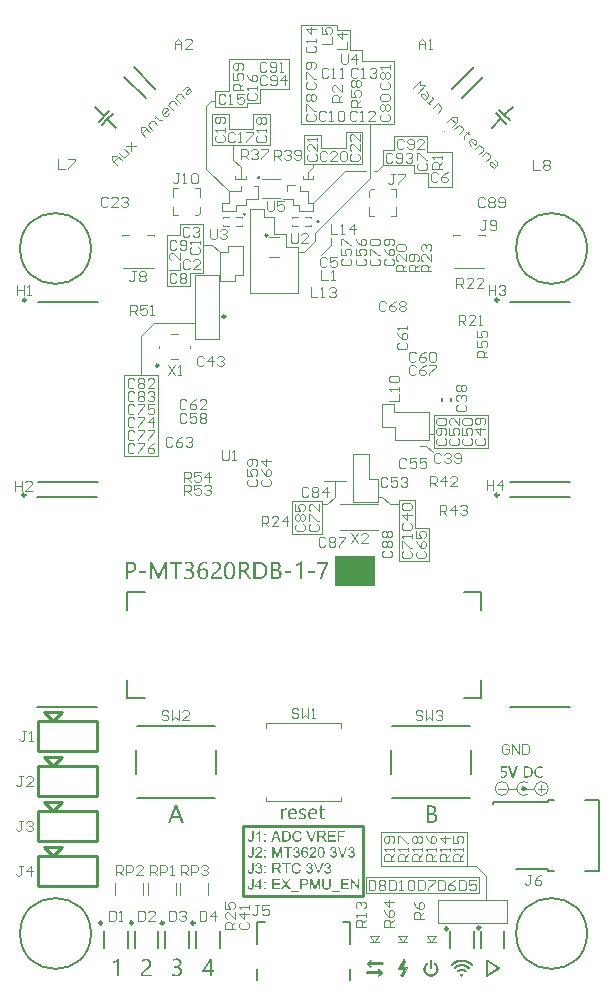
<source format=gto>
G04*
G04 #@! TF.GenerationSoftware,Altium Limited,Altium Designer,21.2.2 (38)*
G04*
G04 Layer_Color=65535*
%FSLAX44Y44*%
%MOMM*%
G71*
G04*
G04 #@! TF.SameCoordinates,7819C684-4886-4163-8357-BFC2EAAA6F51*
G04*
G04*
G04 #@! TF.FilePolarity,Positive*
G04*
G01*
G75*
%ADD10C,0.0127*%
%ADD11C,0.1500*%
%ADD12C,0.2500*%
%ADD13C,0.2540*%
%ADD14C,0.1250*%
%ADD15C,0.3000*%
%ADD16C,0.2000*%
%ADD17C,0.1000*%
%ADD18C,0.0100*%
%ADD19C,0.1200*%
%ADD20R,3.4000X2.5750*%
G36*
X384664Y17983D02*
X384674Y17982D01*
Y17982D01*
X384957Y17972D01*
X385901Y17871D01*
X386457Y17770D01*
X386457Y17770D01*
X386457Y17770D01*
X386828Y17703D01*
X387733Y17472D01*
X388616Y17179D01*
X389476Y16822D01*
X390308Y16406D01*
X391109Y15931D01*
X391670Y15541D01*
X391679Y15535D01*
X391679Y15535D01*
X391881Y15395D01*
X392460Y14928D01*
X392468Y14921D01*
X392468Y14922D01*
X392618Y14801D01*
X393047Y14401D01*
X393261Y14202D01*
X393261Y14202D01*
X393261Y14202D01*
X393264Y14201D01*
X393306Y14147D01*
X393306Y14147D01*
X393418Y14001D01*
X393518Y13761D01*
X393551Y13504D01*
X393528Y13326D01*
X393528Y13326D01*
X393528Y13326D01*
X393518Y13250D01*
X393515Y13241D01*
X393515D01*
X393515Y13240D01*
X393483Y13164D01*
X393483D01*
X393479Y13155D01*
X393448Y13080D01*
X393448Y13080D01*
X393448Y13080D01*
Y13080D01*
X393422Y13016D01*
X393282Y12834D01*
X393276Y12827D01*
X393276Y12827D01*
X393269Y12817D01*
X393236Y12792D01*
X393236Y12792D01*
X393229Y12787D01*
X393176Y12746D01*
X393168Y12740D01*
Y12740D01*
X393073Y12667D01*
X392942Y12613D01*
X392873Y12584D01*
X392865Y12581D01*
Y12581D01*
X392843Y12572D01*
X392784Y12564D01*
Y12564D01*
X392774Y12563D01*
X392589Y12538D01*
X392541Y12545D01*
Y12545D01*
X392541Y12544D01*
X392332Y12572D01*
X392223Y12617D01*
X392220Y12608D01*
X392220Y12608D01*
X392223Y12617D01*
X392095Y12670D01*
X392078Y12683D01*
X392078Y12683D01*
X391906Y12815D01*
X391906Y12820D01*
Y12820D01*
X391521Y13176D01*
X391520Y13176D01*
X391519Y13177D01*
X391291Y13388D01*
X391070Y13562D01*
X391064Y13567D01*
X391064Y13568D01*
X391062Y13569D01*
X391062Y13568D01*
X390591Y13940D01*
X390483Y14012D01*
X390475Y14017D01*
X390475Y14017D01*
X389859Y14429D01*
X389569Y14591D01*
X389564Y14594D01*
X389564Y14594D01*
X389560Y14596D01*
X389551Y14601D01*
X389096Y14856D01*
X388304Y15221D01*
X387485Y15523D01*
X386645Y15760D01*
X385873Y15914D01*
Y15914D01*
X385873Y15914D01*
X385782Y15932D01*
X385140Y16008D01*
Y16008D01*
X385130Y16009D01*
X384898Y16036D01*
X384549Y16050D01*
X384539Y16051D01*
X384538Y16051D01*
X384538Y16051D01*
X384530Y16051D01*
X384022Y16071D01*
X384022Y16064D01*
X384022Y16064D01*
X384002Y16064D01*
X383995Y16071D01*
Y16072D01*
X383995Y16072D01*
X383985Y16071D01*
X383333Y16046D01*
X383333Y16046D01*
Y16046D01*
X383323Y16045D01*
X383100Y16037D01*
X382530Y15969D01*
X382523Y15968D01*
X382522Y15969D01*
X382520Y15968D01*
Y15968D01*
X382220Y15933D01*
X381358Y15761D01*
X381309Y15747D01*
X381299Y15745D01*
X381299Y15744D01*
X380518Y15524D01*
X379698Y15222D01*
X378905Y14856D01*
X378142Y14429D01*
X377416Y13944D01*
X377341Y13884D01*
X377340Y13884D01*
X376714Y13391D01*
X376687Y13365D01*
X376687Y13365D01*
X376687Y13365D01*
X376056Y12782D01*
X376054Y12780D01*
X376049Y12775D01*
X376048Y12766D01*
X375852Y12615D01*
X375799Y12593D01*
X375799Y12593D01*
X375790Y12589D01*
X375614Y12517D01*
X375538Y12507D01*
Y12507D01*
X375480Y12499D01*
X375480Y12499D01*
Y12499D01*
X375434Y12493D01*
X375434Y12493D01*
Y12493D01*
X375395Y12488D01*
X375395Y12488D01*
Y12488D01*
X375364Y12484D01*
X375364Y12484D01*
Y12484D01*
X375354Y12485D01*
X375283Y12494D01*
Y12494D01*
X375283Y12494D01*
X375149Y12512D01*
Y12512D01*
X375113Y12517D01*
X374877Y12614D01*
X374707Y12745D01*
X374707Y12745D01*
X374682Y12765D01*
X374674Y12770D01*
Y12770D01*
X374668Y12778D01*
X374641Y12814D01*
X374641Y12814D01*
X374635Y12821D01*
X374595Y12873D01*
X374595Y12873D01*
X374520Y12972D01*
X374423Y13205D01*
X374394Y13423D01*
X374393Y13433D01*
X374393Y13433D01*
X374390Y13458D01*
X374423Y13711D01*
X374437Y13746D01*
X374437D01*
X374441Y13755D01*
X374520Y13944D01*
X374636Y14096D01*
X374642Y14104D01*
Y14104D01*
X374668Y14138D01*
X374674Y14146D01*
X374681Y14152D01*
X375144Y14583D01*
X375378Y14801D01*
X375707Y15066D01*
X375707Y15066D01*
X376116Y15396D01*
X376460Y15635D01*
X376455Y15643D01*
Y15643D01*
X376460Y15635D01*
X376888Y15932D01*
X377692Y16409D01*
X377736Y16431D01*
X377736Y16431D01*
X378522Y16824D01*
X379381Y17180D01*
X380263Y17474D01*
X381164Y17704D01*
X381679Y17797D01*
X381689Y17798D01*
Y17798D01*
X382091Y17871D01*
X383035Y17972D01*
X383374Y17984D01*
Y17984D01*
X383385Y17985D01*
X383995Y18007D01*
X383995Y18007D01*
X383996Y18007D01*
X384664Y17983D01*
D02*
G37*
G36*
X358021Y17960D02*
Y17960D01*
X358133Y17945D01*
X358366Y17849D01*
X358431Y17800D01*
X358431Y17800D01*
X358431Y17800D01*
X358569Y17694D01*
X358725Y17491D01*
X358763Y17399D01*
X358763Y17399D01*
X358766Y17390D01*
X358821Y17258D01*
X358847Y17061D01*
X358853Y17061D01*
X358853Y17061D01*
X358847Y17061D01*
X358854Y17006D01*
X358855D01*
Y10691D01*
X358854D01*
X358854Y10690D01*
X358845Y10621D01*
X358845D01*
X358844Y10611D01*
X358821Y10440D01*
X358725Y10208D01*
X358702Y10179D01*
X358702Y10179D01*
X358702Y10178D01*
X358569Y10004D01*
X358365Y9848D01*
X358290Y9817D01*
X358290Y9817D01*
X358281Y9813D01*
X358132Y9751D01*
X357909Y9722D01*
X357900Y9721D01*
Y9721D01*
X357892Y9720D01*
X357882Y9719D01*
X357873Y9720D01*
X357634Y9751D01*
X357404Y9846D01*
X357398Y9850D01*
X357396Y9852D01*
X357396Y9852D01*
X357198Y10003D01*
X357042Y10207D01*
X357020Y10260D01*
X357020Y10260D01*
X356960Y10406D01*
X356960Y10406D01*
X356960Y10406D01*
X356945Y10440D01*
X356918Y10649D01*
X356917Y10659D01*
X356917D01*
X356912Y10691D01*
X356912D01*
Y17006D01*
X356912D01*
X356912Y17006D01*
X356920Y17063D01*
X356920Y17064D01*
X356920D01*
X356921Y17073D01*
X356932Y17153D01*
X356932Y17153D01*
X356932D01*
X356945Y17258D01*
X357042Y17491D01*
X357075Y17534D01*
X357081Y17542D01*
X357198Y17694D01*
X357401Y17850D01*
X357453Y17872D01*
X357453Y17872D01*
X357633Y17946D01*
X357876Y17978D01*
X357876Y17978D01*
X357886Y17978D01*
X358021Y17960D01*
D02*
G37*
G36*
X405919Y17869D02*
X406205Y17782D01*
X406410Y17672D01*
X406410Y17672D01*
X406438Y17657D01*
X406441Y17661D01*
X406441Y17661D01*
X415569Y11977D01*
X415569Y11977D01*
X415565Y11971D01*
X415626Y11939D01*
X415688Y11888D01*
X415688Y11888D01*
X415855Y11751D01*
X416042Y11522D01*
X416135Y11350D01*
X416139Y11341D01*
X416139D01*
X416183Y11259D01*
X416198Y11211D01*
X416200Y11202D01*
X416203Y11193D01*
X416234Y11092D01*
X416237Y11082D01*
X416237D01*
X416267Y10981D01*
X416268Y10981D01*
X416272Y10967D01*
X416280Y10890D01*
X416287Y10891D01*
Y10891D01*
X416280Y10890D01*
X416295Y10735D01*
X416295Y10735D01*
X416295D01*
X416302Y10667D01*
X416301Y10667D01*
X416302D01*
X416303Y10665D01*
X416288Y10520D01*
X416288D01*
X416287Y10510D01*
X416272Y10360D01*
X416261Y10324D01*
X416261D01*
X416259Y10314D01*
X416184Y10069D01*
X416178Y10057D01*
X416178D01*
X416173Y10049D01*
X416042Y9804D01*
X415852Y9572D01*
X415620Y9381D01*
X415598Y9370D01*
X415598Y9370D01*
X415590Y9365D01*
X415566Y9352D01*
X415569Y9347D01*
X415569Y9347D01*
X406431Y3653D01*
X406431D01*
X406428Y3658D01*
X406375Y3629D01*
Y3629D01*
X406375Y3629D01*
X406283Y3580D01*
X406287Y3573D01*
Y3573D01*
X406283Y3580D01*
X406250Y3562D01*
X406241Y3557D01*
X406241Y3557D01*
X406217Y3545D01*
X406198Y3539D01*
X406198Y3539D01*
X406154Y3525D01*
Y3525D01*
X406154Y3525D01*
X406110Y3512D01*
Y3512D01*
X406075Y3502D01*
X406065Y3499D01*
X406066Y3499D01*
X406020Y3485D01*
X406020Y3485D01*
X406020Y3485D01*
X405973Y3471D01*
Y3471D01*
X405933Y3458D01*
X405923Y3457D01*
Y3457D01*
X405913Y3456D01*
X405867Y3452D01*
Y3452D01*
X405857Y3451D01*
X405634Y3429D01*
Y3427D01*
X405621Y3426D01*
X405620Y3428D01*
Y3428D01*
X405620Y3428D01*
X405318Y3458D01*
X405304Y3462D01*
X405304Y3462D01*
X405179Y3500D01*
X405170Y3503D01*
X405160Y3506D01*
X405113Y3520D01*
X405113Y3520D01*
Y3520D01*
X405068Y3534D01*
X405059Y3536D01*
X405037Y3543D01*
X405008Y3559D01*
X405008Y3559D01*
X404999Y3563D01*
X404958Y3585D01*
X404958Y3585D01*
X404907Y3613D01*
X404876Y3629D01*
X404868Y3635D01*
X404867Y3635D01*
X404755Y3695D01*
X404603Y3819D01*
X404596Y3825D01*
X404596Y3825D01*
X404525Y3883D01*
X404475Y3944D01*
X404469Y3952D01*
X404463Y3959D01*
X404343Y4105D01*
X404337Y4112D01*
X404332Y4121D01*
X404191Y4385D01*
X404102Y4676D01*
X404072Y4978D01*
X404072Y4978D01*
X404072D01*
X404071Y4979D01*
Y16351D01*
X404072D01*
X404072Y16351D01*
X404093Y16562D01*
X404093Y16562D01*
X404093Y16562D01*
X404102Y16655D01*
X404190Y16944D01*
X404326Y17199D01*
X404331Y17207D01*
Y17207D01*
X404336Y17215D01*
X404523Y17443D01*
X404756Y17634D01*
X404872Y17696D01*
X404872Y17696D01*
X404881Y17701D01*
X405022Y17776D01*
X405031Y17781D01*
X405031D01*
X405040Y17784D01*
X405320Y17869D01*
X405413Y17878D01*
Y17878D01*
X405620Y17898D01*
X405919Y17869D01*
D02*
G37*
G36*
X335053Y17752D02*
X335053Y17756D01*
X335053Y17752D01*
X335220Y17730D01*
X335381Y17664D01*
X335384Y17670D01*
X335384Y17670D01*
X335381Y17664D01*
X335416Y17649D01*
X335419Y17646D01*
X335429Y17639D01*
X335436Y17639D01*
X335437Y17638D01*
X335472Y17611D01*
X335472Y17611D01*
X335533Y17564D01*
X335538Y17570D01*
X335538D01*
X335533Y17564D01*
X335614Y17502D01*
X335749Y17326D01*
X335774Y17264D01*
X335782Y17268D01*
X335782Y17268D01*
X335774Y17264D01*
X335835Y17118D01*
X335864Y16895D01*
X335855Y16824D01*
X335855D01*
X335835Y16675D01*
X335774Y16527D01*
X335782Y16523D01*
Y16523D01*
X335774Y16527D01*
X335756Y16483D01*
X335754Y16482D01*
X335748Y16470D01*
X333054Y11751D01*
X333052Y11733D01*
X333045Y11716D01*
X333049Y11708D01*
X333047Y11698D01*
X333058Y11684D01*
X333065Y11668D01*
X333074Y11664D01*
X333080Y11657D01*
X333097Y11654D01*
X333114Y11648D01*
X337723D01*
X334031Y4166D01*
X334029Y4167D01*
X334012Y4125D01*
X334011Y4125D01*
X334008Y4117D01*
X333978Y4078D01*
X333984Y4075D01*
X333978Y4078D01*
X333924Y4008D01*
X333869Y3935D01*
X333689Y3797D01*
X333670Y3789D01*
Y3789D01*
X333502Y3720D01*
Y3720D01*
X333480Y3711D01*
X333396Y3700D01*
X333398Y3692D01*
X333398D01*
X333396Y3700D01*
X333298Y3687D01*
Y3687D01*
X333266Y3683D01*
X333262Y3685D01*
X333262D01*
X333257Y3683D01*
X333042Y3711D01*
X333014Y3723D01*
X333014Y3723D01*
X332886Y3776D01*
X332882Y3769D01*
X332882Y3769D01*
X332886Y3776D01*
X332844Y3793D01*
X332844Y3793D01*
X332844Y3793D01*
X332834Y3797D01*
X332794Y3828D01*
X332794Y3828D01*
X332656Y3934D01*
X332518Y4114D01*
X332432Y4322D01*
X332407Y4507D01*
X332407D01*
X332402Y4546D01*
X332419Y4668D01*
X332419D01*
X332431Y4766D01*
X332472Y4865D01*
X332463Y4869D01*
Y4869D01*
X332472Y4865D01*
X332493Y4915D01*
X332490Y4917D01*
X332492Y4920D01*
X332492Y4920D01*
X334914Y9832D01*
X334915Y9847D01*
X334921Y9862D01*
X334916Y9873D01*
X334917Y9884D01*
X334907Y9896D01*
X334901Y9911D01*
X334890Y9915D01*
X334883Y9924D01*
X334867Y9925D01*
X334852Y9931D01*
X330043D01*
X334260Y17321D01*
X334261Y17328D01*
X334285Y17358D01*
X334285Y17358D01*
X334318Y17402D01*
X334312Y17406D01*
X334318Y17402D01*
X334372Y17472D01*
X334399Y17507D01*
X334577Y17644D01*
X334785Y17730D01*
X334819Y17734D01*
Y17734D01*
X334944Y17750D01*
X334943Y17756D01*
X334944Y17750D01*
X335004Y17758D01*
X335053Y17752D01*
D02*
G37*
G36*
X334171Y17431D02*
Y17431D01*
X334169Y17432D01*
X334171Y17431D01*
D02*
G37*
G36*
X334282Y17360D02*
X334280Y17361D01*
Y17361D01*
X334282Y17360D01*
D02*
G37*
G36*
X354973Y15246D02*
Y15246D01*
X354990Y15244D01*
X355052Y15218D01*
X355061Y15214D01*
Y15214D01*
X355071Y15211D01*
X355144Y15180D01*
Y15180D01*
X355144Y15180D01*
X355222Y15148D01*
X355236Y15137D01*
X355236Y15137D01*
X355243Y15131D01*
X355416Y14999D01*
X355478Y14918D01*
X355478D01*
X355478Y14918D01*
X355501Y14889D01*
X355507Y14881D01*
X355507Y14881D01*
X355512Y14873D01*
X355518Y14865D01*
X355518Y14865D01*
X355553Y14820D01*
X355553Y14820D01*
X355553Y14820D01*
X355577Y14789D01*
X355600Y14731D01*
X355600Y14731D01*
X355672Y14560D01*
X355683Y14469D01*
X355684Y14469D01*
X355696Y14370D01*
X355698Y14360D01*
X355698D01*
X355704Y14310D01*
X355671Y14057D01*
X355573Y13820D01*
X355417Y13616D01*
X355359Y13572D01*
X355351Y13566D01*
X355343Y13560D01*
X355301Y13527D01*
X355302Y13526D01*
X355301Y13523D01*
X355297Y13515D01*
X355166Y13427D01*
X354725Y13041D01*
X354339Y12600D01*
X354013Y12113D01*
X353754Y11587D01*
X353566Y11032D01*
X353451Y10458D01*
X353414Y9887D01*
X353413Y9878D01*
X353413D01*
X353413Y9878D01*
X353413Y9869D01*
X353430Y9617D01*
X353429Y9615D01*
X353430Y9611D01*
X353451Y9290D01*
X353465Y9220D01*
X353467Y9210D01*
X353467D01*
X353565Y8719D01*
X353753Y8167D01*
X354010Y7644D01*
X354220Y7330D01*
X354224Y7324D01*
X354226Y7322D01*
X354231Y7314D01*
X354338Y7154D01*
X354727Y6710D01*
X355171Y6321D01*
X355661Y5993D01*
X355829Y5911D01*
X355829Y5911D01*
X356182Y5736D01*
X356731Y5550D01*
X357299Y5437D01*
X357816Y5403D01*
X357816Y5408D01*
X357816Y5408D01*
X357882Y5408D01*
X357882Y5399D01*
X357882Y5399D01*
X357892Y5400D01*
X358143Y5416D01*
X358145Y5415D01*
X358148Y5416D01*
X358467Y5437D01*
X358553Y5454D01*
X358563Y5456D01*
X358563Y5457D01*
X359035Y5551D01*
X359585Y5737D01*
X360106Y5994D01*
X360219Y6070D01*
X360220Y6070D01*
X360220Y6070D01*
X360599Y6323D01*
X361040Y6710D01*
X361427Y7151D01*
X361753Y7639D01*
X362012Y8165D01*
X362201Y8720D01*
X362315Y9295D01*
X362346Y9760D01*
X362346Y9760D01*
X362346D01*
X362347Y9770D01*
X362354Y9878D01*
X362354D01*
X362354Y9878D01*
X362353Y9888D01*
X362334Y10177D01*
X362335Y10180D01*
X362335Y10181D01*
X362335D01*
X362334Y10183D01*
X362315Y10468D01*
X362291Y10588D01*
X362291D01*
X362201Y11041D01*
X362053Y11478D01*
X362053D01*
X362015Y11590D01*
X361758Y12111D01*
X361435Y12594D01*
X361386Y12650D01*
X361380Y12657D01*
X361373Y12665D01*
X361084Y12995D01*
X361084Y12995D01*
X361078Y13002D01*
X361047Y13038D01*
X360843Y13216D01*
X360842Y13218D01*
X360839Y13220D01*
X360649Y13386D01*
X360652Y13390D01*
X360607Y13423D01*
X360607Y13423D01*
Y13423D01*
X360607Y13423D01*
X360557Y13462D01*
X360546Y13477D01*
X360546Y13477D01*
X360404Y13662D01*
X360307Y13896D01*
X360274Y14147D01*
X360307Y14398D01*
X360404Y14633D01*
X360457Y14702D01*
X360457Y14702D01*
X360481Y14733D01*
X360487Y14741D01*
X360487Y14741D01*
X360556Y14832D01*
X360562Y14839D01*
X360762Y14992D01*
X360995Y15089D01*
X361232Y15120D01*
X361242Y15121D01*
X361252Y15121D01*
X361393Y15102D01*
X361402Y15101D01*
X361412Y15100D01*
X361490Y15089D01*
X361655Y15021D01*
X361664Y15017D01*
X361664Y15017D01*
X361708Y14999D01*
X361717Y14995D01*
X361725Y14990D01*
X361753Y14969D01*
X361753Y14969D01*
X361753Y14969D01*
X361808Y14926D01*
Y14926D01*
X361832Y14908D01*
X361832D01*
X361841Y14904D01*
X361842Y14903D01*
X361842Y14903D01*
X361952Y14821D01*
X362115Y14674D01*
X362122Y14667D01*
X362130Y14661D01*
X362425Y14393D01*
X362445Y14371D01*
Y14370D01*
X362452Y14363D01*
X362841Y13934D01*
X362841Y13931D01*
D01*
Y13931D01*
Y13931D01*
X362906Y13858D01*
X363318Y13277D01*
X363587Y12790D01*
X363587Y12790D01*
X363661Y12657D01*
X363933Y12000D01*
X364130Y11317D01*
X364148Y11212D01*
X364148Y11212D01*
X364165Y11141D01*
X364240Y10637D01*
X364241Y10628D01*
X364241D01*
X364258Y10517D01*
X364274Y10190D01*
X364274Y10190D01*
X364274D01*
X364289Y9888D01*
X364289Y9878D01*
X364289Y9878D01*
X364289Y9868D01*
X364271Y9509D01*
X364271Y9509D01*
X364271D01*
X364258Y9244D01*
X364166Y8625D01*
X364014Y8017D01*
X363803Y7427D01*
X363535Y6860D01*
X363213Y6322D01*
X362933Y5946D01*
X362927Y5938D01*
X362927Y5938D01*
X362834Y5812D01*
X362408Y5342D01*
X361939Y4917D01*
X361430Y4539D01*
X360886Y4214D01*
X360840Y4192D01*
X360838Y4195D01*
X360650Y4091D01*
X359991Y3818D01*
X359306Y3621D01*
X358603Y3501D01*
X358092Y3473D01*
X358082Y3473D01*
Y3473D01*
X357892Y3464D01*
X357882Y3464D01*
X357882Y3464D01*
X357872Y3464D01*
X357504Y3482D01*
X357251Y3494D01*
X356927Y3542D01*
X356633Y3586D01*
X356027Y3738D01*
X355439Y3948D01*
X354875Y4215D01*
X354353Y4528D01*
X354353Y4528D01*
Y4528D01*
X354334Y4540D01*
X353825Y4917D01*
X353357Y5342D01*
X352932Y5811D01*
X352555Y6319D01*
X352229Y6862D01*
X351959Y7434D01*
X351879Y7656D01*
X351879Y7656D01*
X351750Y8017D01*
X351598Y8624D01*
X351506Y9242D01*
X351501Y9342D01*
X351501D01*
X351501Y9352D01*
X351475Y9868D01*
X351475Y9878D01*
X351475Y9878D01*
X351475Y9878D01*
X351506Y10501D01*
X351598Y11120D01*
X351749Y11727D01*
X351799Y11865D01*
X351802Y11875D01*
X351962Y12322D01*
X352233Y12894D01*
X352558Y13437D01*
X352935Y13945D01*
X353360Y14414D01*
X353829Y14839D01*
X354173Y15094D01*
X354172Y15094D01*
X354214Y15126D01*
X354222Y15132D01*
X354237Y15144D01*
X354301Y15170D01*
X354301Y15170D01*
X354310Y15174D01*
X354478Y15244D01*
X354575Y15256D01*
X354575Y15256D01*
X354736Y15278D01*
X354973Y15246D01*
D02*
G37*
G36*
X384560Y14254D02*
X384560Y14254D01*
Y14254D01*
X384836Y14242D01*
X385268Y14186D01*
Y14186D01*
X385656Y14135D01*
X386451Y13958D01*
X386451Y13958D01*
X386451Y13958D01*
X386461Y13956D01*
X387237Y13711D01*
X387993Y13398D01*
X388718Y13020D01*
X389283Y12660D01*
X389283Y12660D01*
Y12660D01*
X389413Y12577D01*
X389900Y12204D01*
Y12204D01*
X390074Y12070D01*
X390356Y11812D01*
X390364Y11805D01*
X390643Y11549D01*
X390643Y11549D01*
Y11549D01*
X390651Y11543D01*
X390667Y11521D01*
X390667Y11521D01*
X390720Y11453D01*
X390720D01*
X390720Y11453D01*
X390753Y11410D01*
X390753Y11409D01*
X390753Y11410D01*
X390796Y11353D01*
X390796Y11353D01*
X390796Y11353D01*
X390805Y11342D01*
X390842Y11252D01*
X390842Y11252D01*
X390846Y11243D01*
X390902Y11107D01*
X390930Y10894D01*
X390930Y10894D01*
X390930D01*
X390935Y10856D01*
X390902Y10606D01*
X390806Y10373D01*
X390792Y10355D01*
X390786Y10347D01*
X390698Y10233D01*
X390692Y10225D01*
X390686Y10217D01*
X390669Y10194D01*
X390669Y10194D01*
X390653Y10174D01*
X390653Y10174D01*
X390653Y10174D01*
X390646Y10167D01*
X390453Y10019D01*
X390342Y9973D01*
X390332Y9969D01*
Y9969D01*
X390229Y9927D01*
X390230Y9926D01*
X390216Y9921D01*
X389957Y9887D01*
X389753Y9914D01*
Y9914D01*
X389701Y9921D01*
X389676Y9931D01*
X389676Y9931D01*
X389667Y9935D01*
X389604Y9961D01*
Y9961D01*
X389604Y9961D01*
X389521Y9995D01*
X389521Y9995D01*
Y9995D01*
X389469Y10017D01*
X389283Y10160D01*
X389282Y10165D01*
Y10165D01*
X388799Y10603D01*
X388739Y10647D01*
X388739Y10647D01*
Y10647D01*
X388407Y10893D01*
X388407Y10893D01*
X388244Y11015D01*
X388126Y11085D01*
X388124Y11083D01*
X388124D01*
X388126Y11085D01*
X387873Y11237D01*
X387868Y11240D01*
X387868Y11240D01*
X387865Y11242D01*
X387865Y11242D01*
X387639Y11377D01*
X387613Y11390D01*
X387612Y11390D01*
Y11390D01*
X387364Y11507D01*
X387364Y11508D01*
X387359Y11510D01*
X387359D01*
X387106Y11629D01*
Y11629D01*
X387098Y11633D01*
X386984Y11687D01*
X386857Y11732D01*
X386848Y11736D01*
X386848Y11736D01*
X386289Y11936D01*
X386289Y11936D01*
X386285Y11937D01*
X386280Y11939D01*
X385962Y12018D01*
X385959Y12020D01*
X385957Y12019D01*
X385590Y12112D01*
X385590Y12112D01*
X385581Y12114D01*
X385547Y12122D01*
X385121Y12185D01*
X385119Y12186D01*
Y12186D01*
X385117Y12187D01*
X385115Y12186D01*
X384780Y12236D01*
X384251Y12262D01*
X384251Y12262D01*
Y12262D01*
X384241Y12263D01*
X383999Y12274D01*
X383217Y12236D01*
X382812Y12176D01*
X382806Y12175D01*
X382805Y12176D01*
X382803Y12175D01*
X382793Y12173D01*
X382449Y12122D01*
X382342Y12095D01*
X382333Y12093D01*
Y12093D01*
X381970Y12002D01*
X381960Y12000D01*
X381951Y11997D01*
X381710Y11937D01*
X381635Y11910D01*
Y11910D01*
X381344Y11806D01*
X381344Y11806D01*
X381339Y11804D01*
X381064Y11706D01*
X381064Y11706D01*
X381055Y11702D01*
X381008Y11686D01*
X380534Y11461D01*
X380534Y11461D01*
X380351Y11375D01*
X380282Y11333D01*
X380273Y11328D01*
X380273Y11328D01*
X380020Y11177D01*
X380012Y11171D01*
X380008Y11170D01*
X380008Y11169D01*
X380004Y11166D01*
X379743Y11010D01*
X379730Y11001D01*
X379730Y11001D01*
X379435Y10782D01*
X379427Y10776D01*
X379426Y10776D01*
X379424Y10775D01*
X379424Y10774D01*
X379419Y10770D01*
X379185Y10596D01*
X379029Y10455D01*
Y10455D01*
X378683Y10142D01*
Y10142D01*
X378680Y10131D01*
X378485Y9982D01*
X378433Y9960D01*
X378433Y9960D01*
X378424Y9956D01*
X378247Y9883D01*
X378172Y9873D01*
Y9873D01*
X378068Y9859D01*
X378067Y9859D01*
Y9859D01*
X378029Y9854D01*
X378028Y9854D01*
Y9854D01*
X377998Y9850D01*
X377998Y9850D01*
Y9850D01*
X377988Y9851D01*
X377929Y9859D01*
Y9859D01*
X377848Y9870D01*
Y9870D01*
X377745Y9883D01*
X377724Y9892D01*
Y9892D01*
X377513Y9980D01*
X377475Y10008D01*
X377475Y10008D01*
X377475Y10008D01*
X377426Y10046D01*
Y10046D01*
X377418Y10052D01*
X377388Y10075D01*
X377388Y10075D01*
X377356Y10099D01*
X377356Y10099D01*
X377336Y10115D01*
X377328Y10121D01*
X377328Y10121D01*
X377328Y10121D01*
X377308Y10136D01*
X377308Y10137D01*
X377308Y10137D01*
X377308Y10137D01*
X377280Y10173D01*
X377281Y10173D01*
X377249Y10215D01*
X377249D01*
X377249Y10215D01*
X377154Y10338D01*
X377133Y10389D01*
X377126Y10386D01*
X377126D01*
X377133Y10389D01*
X377056Y10574D01*
X377023Y10826D01*
X377053Y11057D01*
X377055Y11067D01*
X377056Y11078D01*
X377152Y11310D01*
X377243Y11428D01*
Y11428D01*
X377271Y11465D01*
X377277Y11473D01*
Y11473D01*
X377301Y11504D01*
X377306Y11509D01*
X377312Y11516D01*
X377914Y12068D01*
X378476Y12499D01*
X378476Y12499D01*
X378476Y12499D01*
X378577Y12576D01*
X379143Y12937D01*
X379151Y12942D01*
X379273Y13019D01*
X379999Y13397D01*
X380755Y13711D01*
X381536Y13957D01*
X382335Y14134D01*
X382859Y14203D01*
X382869Y14204D01*
X382869Y14204D01*
X383159Y14242D01*
X383932Y14276D01*
X383932Y14276D01*
Y14276D01*
X383934Y14278D01*
X384000Y14279D01*
X384001Y14279D01*
X384560Y14254D01*
D02*
G37*
G36*
X307062Y17978D02*
X307299Y17880D01*
X307443Y17770D01*
X307539Y17673D01*
X307618Y17570D01*
X307745Y17297D01*
X307779Y17043D01*
X307745Y16789D01*
X307647Y16552D01*
X307526Y16394D01*
X306640Y15545D01*
X305618Y14547D01*
X306642Y15512D01*
X316839D01*
Y15512D01*
X316891Y15505D01*
Y15505D01*
X316960Y15496D01*
Y15496D01*
X317092Y15479D01*
X317117Y15468D01*
X317117Y15468D01*
X317117Y15468D01*
X317326Y15382D01*
X317527Y15228D01*
X317681Y15027D01*
X317778Y14793D01*
X317800Y14626D01*
X317800D01*
X317807Y14576D01*
X317811Y14576D01*
Y14576D01*
X317807Y14576D01*
X317810Y14552D01*
X317811Y14542D01*
X317810Y14533D01*
X317802Y14473D01*
X317802D01*
X317800Y14463D01*
X317778Y14292D01*
X317682Y14059D01*
X317659Y14030D01*
X317653Y14022D01*
X317525Y13856D01*
X317322Y13699D01*
X317247Y13668D01*
X317247Y13668D01*
X317089Y13603D01*
X316866Y13574D01*
X316856Y13572D01*
Y13572D01*
X316839Y13570D01*
Y13570D01*
X306645D01*
X305850Y14319D01*
X306643Y13537D01*
X307469Y12758D01*
X307649Y12533D01*
X307745Y12301D01*
X307762Y12172D01*
X307745Y11797D01*
X307647Y11561D01*
X307568Y11458D01*
X307483Y11353D01*
X307304Y11216D01*
X307057Y11110D01*
X306906Y11090D01*
X306759Y11083D01*
X306567Y11108D01*
X306324Y11207D01*
X306142Y11347D01*
X302745Y14537D01*
X306131Y17742D01*
X306236Y17818D01*
X306360Y17897D01*
X306554Y17978D01*
X306808Y18011D01*
X307062Y17978D01*
D02*
G37*
G36*
X384659Y10238D02*
X385013Y10178D01*
Y10178D01*
X385289Y10131D01*
X385298Y10129D01*
X385308Y10126D01*
X385536Y10061D01*
Y10060D01*
X385536Y10061D01*
X385748Y9999D01*
X385748Y9999D01*
Y9999D01*
X385905Y9954D01*
X385943Y9938D01*
X385943Y9938D01*
X386124Y9863D01*
X386288Y9796D01*
X386297Y9792D01*
X386306Y9788D01*
X386461Y9724D01*
X386470Y9720D01*
X386470Y9720D01*
X386470Y9720D01*
X386479Y9715D01*
X386798Y9539D01*
X386807Y9534D01*
X386979Y9439D01*
X386979Y9439D01*
Y9439D01*
X386991Y9432D01*
X387155Y9316D01*
Y9316D01*
X387163Y9310D01*
X387351Y9177D01*
X387351Y9177D01*
Y9177D01*
X387461Y9099D01*
X387579Y8993D01*
Y8992D01*
X387865Y8737D01*
X387865Y8737D01*
X387865Y8737D01*
X387872Y8731D01*
X387896Y8699D01*
Y8699D01*
X387902Y8692D01*
X387934Y8651D01*
X387934Y8651D01*
X387999Y8566D01*
X387999Y8566D01*
X388023Y8535D01*
X388120Y8299D01*
X388144Y8115D01*
X388146Y8106D01*
X388146Y8106D01*
X388154Y8045D01*
X388120Y7790D01*
X388022Y7552D01*
X387963Y7476D01*
X387957Y7468D01*
X387921Y7421D01*
X387921Y7421D01*
X387921D01*
X387896Y7388D01*
X387890Y7380D01*
X387890Y7380D01*
X387875Y7361D01*
X387874Y7361D01*
X387874Y7361D01*
X387874Y7361D01*
X387683Y7214D01*
X387439Y7113D01*
X387177Y7079D01*
X387084Y7091D01*
Y7091D01*
X387084Y7091D01*
X387006Y7101D01*
X387006Y7101D01*
X387006Y7101D01*
X386935Y7111D01*
X386935Y7111D01*
Y7111D01*
X386919Y7113D01*
X386868Y7134D01*
Y7134D01*
X386859Y7138D01*
X386798Y7163D01*
X386705Y7201D01*
X386696Y7205D01*
X386687Y7209D01*
X386526Y7333D01*
X386518Y7339D01*
X386518Y7339D01*
X386502Y7351D01*
X386501Y7359D01*
Y7359D01*
X386311Y7521D01*
X386310Y7524D01*
X386309Y7524D01*
X386308Y7525D01*
X386186Y7632D01*
X386178Y7637D01*
X386170Y7643D01*
X386066Y7712D01*
X386061Y7716D01*
X386060Y7716D01*
X386058Y7718D01*
X386058Y7718D01*
X385950Y7789D01*
X385950Y7790D01*
X385949Y7790D01*
X385846Y7859D01*
X385846Y7859D01*
X385822Y7875D01*
X385739Y7916D01*
X385739Y7916D01*
Y7916D01*
X385640Y7965D01*
X385639Y7965D01*
X385635Y7967D01*
X385634Y7968D01*
X385531Y8019D01*
X385531Y8019D01*
X385522Y8023D01*
X385427Y8070D01*
X385427Y8070D01*
X385416Y8076D01*
X385322Y8107D01*
X385313Y8111D01*
X385303Y8114D01*
X385202Y8148D01*
X385193Y8151D01*
X385188Y8153D01*
X385188Y8153D01*
X385184Y8154D01*
X385068Y8194D01*
X384969Y8227D01*
X384925Y8236D01*
X384925Y8236D01*
Y8236D01*
X384764Y8268D01*
X384760Y8270D01*
X384759Y8269D01*
X384558Y8309D01*
Y8309D01*
X384492Y8322D01*
X384211Y8341D01*
X384202Y8342D01*
X384201Y8342D01*
X384200Y8342D01*
X384192Y8342D01*
X383997Y8355D01*
X383503Y8322D01*
X383486Y8319D01*
X383486Y8319D01*
X383285Y8279D01*
X383284Y8280D01*
X383281Y8278D01*
Y8278D01*
X383279Y8278D01*
X383113Y8245D01*
Y8245D01*
X383113Y8245D01*
X383027Y8227D01*
X382978Y8211D01*
X382969Y8208D01*
Y8208D01*
X382848Y8166D01*
X382843Y8165D01*
X382843Y8165D01*
X382838Y8163D01*
X382829Y8160D01*
X382718Y8123D01*
X382718Y8123D01*
X382603Y8084D01*
X382603Y8084D01*
X382594Y8080D01*
X382582Y8076D01*
X382392Y7983D01*
X382384Y7979D01*
X382379Y7976D01*
X382379Y7976D01*
X382376Y7974D01*
X382275Y7925D01*
Y7925D01*
X382275Y7925D01*
X382176Y7876D01*
X382161Y7866D01*
X382161Y7866D01*
X382051Y7792D01*
X382051Y7792D01*
X382048Y7790D01*
X382047Y7790D01*
X381930Y7712D01*
X381930Y7712D01*
X381928Y7710D01*
X381928Y7710D01*
X381922Y7706D01*
X381813Y7633D01*
X381793Y7616D01*
X381793Y7616D01*
X381631Y7474D01*
X381623Y7468D01*
X381622Y7467D01*
X381622Y7466D01*
X381616Y7461D01*
X381492Y7351D01*
X381484Y7343D01*
X381480Y7333D01*
X381364Y7244D01*
X381356Y7238D01*
Y7238D01*
X381285Y7183D01*
X381275Y7179D01*
Y7179D01*
X381275Y7179D01*
X381154Y7129D01*
X381049Y7086D01*
X380942Y7072D01*
X380942Y7072D01*
X380854Y7060D01*
X380845Y7059D01*
X380845Y7059D01*
X380808Y7054D01*
X380808Y7054D01*
X380798Y7053D01*
X380718Y7064D01*
Y7064D01*
X380718Y7064D01*
X380585Y7081D01*
Y7081D01*
X380549Y7086D01*
X380313Y7183D01*
X380151Y7308D01*
X380143Y7314D01*
X380143Y7314D01*
X380110Y7339D01*
X380110Y7340D01*
Y7340D01*
X380077Y7383D01*
X380077Y7383D01*
X380071Y7390D01*
X380031Y7442D01*
X380031Y7442D01*
X379955Y7541D01*
X379858Y7775D01*
X379830Y7992D01*
X379829Y8002D01*
X379829Y8002D01*
X379825Y8027D01*
X379859Y8280D01*
X379873Y8315D01*
X379873Y8315D01*
X379955Y8513D01*
X380072Y8665D01*
X380078Y8673D01*
X380078Y8673D01*
X380104Y8707D01*
X380110Y8714D01*
X380481Y9046D01*
X380481Y9046D01*
X380535Y9094D01*
X380716Y9222D01*
X380716Y9222D01*
X380724Y9228D01*
X380905Y9356D01*
X380913Y9362D01*
Y9362D01*
X381008Y9430D01*
X381093Y9477D01*
X381101Y9481D01*
X381110Y9486D01*
X381281Y9581D01*
X381277Y9589D01*
Y9589D01*
X381281Y9581D01*
X381445Y9671D01*
X381454Y9676D01*
Y9676D01*
X381529Y9718D01*
X381631Y9760D01*
Y9760D01*
X381631Y9760D01*
X382002Y9914D01*
X382002Y9914D01*
X382098Y9953D01*
X382416Y10045D01*
X382644Y10111D01*
X382653Y10114D01*
Y10114D01*
X382707Y10129D01*
X382938Y10168D01*
X382938Y10168D01*
X383316Y10232D01*
Y10233D01*
X383346Y10238D01*
X384002Y10275D01*
X384659Y10238D01*
D02*
G37*
G36*
X313946Y10431D02*
X314220Y10330D01*
X314399Y10192D01*
X317799Y6994D01*
X314402Y3786D01*
X314217Y3649D01*
X313982Y3552D01*
X313838Y3533D01*
X313483Y3552D01*
X313271Y3639D01*
X313148Y3726D01*
X313042Y3808D01*
X312963Y3913D01*
X312794Y4241D01*
X312761Y4493D01*
X312794Y4744D01*
X312890Y4975D01*
X313028Y5155D01*
X313901Y5984D01*
X314402Y6487D01*
X314661Y6746D01*
X313888Y6017D01*
X303693D01*
Y6017D01*
X303647Y6023D01*
Y6023D01*
X303637Y6024D01*
X303589Y6031D01*
Y6031D01*
X303579Y6032D01*
X303489Y6044D01*
Y6044D01*
X303442Y6050D01*
X303211Y6146D01*
X303159Y6186D01*
X303151Y6192D01*
X303009Y6301D01*
X302854Y6502D01*
X302757Y6737D01*
X302731Y6937D01*
X302731D01*
X302725Y6980D01*
X302724Y6989D01*
X302724D01*
X302725Y6999D01*
X302729Y7031D01*
X302729Y7031D01*
X302730Y7040D01*
X302742Y7130D01*
X302743Y7140D01*
X302743Y7140D01*
X302755Y7230D01*
X302757Y7239D01*
X302757Y7243D01*
X302853Y7476D01*
X303007Y7676D01*
X303207Y7829D01*
X303439Y7926D01*
X303544Y7939D01*
Y7939D01*
X303554Y7941D01*
X303606Y7947D01*
X303606Y7947D01*
Y7947D01*
X303645Y7953D01*
X303655Y7954D01*
Y7954D01*
X303693Y7959D01*
Y7959D01*
X313892D01*
X314778Y7122D01*
X313069Y8780D01*
X312924Y8961D01*
X312794Y9239D01*
X312761Y9489D01*
X312794Y9739D01*
X312890Y9972D01*
X312995Y10109D01*
X313085Y10203D01*
X313246Y10326D01*
X313481Y10424D01*
X313738Y10458D01*
X313946Y10431D01*
D02*
G37*
G36*
X384010Y6138D02*
X384100Y6130D01*
Y6130D01*
X384254Y6114D01*
X384498Y6040D01*
X384598Y5987D01*
X384607Y5982D01*
X384726Y5918D01*
X384748Y5901D01*
X384756Y5895D01*
X384929Y5752D01*
X385095Y5550D01*
X385218Y5321D01*
X385258Y5188D01*
X385261Y5178D01*
X385261D01*
X385292Y5076D01*
X385316Y4829D01*
X385317Y4820D01*
X385317Y4820D01*
X385317Y4820D01*
X385308Y4727D01*
X385308D01*
X385308Y4727D01*
X385292Y4564D01*
X385218Y4318D01*
X385095Y4090D01*
X384929Y3887D01*
X384727Y3721D01*
X384552Y3628D01*
X384552Y3628D01*
X384498Y3599D01*
X384389Y3566D01*
X384379Y3563D01*
X384370Y3560D01*
X384254Y3525D01*
X384038Y3504D01*
X384028Y3503D01*
Y3503D01*
X384000Y3500D01*
X384000Y3500D01*
Y3500D01*
X383990Y3501D01*
X383916Y3508D01*
Y3508D01*
X383906Y3509D01*
X383750Y3525D01*
X383741Y3526D01*
Y3526D01*
X383740Y3526D01*
X383497Y3600D01*
X383400Y3652D01*
X383391Y3656D01*
X383268Y3722D01*
X383065Y3888D01*
X382899Y4091D01*
X382851Y4180D01*
X382852Y4180D01*
X382851Y4180D01*
X382777Y4319D01*
X382769Y4345D01*
X382770D01*
X382703Y4564D01*
X382680Y4794D01*
X382679Y4810D01*
X382678Y4820D01*
X382678Y4820D01*
X382687Y4910D01*
X382687D01*
X382688Y4920D01*
X382703Y5075D01*
X382777Y5321D01*
X382875Y5503D01*
X382879Y5511D01*
X382879Y5512D01*
X382899Y5549D01*
X383065Y5751D01*
X383267Y5917D01*
X383498Y6040D01*
X383530Y6050D01*
X383530Y6050D01*
X383743Y6114D01*
X383938Y6133D01*
X383948Y6134D01*
Y6134D01*
X383990Y6139D01*
X384000Y6139D01*
X384000Y6139D01*
X384010Y6138D01*
D02*
G37*
G36*
X332270Y4501D02*
X332270D01*
X332270Y4501D01*
Y4501D01*
D02*
G37*
G36*
X333012Y3717D02*
X333012D01*
X333013Y3721D01*
X333012Y3717D01*
D02*
G37*
G36*
X172352Y8710D02*
X174241D01*
Y7171D01*
X172352D01*
Y3714D01*
X170686D01*
Y7171D01*
X163759D01*
Y8626D01*
X163773Y8640D01*
X163801Y8682D01*
X163857Y8738D01*
X163927Y8822D01*
X164011Y8920D01*
X164123Y9032D01*
X164235Y9172D01*
X164361Y9326D01*
X164501Y9494D01*
X164654Y9676D01*
X164990Y10068D01*
X165340Y10502D01*
X165704Y10949D01*
X165718Y10963D01*
X165746Y11005D01*
X165802Y11075D01*
X165872Y11159D01*
X165956Y11271D01*
X166068Y11411D01*
X166180Y11565D01*
X166320Y11733D01*
X166460Y11915D01*
X166600Y12111D01*
X166922Y12545D01*
X167258Y12993D01*
X167593Y13469D01*
X167607Y13483D01*
X167635Y13525D01*
X167677Y13595D01*
X167747Y13693D01*
X167831Y13805D01*
X167915Y13944D01*
X168027Y14098D01*
X168139Y14266D01*
X168265Y14448D01*
X168391Y14644D01*
X168671Y15078D01*
X168965Y15540D01*
X169259Y16016D01*
X169273Y16030D01*
X169287Y16072D01*
X169329Y16142D01*
X169385Y16240D01*
X169455Y16352D01*
X169525Y16478D01*
X169623Y16632D01*
X169707Y16799D01*
X169917Y17177D01*
X170127Y17583D01*
X170336Y18017D01*
X170546Y18451D01*
X172352D01*
Y8710D01*
D02*
G37*
G36*
X93547Y3642D02*
X91868D01*
Y16364D01*
X91854Y16350D01*
X91826Y16336D01*
X91784Y16294D01*
X91728Y16238D01*
X91644Y16168D01*
X91546Y16098D01*
X91434Y16014D01*
X91294Y15916D01*
X91280Y15902D01*
X91224Y15874D01*
X91154Y15818D01*
X91042Y15762D01*
X90916Y15678D01*
X90776Y15594D01*
X90608Y15510D01*
X90440Y15412D01*
X90426Y15398D01*
X90356Y15370D01*
X90272Y15328D01*
X90146Y15272D01*
X89992Y15202D01*
X89838Y15118D01*
X89656Y15034D01*
X89460Y14950D01*
X89432Y14936D01*
X89376Y14922D01*
X89265Y14880D01*
X89139Y14838D01*
X88985Y14782D01*
X88817Y14726D01*
X88453Y14628D01*
Y16322D01*
X88481Y16336D01*
X88551Y16350D01*
X88663Y16392D01*
X88817Y16434D01*
X88985Y16490D01*
X89181Y16560D01*
X89404Y16644D01*
X89628Y16742D01*
X89642D01*
X89656Y16756D01*
X89740Y16784D01*
X89852Y16840D01*
X90006Y16910D01*
X90202Y17008D01*
X90398Y17105D01*
X90846Y17329D01*
X90860D01*
X90874Y17343D01*
X90944Y17385D01*
X91070Y17455D01*
X91210Y17539D01*
X91392Y17637D01*
X91574Y17749D01*
X91980Y18001D01*
X92008Y18015D01*
X92078Y18057D01*
X92176Y18141D01*
X92302Y18225D01*
X92456Y18337D01*
X92610Y18449D01*
X92763Y18575D01*
X92917Y18701D01*
X93547D01*
Y3642D01*
D02*
G37*
G36*
X249918Y145981D02*
X250038Y145969D01*
X250170Y145957D01*
X250326Y145945D01*
X250650Y145897D01*
X250997Y145825D01*
X251357Y145717D01*
X251717Y145586D01*
Y144123D01*
X251705Y144135D01*
X251669Y144147D01*
X251621Y144183D01*
X251537Y144231D01*
X251441Y144279D01*
X251333Y144327D01*
X251201Y144387D01*
X251057Y144459D01*
X250901Y144519D01*
X250721Y144579D01*
X250530Y144627D01*
X250326Y144675D01*
X249894Y144758D01*
X249667Y144770D01*
X249427Y144782D01*
X249283D01*
X249187Y144770D01*
X249067Y144758D01*
X248947Y144746D01*
X248695Y144686D01*
X248683D01*
X248647Y144675D01*
X248576Y144650D01*
X248504Y144615D01*
X248324Y144531D01*
X248132Y144423D01*
X248120Y144411D01*
X248096Y144399D01*
X248048Y144363D01*
X248000Y144315D01*
X247880Y144183D01*
X247772Y144027D01*
Y144015D01*
X247748Y143991D01*
X247736Y143943D01*
X247712Y143883D01*
X247688Y143799D01*
X247676Y143715D01*
X247652Y143512D01*
Y143500D01*
Y143452D01*
X247664Y143392D01*
Y143308D01*
X247700Y143116D01*
X247772Y142924D01*
X247784Y142912D01*
X247796Y142888D01*
X247832Y142840D01*
X247868Y142780D01*
X247988Y142636D01*
X248144Y142493D01*
X248156Y142481D01*
X248192Y142457D01*
X248240Y142433D01*
X248312Y142385D01*
X248396Y142337D01*
X248504Y142277D01*
X248624Y142217D01*
X248743Y142157D01*
X248755Y142145D01*
X248803Y142133D01*
X248875Y142097D01*
X248983Y142061D01*
X249103Y142013D01*
X249235Y141965D01*
X249391Y141905D01*
X249547Y141845D01*
X249559D01*
X249571Y141833D01*
X249643Y141809D01*
X249762Y141761D01*
X249906Y141701D01*
X250074Y141617D01*
X250254Y141545D01*
X250626Y141366D01*
X250650Y141354D01*
X250710Y141330D01*
X250793Y141270D01*
X250901Y141210D01*
X251033Y141126D01*
X251165Y141030D01*
X251297Y140922D01*
X251429Y140814D01*
X251441Y140802D01*
X251489Y140766D01*
X251549Y140694D01*
X251621Y140610D01*
X251705Y140514D01*
X251789Y140394D01*
X251873Y140263D01*
X251944Y140119D01*
X251956Y140107D01*
X251980Y140047D01*
X252004Y139963D01*
X252040Y139855D01*
X252076Y139711D01*
X252112Y139555D01*
X252124Y139375D01*
X252136Y139184D01*
Y139172D01*
Y139160D01*
Y139124D01*
Y139076D01*
X252124Y138944D01*
X252100Y138788D01*
X252064Y138608D01*
X252004Y138404D01*
X251932Y138213D01*
X251836Y138021D01*
X251824Y137997D01*
X251777Y137937D01*
X251717Y137853D01*
X251621Y137733D01*
X251513Y137601D01*
X251381Y137469D01*
X251225Y137325D01*
X251045Y137193D01*
X251021Y137182D01*
X250961Y137146D01*
X250853Y137086D01*
X250721Y137014D01*
X250554Y136942D01*
X250362Y136858D01*
X250146Y136786D01*
X249906Y136726D01*
X249894D01*
X249882Y136714D01*
X249846D01*
X249798Y136702D01*
X249667Y136678D01*
X249499Y136654D01*
X249295Y136618D01*
X249067Y136594D01*
X248827Y136582D01*
X248564Y136570D01*
X248432D01*
X248336Y136582D01*
X248216D01*
X248072Y136594D01*
X247916Y136618D01*
X247736Y136642D01*
X247365Y136702D01*
X246957Y136798D01*
X246549Y136930D01*
X246346Y137002D01*
X246154Y137098D01*
Y138644D01*
X246166Y138632D01*
X246202Y138608D01*
X246274Y138560D01*
X246358Y138512D01*
X246465Y138440D01*
X246597Y138368D01*
X246753Y138285D01*
X246921Y138213D01*
X247101Y138129D01*
X247305Y138045D01*
X247521Y137973D01*
X247748Y137901D01*
X247988Y137853D01*
X248240Y137805D01*
X248492Y137781D01*
X248755Y137769D01*
X248839D01*
X248935Y137781D01*
X249055Y137793D01*
X249199Y137805D01*
X249355Y137841D01*
X249523Y137877D01*
X249702Y137925D01*
X249882Y137997D01*
X250050Y138081D01*
X250206Y138177D01*
X250350Y138308D01*
X250470Y138452D01*
X250566Y138620D01*
X250626Y138812D01*
X250650Y139040D01*
Y139052D01*
Y139100D01*
X250638Y139172D01*
X250626Y139256D01*
X250578Y139447D01*
X250542Y139555D01*
X250482Y139651D01*
X250470Y139663D01*
X250458Y139699D01*
X250422Y139747D01*
X250374Y139807D01*
X250314Y139867D01*
X250230Y139951D01*
X250146Y140023D01*
X250050Y140095D01*
X250038Y140107D01*
X250002Y140131D01*
X249942Y140167D01*
X249870Y140215D01*
X249762Y140263D01*
X249655Y140323D01*
X249535Y140382D01*
X249391Y140442D01*
X249379Y140455D01*
X249331Y140466D01*
X249247Y140502D01*
X249151Y140538D01*
X249031Y140586D01*
X248899Y140646D01*
X248743Y140706D01*
X248587Y140766D01*
X248576D01*
X248564Y140778D01*
X248492Y140802D01*
X248372Y140850D01*
X248228Y140922D01*
X248072Y140994D01*
X247892Y141066D01*
X247712Y141162D01*
X247533Y141246D01*
X247509Y141258D01*
X247461Y141294D01*
X247377Y141342D01*
X247269Y141402D01*
X247149Y141486D01*
X247029Y141569D01*
X246897Y141677D01*
X246777Y141785D01*
X246765Y141797D01*
X246729Y141845D01*
X246669Y141905D01*
X246609Y141989D01*
X246537Y142097D01*
X246453Y142205D01*
X246382Y142337D01*
X246322Y142481D01*
X246310Y142493D01*
X246298Y142552D01*
X246274Y142624D01*
X246250Y142744D01*
X246214Y142876D01*
X246190Y143032D01*
X246178Y143200D01*
X246166Y143392D01*
Y143404D01*
Y143416D01*
Y143452D01*
Y143500D01*
X246178Y143619D01*
X246202Y143775D01*
X246238Y143943D01*
X246286Y144135D01*
X246358Y144327D01*
X246453Y144507D01*
X246465Y144531D01*
X246514Y144591D01*
X246573Y144675D01*
X246669Y144794D01*
X246777Y144926D01*
X246909Y145058D01*
X247065Y145190D01*
X247233Y145322D01*
X247257Y145334D01*
X247317Y145382D01*
X247425Y145442D01*
X247556Y145514D01*
X247724Y145598D01*
X247904Y145682D01*
X248108Y145753D01*
X248336Y145825D01*
X248348D01*
X248360Y145837D01*
X248396D01*
X248444Y145849D01*
X248564Y145873D01*
X248731Y145909D01*
X248923Y145945D01*
X249139Y145969D01*
X249379Y145981D01*
X249619Y145993D01*
X249822D01*
X249918Y145981D01*
D02*
G37*
G36*
X235028Y145933D02*
X235160D01*
X235292Y145909D01*
X235436Y145885D01*
X235580Y145861D01*
X235700Y145813D01*
Y144327D01*
X235688Y144339D01*
X235628Y144375D01*
X235544Y144423D01*
X235424Y144471D01*
X235268Y144519D01*
X235076Y144567D01*
X234860Y144603D01*
X234609Y144615D01*
X234513D01*
X234453Y144603D01*
X234369Y144591D01*
X234285Y144567D01*
X234069Y144507D01*
X233949Y144459D01*
X233817Y144399D01*
X233685Y144327D01*
X233554Y144243D01*
X233422Y144147D01*
X233302Y144027D01*
X233170Y143895D01*
X233050Y143739D01*
X233038Y143727D01*
X233026Y143703D01*
X232990Y143644D01*
X232954Y143583D01*
X232906Y143488D01*
X232858Y143380D01*
X232798Y143260D01*
X232750Y143116D01*
X232690Y142948D01*
X232630Y142780D01*
X232582Y142577D01*
X232535Y142373D01*
X232499Y142145D01*
X232463Y141893D01*
X232451Y141641D01*
X232439Y141366D01*
Y136774D01*
X230988D01*
Y145789D01*
X232439D01*
Y143931D01*
X232475D01*
Y143943D01*
X232487Y143979D01*
X232511Y144027D01*
X232535Y144087D01*
X232558Y144171D01*
X232607Y144255D01*
X232702Y144471D01*
X232834Y144711D01*
X232990Y144950D01*
X233182Y145190D01*
X233410Y145406D01*
X233422Y145418D01*
X233434Y145430D01*
X233470Y145454D01*
X233518Y145490D01*
X233578Y145526D01*
X233650Y145574D01*
X233829Y145682D01*
X234033Y145778D01*
X234285Y145861D01*
X234549Y145921D01*
X234692Y145945D01*
X234932D01*
X235028Y145933D01*
D02*
G37*
G36*
X265696Y145789D02*
X267961D01*
Y144555D01*
X265696D01*
Y139471D01*
Y139459D01*
Y139435D01*
Y139388D01*
Y139327D01*
X265707Y139244D01*
Y139160D01*
X265732Y138968D01*
X265767Y138752D01*
X265827Y138536D01*
X265899Y138344D01*
X265947Y138260D01*
X265995Y138177D01*
X266007Y138165D01*
X266055Y138117D01*
X266127Y138057D01*
X266247Y137985D01*
X266379Y137913D01*
X266559Y137853D01*
X266775Y137805D01*
X267026Y137793D01*
X267122D01*
X267218Y137805D01*
X267350Y137829D01*
X267494Y137865D01*
X267650Y137925D01*
X267806Y137997D01*
X267961Y138093D01*
Y136858D01*
X267938Y136846D01*
X267866Y136810D01*
X267758Y136774D01*
X267602Y136726D01*
X267410Y136666D01*
X267182Y136630D01*
X266918Y136594D01*
X266619Y136582D01*
X266523D01*
X266403Y136594D01*
X266247Y136618D01*
X266067Y136666D01*
X265863Y136726D01*
X265648Y136798D01*
X265432Y136918D01*
X265216Y137050D01*
X265000Y137229D01*
X264796Y137445D01*
X264617Y137697D01*
X264533Y137841D01*
X264461Y137997D01*
X264401Y138165D01*
X264353Y138344D01*
X264305Y138548D01*
X264269Y138752D01*
X264257Y138980D01*
X264245Y139220D01*
Y144555D01*
X262698D01*
Y145789D01*
X264245D01*
Y147983D01*
X265696Y148451D01*
Y145789D01*
D02*
G37*
G36*
X258059Y145981D02*
X258179D01*
X258334Y145957D01*
X258502Y145933D01*
X258694Y145897D01*
X258898Y145849D01*
X259114Y145789D01*
X259329Y145717D01*
X259557Y145622D01*
X259785Y145514D01*
X260013Y145382D01*
X260229Y145226D01*
X260432Y145046D01*
X260624Y144842D01*
X260636Y144830D01*
X260672Y144794D01*
X260720Y144722D01*
X260780Y144639D01*
X260852Y144519D01*
X260936Y144375D01*
X261020Y144207D01*
X261116Y144015D01*
X261200Y143811D01*
X261284Y143572D01*
X261368Y143308D01*
X261439Y143032D01*
X261511Y142720D01*
X261559Y142397D01*
X261583Y142049D01*
X261595Y141677D01*
Y140910D01*
X255229D01*
Y140898D01*
Y140850D01*
X255241Y140766D01*
X255253Y140658D01*
X255265Y140538D01*
X255277Y140394D01*
X255313Y140227D01*
X255349Y140059D01*
X255445Y139687D01*
X255505Y139495D01*
X255589Y139291D01*
X255673Y139112D01*
X255781Y138920D01*
X255901Y138752D01*
X256033Y138584D01*
X256045Y138572D01*
X256069Y138548D01*
X256117Y138512D01*
X256176Y138452D01*
X256260Y138392D01*
X256356Y138332D01*
X256464Y138249D01*
X256596Y138177D01*
X256740Y138105D01*
X256896Y138033D01*
X257076Y137961D01*
X257267Y137901D01*
X257471Y137841D01*
X257687Y137805D01*
X257915Y137781D01*
X258167Y137769D01*
X258239D01*
X258311Y137781D01*
X258430D01*
X258562Y137805D01*
X258718Y137817D01*
X258898Y137853D01*
X259090Y137901D01*
X259293Y137949D01*
X259521Y138021D01*
X259749Y138093D01*
X259989Y138189D01*
X260241Y138308D01*
X260480Y138440D01*
X260732Y138596D01*
X260972Y138776D01*
Y137421D01*
X260960Y137409D01*
X260912Y137385D01*
X260852Y137337D01*
X260756Y137289D01*
X260636Y137229D01*
X260492Y137157D01*
X260325Y137074D01*
X260133Y137002D01*
X259917Y136918D01*
X259677Y136834D01*
X259425Y136762D01*
X259138Y136702D01*
X258838Y136654D01*
X258514Y136606D01*
X258179Y136582D01*
X257819Y136570D01*
X257735D01*
X257639Y136582D01*
X257507Y136594D01*
X257339Y136606D01*
X257160Y136630D01*
X256956Y136678D01*
X256728Y136726D01*
X256500Y136786D01*
X256248Y136870D01*
X255997Y136966D01*
X255745Y137086D01*
X255505Y137229D01*
X255265Y137385D01*
X255037Y137577D01*
X254822Y137793D01*
X254810Y137805D01*
X254774Y137853D01*
X254726Y137925D01*
X254654Y138021D01*
X254570Y138141D01*
X254474Y138296D01*
X254378Y138476D01*
X254282Y138680D01*
X254174Y138920D01*
X254078Y139172D01*
X253983Y139459D01*
X253899Y139771D01*
X253827Y140095D01*
X253779Y140455D01*
X253743Y140838D01*
X253731Y141246D01*
Y141258D01*
Y141270D01*
Y141342D01*
X253743Y141449D01*
X253755Y141593D01*
X253767Y141773D01*
X253791Y141977D01*
X253827Y142205D01*
X253875Y142457D01*
X253946Y142720D01*
X254018Y143008D01*
X254114Y143284D01*
X254234Y143572D01*
X254366Y143859D01*
X254522Y144135D01*
X254714Y144411D01*
X254918Y144663D01*
X254930Y144675D01*
X254978Y144722D01*
X255037Y144782D01*
X255133Y144866D01*
X255253Y144974D01*
X255385Y145082D01*
X255553Y145202D01*
X255745Y145334D01*
X255949Y145454D01*
X256176Y145574D01*
X256416Y145682D01*
X256680Y145789D01*
X256956Y145873D01*
X257255Y145933D01*
X257567Y145981D01*
X257891Y145993D01*
X257975D01*
X258059Y145981D01*
D02*
G37*
G36*
X240975D02*
X241094D01*
X241250Y145957D01*
X241418Y145933D01*
X241610Y145897D01*
X241814Y145849D01*
X242030Y145789D01*
X242246Y145717D01*
X242473Y145622D01*
X242701Y145514D01*
X242929Y145382D01*
X243145Y145226D01*
X243348Y145046D01*
X243540Y144842D01*
X243552Y144830D01*
X243588Y144794D01*
X243636Y144722D01*
X243696Y144639D01*
X243768Y144519D01*
X243852Y144375D01*
X243936Y144207D01*
X244032Y144015D01*
X244116Y143811D01*
X244200Y143572D01*
X244284Y143308D01*
X244356Y143032D01*
X244427Y142720D01*
X244475Y142397D01*
X244499Y142049D01*
X244511Y141677D01*
Y140910D01*
X238145D01*
Y140898D01*
Y140850D01*
X238157Y140766D01*
X238169Y140658D01*
X238181Y140538D01*
X238193Y140394D01*
X238229Y140227D01*
X238265Y140059D01*
X238361Y139687D01*
X238421Y139495D01*
X238505Y139291D01*
X238589Y139112D01*
X238697Y138920D01*
X238817Y138752D01*
X238948Y138584D01*
X238960Y138572D01*
X238985Y138548D01*
X239032Y138512D01*
X239092Y138452D01*
X239176Y138392D01*
X239272Y138332D01*
X239380Y138249D01*
X239512Y138177D01*
X239656Y138105D01*
X239812Y138033D01*
X239992Y137961D01*
X240183Y137901D01*
X240387Y137841D01*
X240603Y137805D01*
X240831Y137781D01*
X241083Y137769D01*
X241154D01*
X241226Y137781D01*
X241346D01*
X241478Y137805D01*
X241634Y137817D01*
X241814Y137853D01*
X242006Y137901D01*
X242209Y137949D01*
X242437Y138021D01*
X242665Y138093D01*
X242905Y138189D01*
X243157Y138308D01*
X243396Y138440D01*
X243648Y138596D01*
X243888Y138776D01*
Y137421D01*
X243876Y137409D01*
X243828Y137385D01*
X243768Y137337D01*
X243672Y137289D01*
X243552Y137229D01*
X243408Y137157D01*
X243241Y137074D01*
X243049Y137002D01*
X242833Y136918D01*
X242593Y136834D01*
X242341Y136762D01*
X242054Y136702D01*
X241754Y136654D01*
X241430Y136606D01*
X241094Y136582D01*
X240735Y136570D01*
X240651D01*
X240555Y136582D01*
X240423Y136594D01*
X240255Y136606D01*
X240075Y136630D01*
X239872Y136678D01*
X239644Y136726D01*
X239416Y136786D01*
X239164Y136870D01*
X238913Y136966D01*
X238661Y137086D01*
X238421Y137229D01*
X238181Y137385D01*
X237953Y137577D01*
X237738Y137793D01*
X237726Y137805D01*
X237690Y137853D01*
X237642Y137925D01*
X237570Y138021D01*
X237486Y138141D01*
X237390Y138296D01*
X237294Y138476D01*
X237198Y138680D01*
X237090Y138920D01*
X236994Y139172D01*
X236898Y139459D01*
X236814Y139771D01*
X236743Y140095D01*
X236695Y140455D01*
X236659Y140838D01*
X236647Y141246D01*
Y141258D01*
Y141270D01*
Y141342D01*
X236659Y141449D01*
X236671Y141593D01*
X236683Y141773D01*
X236707Y141977D01*
X236743Y142205D01*
X236791Y142457D01*
X236863Y142720D01*
X236934Y143008D01*
X237030Y143284D01*
X237150Y143572D01*
X237282Y143859D01*
X237438Y144135D01*
X237630Y144411D01*
X237834Y144663D01*
X237846Y144675D01*
X237894Y144722D01*
X237953Y144782D01*
X238049Y144866D01*
X238169Y144974D01*
X238301Y145082D01*
X238469Y145202D01*
X238661Y145334D01*
X238865Y145454D01*
X239092Y145574D01*
X239332Y145682D01*
X239596Y145789D01*
X239872Y145873D01*
X240171Y145933D01*
X240483Y145981D01*
X240807Y145993D01*
X240891D01*
X240975Y145981D01*
D02*
G37*
G36*
X358722Y148437D02*
X358876Y148423D01*
X359072Y148395D01*
X359268Y148367D01*
X359506Y148339D01*
X359982Y148227D01*
X360234Y148143D01*
X360485Y148059D01*
X360737Y147947D01*
X360989Y147821D01*
X361213Y147682D01*
X361437Y147514D01*
X361451Y147500D01*
X361479Y147472D01*
X361535Y147416D01*
X361619Y147346D01*
X361703Y147248D01*
X361787Y147136D01*
X361899Y147010D01*
X361997Y146856D01*
X362095Y146688D01*
X362207Y146506D01*
X362291Y146310D01*
X362389Y146086D01*
X362459Y145862D01*
X362515Y145610D01*
X362543Y145358D01*
X362557Y145078D01*
Y145064D01*
Y145022D01*
Y144952D01*
X362543Y144868D01*
Y144756D01*
X362515Y144630D01*
X362501Y144490D01*
X362473Y144337D01*
X362389Y143987D01*
X362263Y143623D01*
X362193Y143441D01*
X362095Y143259D01*
X361997Y143077D01*
X361871Y142895D01*
X361857Y142881D01*
X361843Y142853D01*
X361801Y142811D01*
X361745Y142741D01*
X361675Y142671D01*
X361591Y142587D01*
X361493Y142489D01*
X361381Y142391D01*
X361115Y142167D01*
X360807Y141957D01*
X360430Y141747D01*
X360010Y141580D01*
Y141538D01*
X360024D01*
X360080Y141524D01*
X360150Y141510D01*
X360262Y141496D01*
X360388Y141468D01*
X360527Y141440D01*
X360695Y141383D01*
X360863Y141342D01*
X361241Y141188D01*
X361437Y141104D01*
X361633Y140992D01*
X361843Y140880D01*
X362025Y140740D01*
X362221Y140586D01*
X362389Y140418D01*
X362403Y140404D01*
X362431Y140376D01*
X362473Y140320D01*
X362529Y140250D01*
X362599Y140152D01*
X362669Y140040D01*
X362753Y139900D01*
X362837Y139746D01*
X362921Y139578D01*
X363005Y139396D01*
X363075Y139186D01*
X363145Y138976D01*
X363201Y138738D01*
X363243Y138486D01*
X363271Y138221D01*
X363285Y137941D01*
Y137913D01*
Y137857D01*
X363271Y137759D01*
Y137633D01*
X363243Y137465D01*
X363215Y137283D01*
X363173Y137073D01*
X363117Y136849D01*
X363047Y136611D01*
X362949Y136359D01*
X362851Y136107D01*
X362711Y135855D01*
X362557Y135589D01*
X362375Y135351D01*
X362165Y135100D01*
X361927Y134876D01*
X361913Y134862D01*
X361871Y134820D01*
X361787Y134764D01*
X361689Y134694D01*
X361549Y134610D01*
X361395Y134512D01*
X361199Y134400D01*
X360989Y134302D01*
X360751Y134190D01*
X360499Y134078D01*
X360220Y133980D01*
X359912Y133896D01*
X359590Y133826D01*
X359254Y133770D01*
X358890Y133728D01*
X358512Y133714D01*
X354216D01*
Y148451D01*
X358582D01*
X358722Y148437D01*
D02*
G37*
G36*
X116993Y18687D02*
X117077D01*
X117301Y18673D01*
X117567Y18631D01*
X117847Y18589D01*
X118141Y18519D01*
X118434Y18435D01*
X118448D01*
X118462Y18421D01*
X118504Y18407D01*
X118560Y18393D01*
X118714Y18323D01*
X118896Y18253D01*
X119092Y18141D01*
X119316Y18015D01*
X119540Y17861D01*
X119764Y17679D01*
X119792Y17651D01*
X119862Y17595D01*
X119960Y17483D01*
X120086Y17329D01*
X120240Y17148D01*
X120380Y16938D01*
X120534Y16700D01*
X120660Y16434D01*
Y16420D01*
X120674Y16406D01*
X120688Y16364D01*
X120716Y16308D01*
X120730Y16238D01*
X120758Y16154D01*
X120828Y15944D01*
X120884Y15692D01*
X120926Y15412D01*
X120968Y15090D01*
X120982Y14740D01*
Y14726D01*
Y14698D01*
Y14656D01*
Y14586D01*
Y14516D01*
X120968Y14418D01*
X120954Y14209D01*
X120926Y13971D01*
X120898Y13691D01*
X120842Y13425D01*
X120772Y13145D01*
Y13131D01*
X120758Y13117D01*
Y13075D01*
X120730Y13033D01*
X120688Y12893D01*
X120618Y12711D01*
X120534Y12515D01*
X120436Y12291D01*
X120310Y12053D01*
X120170Y11815D01*
X120156Y11787D01*
X120100Y11703D01*
X120016Y11591D01*
X119890Y11423D01*
X119736Y11242D01*
X119568Y11046D01*
X119372Y10822D01*
X119148Y10612D01*
X119120Y10584D01*
X119036Y10514D01*
X118910Y10402D01*
X118742Y10248D01*
X118532Y10080D01*
X118280Y9884D01*
X118001Y9674D01*
X117707Y9450D01*
X117693Y9436D01*
X117665Y9422D01*
X117609Y9380D01*
X117539Y9324D01*
X117441Y9268D01*
X117343Y9184D01*
X117105Y9016D01*
X116825Y8820D01*
X116545Y8596D01*
X116251Y8386D01*
X115985Y8177D01*
X115971D01*
X115957Y8148D01*
X115873Y8092D01*
X115747Y7994D01*
X115607Y7855D01*
X115426Y7715D01*
X115258Y7547D01*
X115076Y7379D01*
X114922Y7197D01*
X114908Y7183D01*
X114852Y7113D01*
X114796Y7029D01*
X114712Y6903D01*
X114614Y6763D01*
X114516Y6609D01*
X114432Y6441D01*
X114362Y6273D01*
Y6259D01*
X114334Y6189D01*
X114320Y6105D01*
X114292Y5979D01*
X114264Y5825D01*
X114236Y5643D01*
X114222Y5447D01*
X114208Y5223D01*
X121542D01*
Y3726D01*
X112458D01*
Y4454D01*
Y4468D01*
Y4496D01*
Y4552D01*
Y4608D01*
Y4692D01*
X112472Y4790D01*
X112486Y5013D01*
X112500Y5265D01*
X112542Y5545D01*
X112584Y5825D01*
X112654Y6105D01*
Y6119D01*
X112668Y6133D01*
X112682Y6175D01*
X112696Y6231D01*
X112752Y6371D01*
X112822Y6553D01*
X112906Y6763D01*
X113032Y6987D01*
X113158Y7239D01*
X113326Y7477D01*
Y7491D01*
X113354Y7505D01*
X113410Y7589D01*
X113522Y7715D01*
X113662Y7883D01*
X113844Y8079D01*
X114054Y8302D01*
X114292Y8540D01*
X114572Y8778D01*
X114586Y8792D01*
X114614Y8806D01*
X114656Y8848D01*
X114712Y8890D01*
X114782Y8946D01*
X114880Y9030D01*
X114978Y9114D01*
X115090Y9198D01*
X115370Y9422D01*
X115691Y9660D01*
X116055Y9940D01*
X116447Y10234D01*
X116461Y10248D01*
X116489Y10262D01*
X116531Y10290D01*
X116587Y10332D01*
X116727Y10444D01*
X116923Y10584D01*
X117133Y10752D01*
X117357Y10934D01*
X117581Y11129D01*
X117791Y11325D01*
X117819Y11353D01*
X117875Y11423D01*
X117987Y11521D01*
X118099Y11661D01*
X118238Y11815D01*
X118392Y11997D01*
X118532Y12179D01*
X118658Y12375D01*
X118672Y12403D01*
X118714Y12473D01*
X118770Y12571D01*
X118840Y12711D01*
X118924Y12865D01*
X118994Y13047D01*
X119064Y13243D01*
X119120Y13439D01*
Y13467D01*
X119148Y13537D01*
X119162Y13649D01*
X119190Y13789D01*
X119218Y13957D01*
X119232Y14152D01*
X119260Y14362D01*
Y14586D01*
Y14600D01*
Y14614D01*
Y14698D01*
X119246Y14824D01*
X119232Y14992D01*
X119204Y15174D01*
X119176Y15384D01*
X119120Y15580D01*
X119050Y15776D01*
X119036Y15804D01*
X119008Y15860D01*
X118966Y15958D01*
X118896Y16070D01*
X118812Y16210D01*
X118714Y16350D01*
X118602Y16490D01*
X118476Y16616D01*
X118462Y16630D01*
X118406Y16672D01*
X118336Y16728D01*
X118238Y16798D01*
X118113Y16882D01*
X117959Y16966D01*
X117805Y17036D01*
X117623Y17105D01*
X117595Y17119D01*
X117539Y17134D01*
X117441Y17162D01*
X117301Y17190D01*
X117147Y17218D01*
X116965Y17246D01*
X116769Y17273D01*
X116377D01*
X116251Y17260D01*
X116097Y17246D01*
X115929Y17218D01*
X115579Y17134D01*
X115565D01*
X115496Y17105D01*
X115412Y17077D01*
X115300Y17036D01*
X115160Y16994D01*
X115006Y16924D01*
X114670Y16770D01*
X114656Y16756D01*
X114600Y16728D01*
X114502Y16672D01*
X114390Y16616D01*
X114264Y16532D01*
X114110Y16434D01*
X113802Y16196D01*
X113788Y16182D01*
X113732Y16140D01*
X113648Y16070D01*
X113550Y15986D01*
X113424Y15874D01*
X113298Y15762D01*
X113032Y15482D01*
Y17287D01*
X113046Y17301D01*
X113060Y17315D01*
X113102Y17357D01*
X113158Y17399D01*
X113298Y17525D01*
X113494Y17679D01*
X113732Y17847D01*
X113998Y18015D01*
X114292Y18183D01*
X114614Y18337D01*
X114628D01*
X114656Y18351D01*
X114698Y18365D01*
X114768Y18393D01*
X114852Y18421D01*
X114964Y18449D01*
X115076Y18491D01*
X115216Y18519D01*
X115356Y18547D01*
X115523Y18589D01*
X115887Y18645D01*
X116307Y18687D01*
X116755Y18701D01*
X116909D01*
X116993Y18687D01*
D02*
G37*
G36*
X142895Y18937D02*
X142993D01*
X143217Y18923D01*
X143469Y18895D01*
X143749Y18839D01*
X144043Y18783D01*
X144323Y18699D01*
X144337D01*
X144351Y18685D01*
X144392Y18671D01*
X144448Y18657D01*
X144588Y18601D01*
X144770Y18517D01*
X144966Y18405D01*
X145190Y18293D01*
X145400Y18139D01*
X145610Y17971D01*
X145638Y17957D01*
X145694Y17887D01*
X145792Y17789D01*
X145918Y17663D01*
X146044Y17495D01*
X146184Y17313D01*
X146310Y17104D01*
X146436Y16866D01*
X146450Y16838D01*
X146478Y16754D01*
X146534Y16628D01*
X146590Y16446D01*
X146632Y16236D01*
X146688Y15998D01*
X146716Y15718D01*
X146730Y15438D01*
Y15424D01*
Y15410D01*
Y15368D01*
Y15312D01*
X146716Y15158D01*
X146688Y14976D01*
X146646Y14738D01*
X146576Y14473D01*
X146478Y14179D01*
X146366Y13885D01*
X146212Y13563D01*
X146016Y13241D01*
X145778Y12933D01*
X145484Y12639D01*
X145330Y12485D01*
X145148Y12359D01*
X144966Y12219D01*
X144756Y12093D01*
X144546Y11981D01*
X144309Y11883D01*
X144057Y11785D01*
X143791Y11701D01*
Y11659D01*
X143819D01*
X143861Y11645D01*
X143917D01*
X144057Y11617D01*
X144253Y11589D01*
X144462Y11533D01*
X144700Y11477D01*
X144938Y11394D01*
X145176Y11295D01*
X145190D01*
X145204Y11281D01*
X145288Y11240D01*
X145400Y11184D01*
X145554Y11100D01*
X145736Y10988D01*
X145918Y10862D01*
X146100Y10722D01*
X146282Y10554D01*
X146296Y10540D01*
X146352Y10470D01*
X146436Y10386D01*
X146548Y10260D01*
X146660Y10092D01*
X146772Y9910D01*
X146898Y9714D01*
X146996Y9490D01*
X147010Y9462D01*
X147038Y9378D01*
X147080Y9266D01*
X147136Y9098D01*
X147178Y8902D01*
X147220Y8664D01*
X147248Y8413D01*
X147262Y8146D01*
Y8133D01*
Y8105D01*
Y8049D01*
Y7979D01*
X147248Y7895D01*
Y7783D01*
X147220Y7545D01*
X147164Y7265D01*
X147108Y6957D01*
X147010Y6635D01*
X146884Y6327D01*
Y6313D01*
X146870Y6285D01*
X146842Y6243D01*
X146814Y6187D01*
X146730Y6033D01*
X146618Y5851D01*
X146464Y5627D01*
X146282Y5389D01*
X146072Y5152D01*
X145834Y4928D01*
X145820D01*
X145806Y4900D01*
X145764Y4872D01*
X145708Y4830D01*
X145568Y4732D01*
X145372Y4606D01*
X145134Y4452D01*
X144854Y4312D01*
X144532Y4158D01*
X144183Y4032D01*
X144169D01*
X144141Y4018D01*
X144085Y4004D01*
X144015Y3990D01*
X143931Y3962D01*
X143819Y3934D01*
X143707Y3906D01*
X143567Y3878D01*
X143259Y3822D01*
X142895Y3766D01*
X142503Y3738D01*
X142083Y3724D01*
X141887D01*
X141733Y3738D01*
X141566Y3752D01*
X141355Y3766D01*
X141132Y3794D01*
X140880Y3822D01*
X140614Y3864D01*
X140348Y3920D01*
X139788Y4060D01*
X139508Y4144D01*
X139242Y4256D01*
X138976Y4368D01*
X138738Y4508D01*
Y6327D01*
X138752Y6313D01*
X138808Y6271D01*
X138892Y6215D01*
X139004Y6145D01*
X139144Y6061D01*
X139312Y5949D01*
X139508Y5851D01*
X139718Y5739D01*
X139956Y5627D01*
X140222Y5529D01*
X140502Y5431D01*
X140810Y5333D01*
X141118Y5264D01*
X141454Y5207D01*
X141803Y5166D01*
X142153Y5152D01*
X142279D01*
X142433Y5166D01*
X142615Y5179D01*
X142825Y5193D01*
X143063Y5235D01*
X143301Y5278D01*
X143539Y5347D01*
X143553D01*
X143567Y5361D01*
X143651Y5389D01*
X143763Y5431D01*
X143903Y5487D01*
X144071Y5571D01*
X144253Y5669D01*
X144434Y5781D01*
X144602Y5907D01*
X144616Y5921D01*
X144672Y5977D01*
X144756Y6061D01*
X144854Y6159D01*
X144966Y6299D01*
X145078Y6439D01*
X145190Y6621D01*
X145288Y6803D01*
X145302Y6831D01*
X145330Y6901D01*
X145372Y7013D01*
X145414Y7153D01*
X145456Y7321D01*
X145498Y7531D01*
X145526Y7755D01*
X145540Y7993D01*
Y8007D01*
Y8021D01*
Y8063D01*
X145526Y8119D01*
X145512Y8259D01*
X145470Y8440D01*
X145414Y8664D01*
X145330Y8902D01*
X145190Y9168D01*
X145022Y9434D01*
X144812Y9700D01*
X144672Y9840D01*
X144532Y9966D01*
X144378Y10092D01*
X144197Y10204D01*
X144015Y10316D01*
X143805Y10428D01*
X143581Y10526D01*
X143329Y10610D01*
X143063Y10694D01*
X142783Y10750D01*
X142475Y10806D01*
X142153Y10848D01*
X141803Y10862D01*
X141426Y10876D01*
X140208D01*
Y12303D01*
X141524D01*
X141607Y12317D01*
X141705D01*
X141943Y12345D01*
X142209Y12387D01*
X142517Y12443D01*
X142853Y12527D01*
X143189Y12639D01*
X143525Y12793D01*
X143861Y12961D01*
X144169Y13185D01*
X144434Y13451D01*
X144672Y13759D01*
X144770Y13941D01*
X144854Y14123D01*
X144924Y14318D01*
X144966Y14542D01*
X144994Y14766D01*
X145008Y15018D01*
Y15032D01*
Y15046D01*
Y15130D01*
X144994Y15256D01*
X144966Y15410D01*
X144924Y15606D01*
X144868Y15816D01*
X144770Y16040D01*
X144658Y16278D01*
X144518Y16502D01*
X144337Y16726D01*
X144113Y16950D01*
X143847Y17132D01*
X143525Y17299D01*
X143343Y17356D01*
X143147Y17412D01*
X142951Y17467D01*
X142727Y17495D01*
X142489Y17523D01*
X142083D01*
X141971Y17509D01*
X141831Y17495D01*
X141663Y17467D01*
X141482Y17440D01*
X141285Y17398D01*
X141062Y17342D01*
X140838Y17271D01*
X140586Y17188D01*
X140334Y17076D01*
X140082Y16964D01*
X139816Y16824D01*
X139564Y16656D01*
X139298Y16474D01*
Y18111D01*
X139312Y18125D01*
X139368Y18153D01*
X139438Y18195D01*
X139550Y18237D01*
X139690Y18307D01*
X139844Y18377D01*
X140040Y18447D01*
X140250Y18531D01*
X140488Y18615D01*
X140740Y18685D01*
X141020Y18755D01*
X141313Y18825D01*
X141621Y18867D01*
X141957Y18909D01*
X142293Y18937D01*
X142657Y18951D01*
X142811D01*
X142895Y18937D01*
D02*
G37*
G36*
X148557Y133714D02*
X146639D01*
X145086Y137843D01*
X138830D01*
X137361Y133714D01*
X135443D01*
X141097Y148451D01*
X142875D01*
X148557Y133714D01*
D02*
G37*
G36*
X235803Y82038D02*
X239156Y77344D01*
X237703D01*
X235440Y80536D01*
X235433Y80550D01*
X235405Y80585D01*
X235370Y80634D01*
X235321Y80711D01*
X235265Y80788D01*
X235202Y80885D01*
X235070Y81088D01*
Y81081D01*
X235056Y81067D01*
X235042Y81046D01*
X235021Y81011D01*
X234972Y80934D01*
X234909Y80836D01*
X234839Y80732D01*
X234769Y80620D01*
X234699Y80522D01*
X234643Y80445D01*
X232373Y77344D01*
X230949D01*
X234413Y81989D01*
X231361Y86299D01*
X232771D01*
X234406Y84001D01*
X234413Y83994D01*
X234427Y83973D01*
X234455Y83931D01*
X234490Y83882D01*
X234532Y83826D01*
X234581Y83756D01*
X234630Y83679D01*
X234685Y83596D01*
X234804Y83421D01*
X234923Y83239D01*
X235035Y83065D01*
X235084Y82988D01*
X235126Y82911D01*
X235133Y82918D01*
X235140Y82932D01*
X235153Y82960D01*
X235181Y82995D01*
X235209Y83037D01*
X235237Y83086D01*
X235279Y83148D01*
X235321Y83211D01*
X235426Y83358D01*
X235545Y83533D01*
X235684Y83714D01*
X235831Y83910D01*
X237619Y86299D01*
X238911D01*
X235803Y82038D01*
D02*
G37*
G36*
X217998Y82583D02*
X216748D01*
Y83833D01*
X217998D01*
Y82583D01*
D02*
G37*
G36*
X297285Y77344D02*
X296063D01*
X291369Y84371D01*
Y77344D01*
X290230D01*
Y86299D01*
X291446D01*
X296146Y79265D01*
Y86299D01*
X297285D01*
Y77344D01*
D02*
G37*
G36*
X264009D02*
X262870D01*
Y84839D01*
X260257Y77344D01*
X259189D01*
X256604Y84965D01*
Y77344D01*
X255466D01*
Y86299D01*
X257233D01*
X259363Y79956D01*
X259370Y79949D01*
X259377Y79914D01*
X259391Y79873D01*
X259412Y79810D01*
X259433Y79740D01*
X259461Y79656D01*
X259496Y79565D01*
X259524Y79460D01*
X259594Y79251D01*
X259664Y79027D01*
X259734Y78818D01*
X259762Y78727D01*
X259790Y78636D01*
Y78643D01*
X259797Y78657D01*
X259804Y78685D01*
X259818Y78727D01*
X259838Y78776D01*
X259852Y78839D01*
X259880Y78916D01*
X259908Y78999D01*
X259936Y79097D01*
X259971Y79202D01*
X260013Y79321D01*
X260055Y79447D01*
X260104Y79586D01*
X260153Y79733D01*
X260209Y79893D01*
X260264Y80068D01*
X262409Y86299D01*
X264009D01*
Y77344D01*
D02*
G37*
G36*
X272977Y81123D02*
Y81116D01*
Y81109D01*
Y81088D01*
Y81060D01*
Y80990D01*
X272970Y80899D01*
Y80788D01*
X272963Y80655D01*
X272949Y80508D01*
X272942Y80347D01*
X272921Y80180D01*
X272900Y80005D01*
X272845Y79642D01*
X272810Y79467D01*
X272775Y79293D01*
X272726Y79125D01*
X272670Y78972D01*
Y78965D01*
X272656Y78937D01*
X272635Y78895D01*
X272607Y78839D01*
X272572Y78776D01*
X272530Y78699D01*
X272481Y78608D01*
X272418Y78517D01*
X272349Y78413D01*
X272265Y78308D01*
X272174Y78203D01*
X272076Y78098D01*
X271964Y77987D01*
X271846Y77882D01*
X271713Y77784D01*
X271566Y77686D01*
X271559Y77679D01*
X271531Y77665D01*
X271482Y77637D01*
X271420Y77609D01*
X271343Y77575D01*
X271245Y77533D01*
X271133Y77484D01*
X271007Y77442D01*
X270861Y77393D01*
X270707Y77344D01*
X270532Y77302D01*
X270351Y77267D01*
X270148Y77239D01*
X269939Y77211D01*
X269715Y77197D01*
X269478Y77190D01*
X269359D01*
X269268Y77197D01*
X269163Y77204D01*
X269038Y77211D01*
X268898Y77225D01*
X268744Y77246D01*
X268584Y77267D01*
X268416Y77295D01*
X268248Y77330D01*
X268074Y77372D01*
X267899Y77421D01*
X267731Y77484D01*
X267564Y77547D01*
X267410Y77623D01*
X267403Y77630D01*
X267375Y77644D01*
X267333Y77672D01*
X267277Y77707D01*
X267215Y77749D01*
X267138Y77805D01*
X267061Y77868D01*
X266970Y77945D01*
X266879Y78028D01*
X266782Y78119D01*
X266691Y78224D01*
X266593Y78336D01*
X266502Y78455D01*
X266418Y78587D01*
X266341Y78727D01*
X266272Y78874D01*
X266265Y78881D01*
X266258Y78916D01*
X266244Y78958D01*
X266223Y79027D01*
X266195Y79111D01*
X266167Y79209D01*
X266139Y79328D01*
X266104Y79467D01*
X266076Y79614D01*
X266041Y79789D01*
X266013Y79970D01*
X265992Y80173D01*
X265964Y80389D01*
X265950Y80620D01*
X265943Y80864D01*
X265936Y81123D01*
Y86299D01*
X267124D01*
Y81130D01*
Y81116D01*
Y81081D01*
Y81018D01*
X267131Y80941D01*
Y80843D01*
X267138Y80732D01*
X267145Y80606D01*
X267152Y80480D01*
X267180Y80194D01*
X267215Y79907D01*
X267243Y79775D01*
X267271Y79642D01*
X267305Y79516D01*
X267340Y79405D01*
Y79398D01*
X267354Y79384D01*
X267361Y79349D01*
X267382Y79314D01*
X267410Y79265D01*
X267438Y79216D01*
X267515Y79090D01*
X267620Y78958D01*
X267745Y78811D01*
X267899Y78678D01*
X267983Y78608D01*
X268081Y78552D01*
X268088D01*
X268109Y78538D01*
X268137Y78524D01*
X268179Y78503D01*
X268227Y78482D01*
X268290Y78462D01*
X268360Y78434D01*
X268444Y78406D01*
X268535Y78378D01*
X268633Y78350D01*
X268737Y78329D01*
X268849Y78308D01*
X268968Y78287D01*
X269100Y78273D01*
X269373Y78259D01*
X269429D01*
X269499Y78266D01*
X269583D01*
X269694Y78280D01*
X269813Y78287D01*
X269953Y78308D01*
X270092Y78336D01*
X270246Y78364D01*
X270400Y78406D01*
X270553Y78448D01*
X270707Y78503D01*
X270854Y78573D01*
X270993Y78650D01*
X271119Y78741D01*
X271231Y78846D01*
X271238Y78853D01*
X271252Y78874D01*
X271280Y78909D01*
X271322Y78965D01*
X271364Y79034D01*
X271406Y79125D01*
X271462Y79230D01*
X271510Y79356D01*
X271559Y79502D01*
X271615Y79663D01*
X271657Y79852D01*
X271706Y80061D01*
X271741Y80292D01*
X271769Y80550D01*
X271783Y80822D01*
X271790Y81130D01*
Y86299D01*
X272977D01*
Y81123D01*
D02*
G37*
G36*
X207688Y80194D02*
Y80180D01*
Y80145D01*
Y80089D01*
X207681Y80005D01*
Y79914D01*
X207674Y79803D01*
X207668Y79684D01*
X207654Y79551D01*
X207640Y79419D01*
X207626Y79272D01*
X207577Y78986D01*
X207542Y78839D01*
X207507Y78699D01*
X207465Y78573D01*
X207416Y78448D01*
Y78441D01*
X207402Y78420D01*
X207388Y78392D01*
X207367Y78350D01*
X207332Y78294D01*
X207297Y78238D01*
X207206Y78098D01*
X207151Y78028D01*
X207088Y77952D01*
X207011Y77868D01*
X206934Y77791D01*
X206850Y77714D01*
X206759Y77644D01*
X206655Y77575D01*
X206550Y77512D01*
X206543D01*
X206522Y77498D01*
X206494Y77484D01*
X206445Y77463D01*
X206389Y77435D01*
X206319Y77407D01*
X206243Y77379D01*
X206159Y77351D01*
X206061Y77323D01*
X205956Y77295D01*
X205844Y77267D01*
X205719Y77239D01*
X205593Y77218D01*
X205460Y77204D01*
X205320Y77197D01*
X205174Y77190D01*
X205125D01*
X205062Y77197D01*
X204978Y77204D01*
X204880Y77211D01*
X204769Y77225D01*
X204643Y77246D01*
X204503Y77274D01*
X204363Y77309D01*
X204217Y77351D01*
X204063Y77407D01*
X203909Y77477D01*
X203763Y77554D01*
X203623Y77637D01*
X203490Y77742D01*
X203365Y77861D01*
X203358Y77868D01*
X203337Y77896D01*
X203309Y77931D01*
X203267Y77987D01*
X203225Y78057D01*
X203169Y78147D01*
X203113Y78252D01*
X203057Y78371D01*
X203001Y78503D01*
X202946Y78650D01*
X202897Y78818D01*
X202855Y78999D01*
X202813Y79195D01*
X202792Y79405D01*
X202771Y79635D01*
Y79879D01*
X203840Y80026D01*
Y80012D01*
Y79984D01*
X203847Y79928D01*
X203854Y79859D01*
X203861Y79775D01*
X203868Y79684D01*
X203882Y79579D01*
X203902Y79467D01*
X203951Y79230D01*
X204014Y78999D01*
X204056Y78895D01*
X204105Y78790D01*
X204161Y78699D01*
X204217Y78622D01*
X204224Y78615D01*
X204231Y78608D01*
X204252Y78587D01*
X204280Y78566D01*
X204315Y78538D01*
X204357Y78503D01*
X204405Y78469D01*
X204461Y78434D01*
X204531Y78399D01*
X204601Y78364D01*
X204762Y78301D01*
X204950Y78259D01*
X205055Y78252D01*
X205167Y78245D01*
X205244D01*
X205279Y78252D01*
X205320Y78259D01*
X205425Y78273D01*
X205544Y78294D01*
X205677Y78329D01*
X205802Y78378D01*
X205928Y78448D01*
X205935D01*
X205942Y78455D01*
X205984Y78482D01*
X206040Y78531D01*
X206110Y78594D01*
X206180Y78671D01*
X206257Y78769D01*
X206319Y78874D01*
X206375Y78999D01*
Y79006D01*
X206382Y79013D01*
X206389Y79034D01*
X206396Y79069D01*
X206403Y79104D01*
X206417Y79153D01*
X206424Y79209D01*
X206438Y79272D01*
X206452Y79349D01*
X206459Y79433D01*
X206473Y79523D01*
X206480Y79621D01*
X206487Y79733D01*
X206494Y79859D01*
X206501Y79984D01*
Y80124D01*
Y86299D01*
X207688D01*
Y80194D01*
D02*
G37*
G36*
X288400Y85244D02*
X283119D01*
Y82506D01*
X288065D01*
Y81451D01*
X283119D01*
Y78399D01*
X288610D01*
Y77344D01*
X281932D01*
Y86299D01*
X288400D01*
Y85244D01*
D02*
G37*
G36*
X250842Y86292D02*
X250933D01*
X251037Y86285D01*
X251254Y86278D01*
X251484Y86264D01*
X251701Y86236D01*
X251806Y86222D01*
X251896Y86208D01*
X251903D01*
X251924Y86201D01*
X251959Y86194D01*
X252008Y86187D01*
X252064Y86173D01*
X252127Y86159D01*
X252204Y86138D01*
X252281Y86117D01*
X252455Y86061D01*
X252637Y85984D01*
X252826Y85901D01*
X253000Y85789D01*
X253007D01*
X253021Y85775D01*
X253042Y85754D01*
X253077Y85733D01*
X253154Y85663D01*
X253258Y85565D01*
X253370Y85440D01*
X253489Y85293D01*
X253608Y85118D01*
X253720Y84923D01*
Y84916D01*
X253734Y84895D01*
X253748Y84867D01*
X253762Y84825D01*
X253782Y84776D01*
X253803Y84713D01*
X253831Y84643D01*
X253859Y84566D01*
X253880Y84476D01*
X253908Y84385D01*
X253950Y84175D01*
X253978Y83952D01*
X253992Y83707D01*
Y83693D01*
Y83658D01*
X253985Y83596D01*
X253978Y83519D01*
X253971Y83421D01*
X253957Y83302D01*
X253929Y83176D01*
X253901Y83037D01*
X253866Y82890D01*
X253817Y82729D01*
X253755Y82569D01*
X253685Y82408D01*
X253601Y82247D01*
X253503Y82080D01*
X253391Y81926D01*
X253265Y81772D01*
X253258Y81765D01*
X253231Y81738D01*
X253189Y81703D01*
X253126Y81647D01*
X253042Y81591D01*
X252937Y81521D01*
X252812Y81451D01*
X252665Y81381D01*
X252497Y81305D01*
X252309Y81235D01*
X252092Y81165D01*
X251855Y81109D01*
X251589Y81053D01*
X251296Y81018D01*
X250981Y80990D01*
X250639Y80983D01*
X248348D01*
Y77344D01*
X247161D01*
Y86299D01*
X250758D01*
X250842Y86292D01*
D02*
G37*
G36*
X230019Y85244D02*
X224739D01*
Y82506D01*
X229684D01*
Y81451D01*
X224739D01*
Y78399D01*
X230229D01*
Y77344D01*
X223551D01*
Y86299D01*
X230019D01*
Y85244D01*
D02*
G37*
G36*
X217998Y77344D02*
X216748D01*
Y78594D01*
X217998D01*
Y77344D01*
D02*
G37*
G36*
X213800Y80494D02*
X215009D01*
Y79488D01*
X213800D01*
Y77344D01*
X212704D01*
Y79488D01*
X208820D01*
Y80494D01*
X212906Y86292D01*
X213800D01*
Y80494D01*
D02*
G37*
G36*
X281073Y74857D02*
X273794D01*
Y75654D01*
X281073D01*
Y74857D01*
D02*
G37*
G36*
X246329D02*
X239051D01*
Y75654D01*
X246329D01*
Y74857D01*
D02*
G37*
G36*
X244904Y126945D02*
X244995D01*
X245114Y126931D01*
X245247Y126917D01*
X245401Y126897D01*
X245561Y126869D01*
X245736Y126834D01*
X245917Y126785D01*
X246106Y126729D01*
X246295Y126666D01*
X246483Y126582D01*
X246672Y126491D01*
X246860Y126387D01*
X247035Y126268D01*
X247049Y126261D01*
X247077Y126233D01*
X247119Y126198D01*
X247182Y126142D01*
X247258Y126072D01*
X247342Y125989D01*
X247440Y125884D01*
X247538Y125772D01*
X247643Y125639D01*
X247747Y125500D01*
X247859Y125339D01*
X247964Y125164D01*
X248062Y124983D01*
X248153Y124780D01*
X248236Y124564D01*
X248313Y124340D01*
X247147Y124068D01*
Y124082D01*
X247133Y124110D01*
X247112Y124158D01*
X247091Y124228D01*
X247056Y124305D01*
X247014Y124403D01*
X246972Y124501D01*
X246916Y124613D01*
X246791Y124843D01*
X246630Y125080D01*
X246546Y125192D01*
X246448Y125304D01*
X246343Y125402D01*
X246239Y125493D01*
X246232Y125500D01*
X246211Y125513D01*
X246176Y125534D01*
X246134Y125562D01*
X246071Y125597D01*
X246001Y125632D01*
X245924Y125674D01*
X245833Y125716D01*
X245729Y125758D01*
X245617Y125800D01*
X245491Y125835D01*
X245359Y125870D01*
X245219Y125898D01*
X245072Y125919D01*
X244918Y125933D01*
X244751Y125940D01*
X244653D01*
X244576Y125933D01*
X244492Y125926D01*
X244388Y125912D01*
X244276Y125898D01*
X244150Y125877D01*
X244017Y125849D01*
X243878Y125821D01*
X243731Y125779D01*
X243584Y125730D01*
X243445Y125674D01*
X243298Y125604D01*
X243158Y125534D01*
X243026Y125444D01*
X243019Y125437D01*
X242998Y125423D01*
X242963Y125395D01*
X242914Y125353D01*
X242858Y125304D01*
X242795Y125241D01*
X242718Y125171D01*
X242648Y125094D01*
X242565Y125004D01*
X242488Y124899D01*
X242404Y124794D01*
X242327Y124675D01*
X242250Y124543D01*
X242173Y124410D01*
X242111Y124263D01*
X242055Y124110D01*
Y124103D01*
X242041Y124075D01*
X242027Y124026D01*
X242013Y123963D01*
X241992Y123893D01*
X241964Y123802D01*
X241943Y123697D01*
X241915Y123586D01*
X241887Y123460D01*
X241866Y123327D01*
X241838Y123181D01*
X241817Y123034D01*
X241789Y122719D01*
X241775Y122391D01*
Y122377D01*
Y122342D01*
Y122280D01*
X241782Y122203D01*
Y122098D01*
X241796Y121986D01*
X241803Y121853D01*
X241817Y121714D01*
X241831Y121560D01*
X241859Y121399D01*
X241915Y121064D01*
X241999Y120722D01*
X242048Y120554D01*
X242104Y120393D01*
X242111Y120387D01*
X242118Y120359D01*
X242139Y120310D01*
X242166Y120254D01*
X242201Y120184D01*
X242243Y120100D01*
X242299Y120009D01*
X242362Y119919D01*
X242425Y119814D01*
X242502Y119709D01*
X242586Y119604D01*
X242683Y119500D01*
X242781Y119395D01*
X242893Y119297D01*
X243012Y119206D01*
X243137Y119122D01*
X243144Y119115D01*
X243172Y119101D01*
X243207Y119080D01*
X243263Y119059D01*
X243326Y119024D01*
X243403Y118990D01*
X243494Y118955D01*
X243591Y118913D01*
X243703Y118871D01*
X243822Y118836D01*
X243948Y118801D01*
X244080Y118766D01*
X244213Y118745D01*
X244360Y118724D01*
X244506Y118710D01*
X244660Y118703D01*
X244702D01*
X244758Y118710D01*
X244828D01*
X244911Y118724D01*
X245009Y118731D01*
X245121Y118752D01*
X245240Y118773D01*
X245373Y118808D01*
X245505Y118843D01*
X245645Y118892D01*
X245792Y118948D01*
X245931Y119010D01*
X246071Y119087D01*
X246211Y119178D01*
X246343Y119276D01*
X246350Y119283D01*
X246371Y119304D01*
X246406Y119339D01*
X246455Y119381D01*
X246511Y119444D01*
X246574Y119520D01*
X246644Y119604D01*
X246721Y119702D01*
X246798Y119821D01*
X246874Y119946D01*
X246951Y120086D01*
X247028Y120240D01*
X247105Y120400D01*
X247168Y120582D01*
X247230Y120778D01*
X247279Y120980D01*
X248467Y120680D01*
Y120673D01*
X248460Y120666D01*
Y120645D01*
X248446Y120617D01*
X248425Y120540D01*
X248390Y120442D01*
X248348Y120317D01*
X248299Y120177D01*
X248229Y120023D01*
X248160Y119856D01*
X248069Y119674D01*
X247971Y119493D01*
X247859Y119311D01*
X247740Y119122D01*
X247601Y118941D01*
X247454Y118766D01*
X247293Y118605D01*
X247119Y118452D01*
X247105Y118445D01*
X247077Y118417D01*
X247021Y118382D01*
X246944Y118333D01*
X246853Y118277D01*
X246742Y118214D01*
X246609Y118144D01*
X246462Y118075D01*
X246301Y117998D01*
X246120Y117935D01*
X245924Y117865D01*
X245715Y117809D01*
X245491Y117760D01*
X245261Y117725D01*
X245016Y117697D01*
X244758Y117690D01*
X244660D01*
X244618Y117697D01*
X244520D01*
X244395Y117711D01*
X244255Y117718D01*
X244094Y117739D01*
X243920Y117767D01*
X243738Y117795D01*
X243549Y117837D01*
X243354Y117879D01*
X243158Y117935D01*
X242956Y118005D01*
X242767Y118082D01*
X242579Y118172D01*
X242404Y118277D01*
X242397Y118284D01*
X242362Y118305D01*
X242320Y118340D01*
X242257Y118389D01*
X242180Y118445D01*
X242090Y118522D01*
X241992Y118612D01*
X241894Y118710D01*
X241782Y118822D01*
X241670Y118955D01*
X241552Y119094D01*
X241440Y119241D01*
X241328Y119409D01*
X241217Y119590D01*
X241112Y119779D01*
X241021Y119981D01*
X241014Y119995D01*
X241000Y120030D01*
X240979Y120093D01*
X240951Y120177D01*
X240909Y120282D01*
X240874Y120400D01*
X240832Y120547D01*
X240790Y120701D01*
X240742Y120876D01*
X240700Y121057D01*
X240665Y121260D01*
X240630Y121469D01*
X240595Y121686D01*
X240574Y121909D01*
X240560Y122147D01*
X240553Y122384D01*
Y122391D01*
Y122398D01*
Y122419D01*
Y122447D01*
X240560Y122517D01*
Y122622D01*
X240567Y122740D01*
X240581Y122880D01*
X240595Y123041D01*
X240623Y123216D01*
X240651Y123397D01*
X240686Y123593D01*
X240728Y123795D01*
X240776Y124005D01*
X240839Y124207D01*
X240909Y124417D01*
X240993Y124626D01*
X241084Y124822D01*
X241091Y124836D01*
X241112Y124871D01*
X241140Y124920D01*
X241182Y124997D01*
X241237Y125080D01*
X241307Y125185D01*
X241384Y125290D01*
X241475Y125416D01*
X241573Y125541D01*
X241684Y125667D01*
X241810Y125800D01*
X241950Y125933D01*
X242097Y126058D01*
X242250Y126184D01*
X242418Y126303D01*
X242600Y126408D01*
X242614Y126415D01*
X242641Y126429D01*
X242697Y126456D01*
X242774Y126491D01*
X242865Y126533D01*
X242977Y126582D01*
X243102Y126631D01*
X243242Y126680D01*
X243396Y126729D01*
X243563Y126778D01*
X243745Y126827D01*
X243934Y126869D01*
X244136Y126904D01*
X244339Y126931D01*
X244555Y126945D01*
X244772Y126952D01*
X244835D01*
X244904Y126945D01*
D02*
G37*
G36*
X217998Y123083D02*
X216748D01*
Y124333D01*
X217998D01*
Y123083D01*
D02*
G37*
G36*
X257170Y117844D02*
X255941D01*
X252483Y126799D01*
X253769D01*
X256094Y120289D01*
Y120282D01*
X256108Y120254D01*
X256122Y120212D01*
X256143Y120156D01*
X256164Y120086D01*
X256192Y120002D01*
X256227Y119912D01*
X256255Y119814D01*
X256297Y119702D01*
X256332Y119590D01*
X256409Y119339D01*
X256486Y119080D01*
X256562Y118822D01*
Y118829D01*
X256569Y118857D01*
X256583Y118892D01*
X256597Y118948D01*
X256618Y119017D01*
X256646Y119094D01*
X256667Y119185D01*
X256702Y119283D01*
X256737Y119388D01*
X256772Y119500D01*
X256856Y119751D01*
X256947Y120016D01*
X257045Y120289D01*
X259468Y126799D01*
X260677D01*
X257170Y117844D01*
D02*
G37*
G36*
X207689Y120694D02*
Y120680D01*
Y120645D01*
Y120589D01*
X207682Y120505D01*
Y120414D01*
X207675Y120303D01*
X207668Y120184D01*
X207654Y120051D01*
X207640Y119919D01*
X207626Y119772D01*
X207577Y119486D01*
X207542Y119339D01*
X207507Y119199D01*
X207465Y119073D01*
X207416Y118948D01*
Y118941D01*
X207402Y118920D01*
X207388Y118892D01*
X207367Y118850D01*
X207332Y118794D01*
X207297Y118738D01*
X207206Y118598D01*
X207151Y118528D01*
X207088Y118452D01*
X207011Y118368D01*
X206934Y118291D01*
X206850Y118214D01*
X206759Y118144D01*
X206655Y118075D01*
X206550Y118012D01*
X206543D01*
X206522Y117998D01*
X206494Y117984D01*
X206445Y117963D01*
X206389Y117935D01*
X206319Y117907D01*
X206243Y117879D01*
X206159Y117851D01*
X206061Y117823D01*
X205956Y117795D01*
X205844Y117767D01*
X205719Y117739D01*
X205593Y117718D01*
X205460Y117704D01*
X205320Y117697D01*
X205174Y117690D01*
X205125D01*
X205062Y117697D01*
X204978Y117704D01*
X204881Y117711D01*
X204769Y117725D01*
X204643Y117746D01*
X204503Y117774D01*
X204364Y117809D01*
X204217Y117851D01*
X204063Y117907D01*
X203910Y117977D01*
X203763Y118054D01*
X203623Y118137D01*
X203491Y118242D01*
X203365Y118361D01*
X203358Y118368D01*
X203337Y118396D01*
X203309Y118431D01*
X203267Y118487D01*
X203225Y118556D01*
X203169Y118647D01*
X203113Y118752D01*
X203057Y118871D01*
X203001Y119003D01*
X202946Y119150D01*
X202897Y119318D01*
X202855Y119500D01*
X202813Y119695D01*
X202792Y119905D01*
X202771Y120135D01*
Y120380D01*
X203840Y120526D01*
Y120512D01*
Y120484D01*
X203847Y120428D01*
X203854Y120359D01*
X203861Y120275D01*
X203868Y120184D01*
X203882Y120079D01*
X203903Y119967D01*
X203951Y119730D01*
X204014Y119500D01*
X204056Y119395D01*
X204105Y119290D01*
X204161Y119199D01*
X204217Y119122D01*
X204224Y119115D01*
X204231Y119108D01*
X204252Y119087D01*
X204280Y119066D01*
X204315Y119038D01*
X204357Y119003D01*
X204405Y118969D01*
X204461Y118934D01*
X204531Y118899D01*
X204601Y118864D01*
X204762Y118801D01*
X204950Y118759D01*
X205055Y118752D01*
X205167Y118745D01*
X205244D01*
X205279Y118752D01*
X205320Y118759D01*
X205425Y118773D01*
X205544Y118794D01*
X205677Y118829D01*
X205802Y118878D01*
X205928Y118948D01*
X205935D01*
X205942Y118955D01*
X205984Y118983D01*
X206040Y119031D01*
X206110Y119094D01*
X206180Y119171D01*
X206257Y119269D01*
X206319Y119374D01*
X206375Y119500D01*
Y119506D01*
X206382Y119513D01*
X206389Y119534D01*
X206396Y119569D01*
X206403Y119604D01*
X206417Y119653D01*
X206424Y119709D01*
X206438Y119772D01*
X206452Y119849D01*
X206459Y119932D01*
X206473Y120023D01*
X206480Y120121D01*
X206487Y120233D01*
X206494Y120359D01*
X206501Y120484D01*
Y120624D01*
Y126799D01*
X207689D01*
Y120694D01*
D02*
G37*
G36*
X285208Y125744D02*
X280360D01*
Y122964D01*
X284551D01*
Y121909D01*
X280360D01*
Y117844D01*
X279173D01*
Y126799D01*
X285208D01*
Y125744D01*
D02*
G37*
G36*
X277266D02*
X271985D01*
Y123006D01*
X276931D01*
Y121951D01*
X271985D01*
Y118899D01*
X277476D01*
Y117844D01*
X270798D01*
Y126799D01*
X277266D01*
Y125744D01*
D02*
G37*
G36*
X265922Y126792D02*
X266020D01*
X266139Y126785D01*
X266265Y126778D01*
X266404Y126771D01*
X266544Y126757D01*
X266698Y126736D01*
X266998Y126694D01*
X267145Y126666D01*
X267285Y126638D01*
X267417Y126596D01*
X267543Y126554D01*
X267550D01*
X267571Y126540D01*
X267606Y126526D01*
X267648Y126505D01*
X267697Y126477D01*
X267759Y126442D01*
X267829Y126401D01*
X267899Y126359D01*
X267976Y126303D01*
X268060Y126240D01*
X268144Y126170D01*
X268221Y126086D01*
X268304Y126003D01*
X268388Y125912D01*
X268465Y125807D01*
X268535Y125695D01*
X268542Y125688D01*
X268549Y125667D01*
X268570Y125632D01*
X268591Y125590D01*
X268626Y125534D01*
X268654Y125465D01*
X268689Y125388D01*
X268723Y125297D01*
X268758Y125206D01*
X268793Y125101D01*
X268828Y124990D01*
X268856Y124871D01*
X268898Y124620D01*
X268905Y124487D01*
X268912Y124354D01*
Y124340D01*
Y124312D01*
X268905Y124263D01*
Y124193D01*
X268891Y124110D01*
X268877Y124019D01*
X268863Y123907D01*
X268835Y123795D01*
X268800Y123670D01*
X268758Y123537D01*
X268709Y123404D01*
X268647Y123271D01*
X268577Y123132D01*
X268493Y122999D01*
X268402Y122866D01*
X268290Y122740D01*
X268283Y122733D01*
X268262Y122713D01*
X268228Y122678D01*
X268172Y122636D01*
X268109Y122587D01*
X268025Y122524D01*
X267934Y122461D01*
X267822Y122391D01*
X267697Y122321D01*
X267557Y122252D01*
X267403Y122182D01*
X267229Y122119D01*
X267040Y122056D01*
X266844Y122000D01*
X266621Y121951D01*
X266390Y121916D01*
X266397D01*
X266411Y121909D01*
X266432Y121895D01*
X266467Y121874D01*
X266551Y121832D01*
X266656Y121777D01*
X266768Y121707D01*
X266886Y121630D01*
X267005Y121553D01*
X267103Y121469D01*
X267110Y121462D01*
X267124Y121448D01*
X267152Y121420D01*
X267194Y121385D01*
X267236Y121336D01*
X267292Y121281D01*
X267354Y121218D01*
X267417Y121141D01*
X267494Y121057D01*
X267571Y120966D01*
X267648Y120869D01*
X267731Y120764D01*
X267822Y120652D01*
X267906Y120533D01*
X268081Y120275D01*
X269631Y117844D01*
X268151D01*
X266970Y119702D01*
X266963Y119709D01*
X266949Y119737D01*
X266921Y119779D01*
X266886Y119835D01*
X266837Y119905D01*
X266789Y119981D01*
X266733Y120065D01*
X266670Y120156D01*
X266537Y120359D01*
X266390Y120561D01*
X266251Y120757D01*
X266181Y120848D01*
X266118Y120931D01*
X266111Y120938D01*
X266104Y120952D01*
X266083Y120973D01*
X266062Y121001D01*
X265999Y121078D01*
X265915Y121169D01*
X265825Y121267D01*
X265727Y121364D01*
X265622Y121455D01*
X265517Y121532D01*
X265503Y121539D01*
X265468Y121560D01*
X265420Y121588D01*
X265350Y121630D01*
X265266Y121665D01*
X265175Y121707D01*
X265077Y121742D01*
X264972Y121770D01*
X264965D01*
X264930Y121777D01*
X264882Y121784D01*
X264812Y121798D01*
X264721Y121805D01*
X264609Y121812D01*
X264477Y121819D01*
X262947D01*
Y117844D01*
X261759D01*
Y126799D01*
X265839D01*
X265922Y126792D01*
D02*
G37*
G36*
X235202D02*
X235307D01*
X235419Y126785D01*
X235538D01*
X235796Y126764D01*
X236061Y126743D01*
X236187Y126729D01*
X236313Y126708D01*
X236432Y126687D01*
X236537Y126666D01*
X236544D01*
X236571Y126659D01*
X236613Y126645D01*
X236669Y126631D01*
X236732Y126610D01*
X236809Y126589D01*
X236900Y126554D01*
X236991Y126519D01*
X237200Y126436D01*
X237417Y126324D01*
X237640Y126184D01*
X237850Y126023D01*
X237857Y126017D01*
X237885Y125996D01*
X237920Y125961D01*
X237968Y125919D01*
X238024Y125856D01*
X238094Y125786D01*
X238171Y125702D01*
X238248Y125611D01*
X238332Y125507D01*
X238423Y125388D01*
X238513Y125262D01*
X238597Y125129D01*
X238681Y124983D01*
X238765Y124829D01*
X238842Y124668D01*
X238911Y124494D01*
X238918Y124480D01*
X238925Y124452D01*
X238946Y124403D01*
X238967Y124333D01*
X238995Y124242D01*
X239023Y124137D01*
X239058Y124019D01*
X239093Y123879D01*
X239121Y123732D01*
X239156Y123565D01*
X239184Y123390D01*
X239212Y123209D01*
X239233Y123013D01*
X239254Y122803D01*
X239261Y122594D01*
X239268Y122370D01*
Y122356D01*
Y122321D01*
Y122273D01*
X239261Y122196D01*
Y122105D01*
X239254Y122007D01*
X239247Y121888D01*
X239240Y121756D01*
X239226Y121623D01*
X239205Y121476D01*
X239163Y121169D01*
X239107Y120862D01*
X239023Y120554D01*
Y120547D01*
X239009Y120519D01*
X239002Y120477D01*
X238981Y120421D01*
X238960Y120359D01*
X238925Y120282D01*
X238897Y120191D01*
X238855Y120100D01*
X238772Y119891D01*
X238667Y119674D01*
X238548Y119458D01*
X238416Y119255D01*
X238409Y119248D01*
X238402Y119234D01*
X238381Y119206D01*
X238353Y119171D01*
X238318Y119129D01*
X238276Y119073D01*
X238178Y118962D01*
X238052Y118829D01*
X237913Y118689D01*
X237759Y118556D01*
X237598Y118438D01*
X237591D01*
X237577Y118424D01*
X237556Y118410D01*
X237521Y118389D01*
X237479Y118368D01*
X237424Y118340D01*
X237368Y118305D01*
X237298Y118270D01*
X237228Y118235D01*
X237144Y118200D01*
X236963Y118123D01*
X236753Y118054D01*
X236530Y117991D01*
X236523D01*
X236502Y117984D01*
X236467Y117977D01*
X236418Y117970D01*
X236362Y117956D01*
X236285Y117942D01*
X236208Y117928D01*
X236117Y117921D01*
X236013Y117907D01*
X235901Y117893D01*
X235782Y117879D01*
X235656Y117865D01*
X235384Y117851D01*
X235091Y117844D01*
X231863D01*
Y126799D01*
X235119D01*
X235202Y126792D01*
D02*
G37*
G36*
X230914Y117844D02*
X229566D01*
X228525Y120554D01*
X224774D01*
X223796Y117844D01*
X222546D01*
X225975Y126799D01*
X227253D01*
X230914Y117844D01*
D02*
G37*
G36*
X217998D02*
X216748D01*
Y119094D01*
X217998D01*
Y117844D01*
D02*
G37*
G36*
X213318D02*
X212222D01*
Y124843D01*
X212215Y124836D01*
X212201Y124829D01*
X212180Y124808D01*
X212152Y124780D01*
X212110Y124745D01*
X212061Y124703D01*
X212005Y124661D01*
X211942Y124606D01*
X211873Y124550D01*
X211789Y124494D01*
X211705Y124431D01*
X211614Y124368D01*
X211404Y124228D01*
X211174Y124089D01*
X211167Y124082D01*
X211146Y124075D01*
X211111Y124054D01*
X211069Y124026D01*
X211006Y123998D01*
X210944Y123963D01*
X210867Y123921D01*
X210790Y123879D01*
X210608Y123788D01*
X210420Y123691D01*
X210217Y123600D01*
X210021Y123523D01*
Y124585D01*
X210035Y124592D01*
X210063Y124606D01*
X210112Y124626D01*
X210175Y124661D01*
X210259Y124703D01*
X210350Y124752D01*
X210455Y124815D01*
X210566Y124878D01*
X210692Y124948D01*
X210818Y125032D01*
X211090Y125206D01*
X211363Y125409D01*
X211628Y125632D01*
X211635Y125639D01*
X211656Y125660D01*
X211691Y125695D01*
X211740Y125737D01*
X211796Y125793D01*
X211866Y125856D01*
X211935Y125933D01*
X212012Y126017D01*
X212173Y126198D01*
X212334Y126401D01*
X212480Y126617D01*
X212550Y126722D01*
X212606Y126834D01*
X213318D01*
Y117844D01*
D02*
G37*
G36*
X244199Y99945D02*
X244290D01*
X244409Y99931D01*
X244541Y99917D01*
X244695Y99897D01*
X244856Y99869D01*
X245030Y99834D01*
X245212Y99785D01*
X245400Y99729D01*
X245589Y99666D01*
X245778Y99582D01*
X245966Y99491D01*
X246155Y99387D01*
X246329Y99268D01*
X246343Y99261D01*
X246371Y99233D01*
X246413Y99198D01*
X246476Y99142D01*
X246553Y99072D01*
X246637Y98989D01*
X246735Y98884D01*
X246832Y98772D01*
X246937Y98639D01*
X247042Y98500D01*
X247154Y98339D01*
X247258Y98164D01*
X247356Y97983D01*
X247447Y97780D01*
X247531Y97564D01*
X247608Y97340D01*
X246441Y97068D01*
Y97082D01*
X246427Y97110D01*
X246406Y97158D01*
X246385Y97228D01*
X246350Y97305D01*
X246308Y97403D01*
X246267Y97501D01*
X246211Y97612D01*
X246085Y97843D01*
X245924Y98081D01*
X245840Y98192D01*
X245743Y98304D01*
X245638Y98402D01*
X245533Y98493D01*
X245526Y98500D01*
X245505Y98513D01*
X245470Y98534D01*
X245428Y98562D01*
X245366Y98597D01*
X245296Y98632D01*
X245219Y98674D01*
X245128Y98716D01*
X245023Y98758D01*
X244911Y98800D01*
X244786Y98835D01*
X244653Y98870D01*
X244513Y98898D01*
X244367Y98919D01*
X244213Y98933D01*
X244045Y98940D01*
X243948D01*
X243871Y98933D01*
X243787Y98926D01*
X243682Y98912D01*
X243570Y98898D01*
X243445Y98877D01*
X243312Y98849D01*
X243172Y98821D01*
X243025Y98779D01*
X242879Y98730D01*
X242739Y98674D01*
X242593Y98604D01*
X242453Y98534D01*
X242320Y98444D01*
X242313Y98437D01*
X242292Y98423D01*
X242257Y98395D01*
X242208Y98353D01*
X242152Y98304D01*
X242090Y98241D01*
X242013Y98171D01*
X241943Y98094D01*
X241859Y98004D01*
X241782Y97899D01*
X241698Y97794D01*
X241621Y97675D01*
X241545Y97543D01*
X241468Y97410D01*
X241405Y97263D01*
X241349Y97110D01*
Y97103D01*
X241335Y97075D01*
X241321Y97026D01*
X241307Y96963D01*
X241286Y96893D01*
X241258Y96802D01*
X241237Y96697D01*
X241209Y96586D01*
X241182Y96460D01*
X241161Y96327D01*
X241133Y96181D01*
X241112Y96034D01*
X241084Y95719D01*
X241070Y95391D01*
Y95377D01*
Y95342D01*
Y95280D01*
X241077Y95203D01*
Y95098D01*
X241091Y94986D01*
X241098Y94853D01*
X241112Y94714D01*
X241126Y94560D01*
X241154Y94399D01*
X241209Y94064D01*
X241293Y93722D01*
X241342Y93554D01*
X241398Y93393D01*
X241405Y93387D01*
X241412Y93359D01*
X241433Y93310D01*
X241461Y93254D01*
X241496Y93184D01*
X241538Y93100D01*
X241594Y93009D01*
X241656Y92919D01*
X241719Y92814D01*
X241796Y92709D01*
X241880Y92604D01*
X241978Y92500D01*
X242076Y92395D01*
X242187Y92297D01*
X242306Y92206D01*
X242432Y92122D01*
X242439Y92115D01*
X242467Y92101D01*
X242502Y92080D01*
X242558Y92059D01*
X242620Y92024D01*
X242697Y91990D01*
X242788Y91955D01*
X242886Y91913D01*
X242998Y91871D01*
X243116Y91836D01*
X243242Y91801D01*
X243375Y91766D01*
X243507Y91745D01*
X243654Y91724D01*
X243801Y91710D01*
X243955Y91703D01*
X243996D01*
X244052Y91710D01*
X244122D01*
X244206Y91724D01*
X244304Y91731D01*
X244415Y91752D01*
X244534Y91773D01*
X244667Y91808D01*
X244800Y91843D01*
X244939Y91892D01*
X245086Y91948D01*
X245226Y92010D01*
X245366Y92087D01*
X245505Y92178D01*
X245638Y92276D01*
X245645Y92283D01*
X245666Y92304D01*
X245701Y92339D01*
X245750Y92381D01*
X245806Y92444D01*
X245868Y92520D01*
X245938Y92604D01*
X246015Y92702D01*
X246092Y92821D01*
X246169Y92947D01*
X246246Y93086D01*
X246322Y93240D01*
X246399Y93400D01*
X246462Y93582D01*
X246525Y93778D01*
X246574Y93980D01*
X247761Y93680D01*
Y93673D01*
X247754Y93666D01*
Y93645D01*
X247740Y93617D01*
X247719Y93540D01*
X247684Y93442D01*
X247643Y93317D01*
X247594Y93177D01*
X247524Y93023D01*
X247454Y92856D01*
X247363Y92674D01*
X247265Y92493D01*
X247154Y92311D01*
X247035Y92122D01*
X246895Y91941D01*
X246749Y91766D01*
X246588Y91605D01*
X246413Y91452D01*
X246399Y91445D01*
X246371Y91417D01*
X246315Y91382D01*
X246239Y91333D01*
X246148Y91277D01*
X246036Y91214D01*
X245903Y91144D01*
X245757Y91074D01*
X245596Y90998D01*
X245414Y90935D01*
X245219Y90865D01*
X245009Y90809D01*
X244786Y90760D01*
X244555Y90725D01*
X244311Y90697D01*
X244052Y90690D01*
X243955D01*
X243913Y90697D01*
X243815D01*
X243689Y90711D01*
X243549Y90718D01*
X243389Y90739D01*
X243214Y90767D01*
X243032Y90795D01*
X242844Y90837D01*
X242648Y90879D01*
X242453Y90935D01*
X242250Y91005D01*
X242062Y91081D01*
X241873Y91172D01*
X241698Y91277D01*
X241691Y91284D01*
X241656Y91305D01*
X241615Y91340D01*
X241552Y91389D01*
X241475Y91445D01*
X241384Y91522D01*
X241286Y91612D01*
X241189Y91710D01*
X241077Y91822D01*
X240965Y91955D01*
X240846Y92094D01*
X240734Y92241D01*
X240623Y92409D01*
X240511Y92590D01*
X240406Y92779D01*
X240315Y92981D01*
X240308Y92995D01*
X240294Y93030D01*
X240273Y93093D01*
X240245Y93177D01*
X240204Y93282D01*
X240169Y93400D01*
X240127Y93547D01*
X240085Y93701D01*
X240036Y93876D01*
X239994Y94057D01*
X239959Y94260D01*
X239924Y94469D01*
X239889Y94686D01*
X239868Y94909D01*
X239854Y95147D01*
X239847Y95384D01*
Y95391D01*
Y95398D01*
Y95419D01*
Y95447D01*
X239854Y95517D01*
Y95622D01*
X239861Y95740D01*
X239875Y95880D01*
X239889Y96041D01*
X239917Y96215D01*
X239945Y96397D01*
X239980Y96593D01*
X240022Y96795D01*
X240071Y97005D01*
X240134Y97207D01*
X240204Y97417D01*
X240287Y97626D01*
X240378Y97822D01*
X240385Y97836D01*
X240406Y97871D01*
X240434Y97920D01*
X240476Y97997D01*
X240532Y98081D01*
X240602Y98185D01*
X240679Y98290D01*
X240769Y98416D01*
X240867Y98541D01*
X240979Y98667D01*
X241105Y98800D01*
X241244Y98933D01*
X241391Y99058D01*
X241545Y99184D01*
X241712Y99303D01*
X241894Y99408D01*
X241908Y99415D01*
X241936Y99429D01*
X241992Y99457D01*
X242069Y99491D01*
X242159Y99533D01*
X242271Y99582D01*
X242397Y99631D01*
X242537Y99680D01*
X242690Y99729D01*
X242858Y99778D01*
X243039Y99827D01*
X243228Y99869D01*
X243431Y99904D01*
X243633Y99931D01*
X243850Y99945D01*
X244066Y99952D01*
X244129D01*
X244199Y99945D01*
D02*
G37*
G36*
X217998Y96083D02*
X216748D01*
Y97333D01*
X217998D01*
Y96083D01*
D02*
G37*
G36*
X270477Y99827D02*
X270539D01*
X270616Y99820D01*
X270700Y99806D01*
X270798Y99792D01*
X270896Y99778D01*
X271000Y99757D01*
X271231Y99701D01*
X271462Y99617D01*
X271580Y99568D01*
X271699Y99512D01*
X271706D01*
X271727Y99498D01*
X271762Y99478D01*
X271804Y99457D01*
X271853Y99422D01*
X271915Y99387D01*
X272048Y99289D01*
X272202Y99163D01*
X272362Y99017D01*
X272516Y98849D01*
X272649Y98653D01*
X272656Y98646D01*
X272663Y98632D01*
X272677Y98597D01*
X272698Y98562D01*
X272726Y98507D01*
X272754Y98451D01*
X272782Y98381D01*
X272817Y98311D01*
X272845Y98227D01*
X272872Y98136D01*
X272928Y97941D01*
X272963Y97724D01*
X272977Y97612D01*
Y97501D01*
Y97494D01*
Y97473D01*
Y97445D01*
X272970Y97403D01*
Y97354D01*
X272963Y97291D01*
X272949Y97228D01*
X272935Y97151D01*
X272900Y96991D01*
X272845Y96809D01*
X272768Y96628D01*
X272719Y96537D01*
X272663Y96446D01*
Y96439D01*
X272649Y96425D01*
X272628Y96397D01*
X272607Y96369D01*
X272572Y96327D01*
X272530Y96278D01*
X272481Y96229D01*
X272432Y96174D01*
X272369Y96118D01*
X272300Y96055D01*
X272223Y95992D01*
X272139Y95929D01*
X272055Y95866D01*
X271957Y95803D01*
X271741Y95692D01*
X271748D01*
X271776Y95685D01*
X271818Y95671D01*
X271874Y95657D01*
X271936Y95629D01*
X272013Y95601D01*
X272104Y95573D01*
X272195Y95531D01*
X272293Y95482D01*
X272390Y95426D01*
X272495Y95363D01*
X272600Y95294D01*
X272698Y95217D01*
X272796Y95133D01*
X272893Y95035D01*
X272977Y94930D01*
X272984Y94923D01*
X272998Y94902D01*
X273019Y94874D01*
X273047Y94825D01*
X273082Y94770D01*
X273117Y94700D01*
X273159Y94623D01*
X273201Y94532D01*
X273236Y94434D01*
X273278Y94323D01*
X273312Y94204D01*
X273347Y94078D01*
X273375Y93945D01*
X273396Y93799D01*
X273410Y93645D01*
X273417Y93484D01*
Y93470D01*
Y93435D01*
X273410Y93373D01*
X273403Y93289D01*
X273389Y93191D01*
X273375Y93072D01*
X273347Y92940D01*
X273312Y92800D01*
X273264Y92646D01*
X273208Y92486D01*
X273138Y92325D01*
X273054Y92157D01*
X272956Y91990D01*
X272845Y91822D01*
X272712Y91661D01*
X272558Y91501D01*
X272551Y91494D01*
X272516Y91466D01*
X272474Y91424D01*
X272404Y91375D01*
X272321Y91312D01*
X272223Y91242D01*
X272104Y91172D01*
X271971Y91096D01*
X271818Y91019D01*
X271657Y90949D01*
X271475Y90879D01*
X271287Y90816D01*
X271077Y90767D01*
X270861Y90725D01*
X270630Y90697D01*
X270393Y90690D01*
X270344D01*
X270281Y90697D01*
X270197Y90704D01*
X270092Y90711D01*
X269981Y90725D01*
X269848Y90746D01*
X269708Y90781D01*
X269555Y90816D01*
X269394Y90858D01*
X269233Y90921D01*
X269066Y90984D01*
X268905Y91067D01*
X268737Y91158D01*
X268584Y91263D01*
X268430Y91389D01*
X268423Y91396D01*
X268395Y91424D01*
X268360Y91459D01*
X268304Y91515D01*
X268248Y91584D01*
X268179Y91668D01*
X268109Y91773D01*
X268032Y91885D01*
X267955Y92003D01*
X267871Y92143D01*
X267801Y92297D01*
X267731Y92458D01*
X267669Y92632D01*
X267620Y92814D01*
X267578Y93009D01*
X267550Y93212D01*
X268647Y93359D01*
Y93352D01*
X268654Y93317D01*
X268668Y93268D01*
X268681Y93205D01*
X268702Y93128D01*
X268730Y93044D01*
X268758Y92947D01*
X268800Y92842D01*
X268884Y92618D01*
X268996Y92395D01*
X269059Y92290D01*
X269128Y92185D01*
X269205Y92094D01*
X269289Y92010D01*
X269296Y92003D01*
X269310Y91990D01*
X269338Y91976D01*
X269373Y91948D01*
X269415Y91913D01*
X269471Y91878D01*
X269527Y91843D01*
X269597Y91808D01*
X269673Y91766D01*
X269757Y91731D01*
X269953Y91661D01*
X270051Y91633D01*
X270162Y91619D01*
X270281Y91605D01*
X270400Y91598D01*
X270435D01*
X270477Y91605D01*
X270532D01*
X270595Y91612D01*
X270672Y91626D01*
X270763Y91640D01*
X270861Y91668D01*
X270958Y91696D01*
X271063Y91731D01*
X271175Y91773D01*
X271287Y91822D01*
X271392Y91885D01*
X271503Y91955D01*
X271608Y92038D01*
X271713Y92129D01*
X271720Y92136D01*
X271734Y92157D01*
X271762Y92185D01*
X271797Y92227D01*
X271839Y92276D01*
X271881Y92339D01*
X271929Y92416D01*
X271985Y92500D01*
X272034Y92590D01*
X272083Y92695D01*
X272125Y92800D01*
X272167Y92919D01*
X272202Y93044D01*
X272230Y93177D01*
X272244Y93317D01*
X272251Y93463D01*
Y93470D01*
Y93498D01*
Y93533D01*
X272244Y93589D01*
X272237Y93652D01*
X272223Y93729D01*
X272209Y93813D01*
X272188Y93903D01*
X272160Y94001D01*
X272132Y94099D01*
X272090Y94204D01*
X272041Y94309D01*
X271985Y94413D01*
X271915Y94511D01*
X271846Y94609D01*
X271755Y94707D01*
X271748Y94714D01*
X271734Y94728D01*
X271706Y94756D01*
X271664Y94784D01*
X271615Y94818D01*
X271559Y94860D01*
X271489Y94909D01*
X271413Y94958D01*
X271322Y95000D01*
X271231Y95049D01*
X271126Y95091D01*
X271014Y95126D01*
X270896Y95154D01*
X270763Y95182D01*
X270630Y95196D01*
X270490Y95203D01*
X270435D01*
X270365Y95196D01*
X270274Y95189D01*
X270162Y95175D01*
X270030Y95154D01*
X269883Y95126D01*
X269715Y95084D01*
X269834Y96048D01*
X269855D01*
X269897Y96041D01*
X269960Y96034D01*
X270085D01*
X270134Y96041D01*
X270197Y96048D01*
X270267Y96055D01*
X270344Y96062D01*
X270435Y96083D01*
X270630Y96125D01*
X270847Y96187D01*
X270952Y96229D01*
X271063Y96278D01*
X271175Y96334D01*
X271280Y96397D01*
X271287Y96404D01*
X271308Y96418D01*
X271336Y96439D01*
X271371Y96467D01*
X271413Y96509D01*
X271462Y96558D01*
X271510Y96614D01*
X271566Y96677D01*
X271615Y96753D01*
X271664Y96837D01*
X271713Y96928D01*
X271755Y97033D01*
X271797Y97144D01*
X271825Y97263D01*
X271839Y97389D01*
X271846Y97529D01*
Y97536D01*
Y97557D01*
Y97584D01*
X271839Y97633D01*
X271832Y97682D01*
X271825Y97745D01*
X271811Y97808D01*
X271797Y97885D01*
X271748Y98039D01*
X271713Y98122D01*
X271671Y98206D01*
X271622Y98297D01*
X271573Y98374D01*
X271503Y98458D01*
X271434Y98534D01*
X271427Y98541D01*
X271413Y98548D01*
X271392Y98569D01*
X271357Y98597D01*
X271322Y98625D01*
X271266Y98660D01*
X271210Y98695D01*
X271147Y98737D01*
X271070Y98772D01*
X270993Y98807D01*
X270903Y98842D01*
X270812Y98870D01*
X270714Y98898D01*
X270602Y98919D01*
X270490Y98926D01*
X270372Y98933D01*
X270309D01*
X270267Y98926D01*
X270211Y98919D01*
X270148Y98912D01*
X270078Y98898D01*
X270002Y98884D01*
X269834Y98835D01*
X269743Y98800D01*
X269652Y98765D01*
X269562Y98716D01*
X269471Y98660D01*
X269387Y98597D01*
X269303Y98527D01*
X269296Y98520D01*
X269282Y98507D01*
X269261Y98486D01*
X269233Y98451D01*
X269198Y98409D01*
X269163Y98360D01*
X269121Y98297D01*
X269073Y98227D01*
X269031Y98143D01*
X268982Y98053D01*
X268940Y97955D01*
X268891Y97850D01*
X268856Y97731D01*
X268814Y97598D01*
X268786Y97466D01*
X268758Y97319D01*
X267662Y97515D01*
Y97529D01*
X267669Y97564D01*
X267683Y97619D01*
X267703Y97696D01*
X267731Y97787D01*
X267759Y97899D01*
X267801Y98018D01*
X267850Y98143D01*
X267906Y98276D01*
X267969Y98416D01*
X268046Y98562D01*
X268130Y98702D01*
X268220Y98842D01*
X268325Y98982D01*
X268444Y99107D01*
X268570Y99226D01*
X268577Y99233D01*
X268605Y99254D01*
X268647Y99282D01*
X268702Y99324D01*
X268772Y99366D01*
X268856Y99422D01*
X268954Y99471D01*
X269066Y99533D01*
X269184Y99589D01*
X269324Y99645D01*
X269471Y99694D01*
X269624Y99736D01*
X269792Y99778D01*
X269967Y99806D01*
X270155Y99827D01*
X270351Y99834D01*
X270421D01*
X270477Y99827D01*
D02*
G37*
G36*
X255179D02*
X255242D01*
X255319Y99820D01*
X255403Y99806D01*
X255501Y99792D01*
X255599Y99778D01*
X255703Y99757D01*
X255934Y99701D01*
X256164Y99617D01*
X256283Y99568D01*
X256402Y99512D01*
X256409D01*
X256430Y99498D01*
X256465Y99478D01*
X256507Y99457D01*
X256556Y99422D01*
X256618Y99387D01*
X256751Y99289D01*
X256905Y99163D01*
X257065Y99017D01*
X257219Y98849D01*
X257352Y98653D01*
X257359Y98646D01*
X257366Y98632D01*
X257380Y98597D01*
X257401Y98562D01*
X257429Y98507D01*
X257456Y98451D01*
X257484Y98381D01*
X257519Y98311D01*
X257547Y98227D01*
X257575Y98136D01*
X257631Y97941D01*
X257666Y97724D01*
X257680Y97612D01*
Y97501D01*
Y97494D01*
Y97473D01*
Y97445D01*
X257673Y97403D01*
Y97354D01*
X257666Y97291D01*
X257652Y97228D01*
X257638Y97151D01*
X257603Y96991D01*
X257547Y96809D01*
X257470Y96628D01*
X257422Y96537D01*
X257366Y96446D01*
Y96439D01*
X257352Y96425D01*
X257331Y96397D01*
X257310Y96369D01*
X257275Y96327D01*
X257233Y96278D01*
X257184Y96229D01*
X257135Y96174D01*
X257072Y96118D01*
X257003Y96055D01*
X256926Y95992D01*
X256842Y95929D01*
X256758Y95866D01*
X256660Y95803D01*
X256444Y95692D01*
X256451D01*
X256479Y95685D01*
X256521Y95671D01*
X256576Y95657D01*
X256639Y95629D01*
X256716Y95601D01*
X256807Y95573D01*
X256898Y95531D01*
X256996Y95482D01*
X257093Y95426D01*
X257198Y95363D01*
X257303Y95294D01*
X257401Y95217D01*
X257498Y95133D01*
X257596Y95035D01*
X257680Y94930D01*
X257687Y94923D01*
X257701Y94902D01*
X257722Y94874D01*
X257750Y94825D01*
X257785Y94770D01*
X257820Y94700D01*
X257862Y94623D01*
X257904Y94532D01*
X257938Y94434D01*
X257980Y94323D01*
X258015Y94204D01*
X258050Y94078D01*
X258078Y93945D01*
X258099Y93799D01*
X258113Y93645D01*
X258120Y93484D01*
Y93470D01*
Y93435D01*
X258113Y93373D01*
X258106Y93289D01*
X258092Y93191D01*
X258078Y93072D01*
X258050Y92940D01*
X258015Y92800D01*
X257966Y92646D01*
X257911Y92486D01*
X257841Y92325D01*
X257757Y92157D01*
X257659Y91990D01*
X257547Y91822D01*
X257415Y91661D01*
X257261Y91501D01*
X257254Y91494D01*
X257219Y91466D01*
X257177Y91424D01*
X257107Y91375D01*
X257024Y91312D01*
X256926Y91242D01*
X256807Y91172D01*
X256674Y91096D01*
X256521Y91019D01*
X256360Y90949D01*
X256178Y90879D01*
X255990Y90816D01*
X255780Y90767D01*
X255564Y90725D01*
X255333Y90697D01*
X255096Y90690D01*
X255047D01*
X254984Y90697D01*
X254900Y90704D01*
X254795Y90711D01*
X254683Y90725D01*
X254551Y90746D01*
X254411Y90781D01*
X254257Y90816D01*
X254097Y90858D01*
X253936Y90921D01*
X253769Y90984D01*
X253608Y91067D01*
X253440Y91158D01*
X253286Y91263D01*
X253133Y91389D01*
X253126Y91396D01*
X253098Y91424D01*
X253063Y91459D01*
X253007Y91515D01*
X252951Y91584D01*
X252881Y91668D01*
X252812Y91773D01*
X252735Y91885D01*
X252658Y92003D01*
X252574Y92143D01*
X252504Y92297D01*
X252434Y92458D01*
X252372Y92632D01*
X252323Y92814D01*
X252281Y93009D01*
X252253Y93212D01*
X253349Y93359D01*
Y93352D01*
X253356Y93317D01*
X253370Y93268D01*
X253384Y93205D01*
X253405Y93128D01*
X253433Y93044D01*
X253461Y92947D01*
X253503Y92842D01*
X253587Y92618D01*
X253699Y92395D01*
X253762Y92290D01*
X253831Y92185D01*
X253908Y92094D01*
X253992Y92010D01*
X253999Y92003D01*
X254013Y91990D01*
X254041Y91976D01*
X254076Y91948D01*
X254118Y91913D01*
X254174Y91878D01*
X254230Y91843D01*
X254299Y91808D01*
X254376Y91766D01*
X254460Y91731D01*
X254655Y91661D01*
X254753Y91633D01*
X254865Y91619D01*
X254984Y91605D01*
X255103Y91598D01*
X255138D01*
X255179Y91605D01*
X255235D01*
X255298Y91612D01*
X255375Y91626D01*
X255466Y91640D01*
X255564Y91668D01*
X255661Y91696D01*
X255766Y91731D01*
X255878Y91773D01*
X255990Y91822D01*
X256094Y91885D01*
X256206Y91955D01*
X256311Y92038D01*
X256416Y92129D01*
X256423Y92136D01*
X256437Y92157D01*
X256465Y92185D01*
X256500Y92227D01*
X256542Y92276D01*
X256583Y92339D01*
X256632Y92416D01*
X256688Y92500D01*
X256737Y92590D01*
X256786Y92695D01*
X256828Y92800D01*
X256870Y92919D01*
X256905Y93044D01*
X256933Y93177D01*
X256947Y93317D01*
X256954Y93463D01*
Y93470D01*
Y93498D01*
Y93533D01*
X256947Y93589D01*
X256940Y93652D01*
X256926Y93729D01*
X256912Y93813D01*
X256891Y93903D01*
X256863Y94001D01*
X256835Y94099D01*
X256793Y94204D01*
X256744Y94309D01*
X256688Y94413D01*
X256618Y94511D01*
X256549Y94609D01*
X256458Y94707D01*
X256451Y94714D01*
X256437Y94728D01*
X256409Y94756D01*
X256367Y94784D01*
X256318Y94818D01*
X256262Y94860D01*
X256192Y94909D01*
X256115Y94958D01*
X256025Y95000D01*
X255934Y95049D01*
X255829Y95091D01*
X255717Y95126D01*
X255599Y95154D01*
X255466Y95182D01*
X255333Y95196D01*
X255193Y95203D01*
X255138D01*
X255068Y95196D01*
X254977Y95189D01*
X254865Y95175D01*
X254732Y95154D01*
X254586Y95126D01*
X254418Y95084D01*
X254537Y96048D01*
X254558D01*
X254600Y96041D01*
X254662Y96034D01*
X254788D01*
X254837Y96041D01*
X254900Y96048D01*
X254970Y96055D01*
X255047Y96062D01*
X255138Y96083D01*
X255333Y96125D01*
X255550Y96187D01*
X255654Y96229D01*
X255766Y96278D01*
X255878Y96334D01*
X255983Y96397D01*
X255990Y96404D01*
X256011Y96418D01*
X256039Y96439D01*
X256073Y96467D01*
X256115Y96509D01*
X256164Y96558D01*
X256213Y96614D01*
X256269Y96677D01*
X256318Y96753D01*
X256367Y96837D01*
X256416Y96928D01*
X256458Y97033D01*
X256500Y97144D01*
X256528Y97263D01*
X256542Y97389D01*
X256549Y97529D01*
Y97536D01*
Y97557D01*
Y97584D01*
X256542Y97633D01*
X256535Y97682D01*
X256528Y97745D01*
X256514Y97808D01*
X256500Y97885D01*
X256451Y98039D01*
X256416Y98122D01*
X256374Y98206D01*
X256325Y98297D01*
X256276Y98374D01*
X256206Y98458D01*
X256136Y98534D01*
X256129Y98541D01*
X256115Y98548D01*
X256094Y98569D01*
X256059Y98597D01*
X256025Y98625D01*
X255969Y98660D01*
X255913Y98695D01*
X255850Y98737D01*
X255773Y98772D01*
X255696Y98807D01*
X255606Y98842D01*
X255515Y98870D01*
X255417Y98898D01*
X255305Y98919D01*
X255193Y98926D01*
X255075Y98933D01*
X255012D01*
X254970Y98926D01*
X254914Y98919D01*
X254851Y98912D01*
X254781Y98898D01*
X254704Y98884D01*
X254537Y98835D01*
X254446Y98800D01*
X254355Y98765D01*
X254264Y98716D01*
X254174Y98660D01*
X254090Y98597D01*
X254006Y98527D01*
X253999Y98520D01*
X253985Y98507D01*
X253964Y98486D01*
X253936Y98451D01*
X253901Y98409D01*
X253866Y98360D01*
X253824Y98297D01*
X253775Y98227D01*
X253734Y98143D01*
X253685Y98053D01*
X253643Y97955D01*
X253594Y97850D01*
X253559Y97731D01*
X253517Y97598D01*
X253489Y97466D01*
X253461Y97319D01*
X252365Y97515D01*
Y97529D01*
X252372Y97564D01*
X252385Y97619D01*
X252406Y97696D01*
X252434Y97787D01*
X252462Y97899D01*
X252504Y98018D01*
X252553Y98143D01*
X252609Y98276D01*
X252672Y98416D01*
X252749Y98562D01*
X252833Y98702D01*
X252923Y98842D01*
X253028Y98982D01*
X253147Y99107D01*
X253272Y99226D01*
X253279Y99233D01*
X253307Y99254D01*
X253349Y99282D01*
X253405Y99324D01*
X253475Y99366D01*
X253559Y99422D01*
X253657Y99471D01*
X253769Y99533D01*
X253887Y99589D01*
X254027Y99645D01*
X254174Y99694D01*
X254327Y99736D01*
X254495Y99778D01*
X254669Y99806D01*
X254858Y99827D01*
X255054Y99834D01*
X255124D01*
X255179Y99827D01*
D02*
G37*
G36*
X212110D02*
X212173D01*
X212250Y99820D01*
X212333Y99806D01*
X212431Y99792D01*
X212529Y99778D01*
X212634Y99757D01*
X212864Y99701D01*
X213095Y99617D01*
X213214Y99568D01*
X213332Y99512D01*
X213339D01*
X213360Y99498D01*
X213395Y99478D01*
X213437Y99457D01*
X213486Y99422D01*
X213549Y99387D01*
X213682Y99289D01*
X213835Y99163D01*
X213996Y99017D01*
X214149Y98849D01*
X214282Y98653D01*
X214289Y98646D01*
X214296Y98632D01*
X214310Y98597D01*
X214331Y98562D01*
X214359Y98507D01*
X214387Y98451D01*
X214415Y98381D01*
X214450Y98311D01*
X214478Y98227D01*
X214506Y98136D01*
X214562Y97941D01*
X214597Y97724D01*
X214611Y97612D01*
Y97501D01*
Y97494D01*
Y97473D01*
Y97445D01*
X214604Y97403D01*
Y97354D01*
X214597Y97291D01*
X214583Y97228D01*
X214569Y97151D01*
X214534Y96991D01*
X214478Y96809D01*
X214401Y96628D01*
X214352Y96537D01*
X214296Y96446D01*
Y96439D01*
X214282Y96425D01*
X214261Y96397D01*
X214240Y96369D01*
X214205Y96327D01*
X214163Y96278D01*
X214115Y96229D01*
X214066Y96174D01*
X214003Y96118D01*
X213933Y96055D01*
X213856Y95992D01*
X213772Y95929D01*
X213689Y95866D01*
X213591Y95803D01*
X213374Y95692D01*
X213381D01*
X213409Y95685D01*
X213451Y95671D01*
X213507Y95657D01*
X213570Y95629D01*
X213647Y95601D01*
X213737Y95573D01*
X213828Y95531D01*
X213926Y95482D01*
X214024Y95426D01*
X214129Y95363D01*
X214233Y95294D01*
X214331Y95217D01*
X214429Y95133D01*
X214527Y95035D01*
X214611Y94930D01*
X214618Y94923D01*
X214632Y94902D01*
X214653Y94874D01*
X214680Y94825D01*
X214715Y94770D01*
X214750Y94700D01*
X214792Y94623D01*
X214834Y94532D01*
X214869Y94434D01*
X214911Y94323D01*
X214946Y94204D01*
X214981Y94078D01*
X215009Y93945D01*
X215030Y93799D01*
X215044Y93645D01*
X215051Y93484D01*
Y93470D01*
Y93435D01*
X215044Y93373D01*
X215037Y93289D01*
X215023Y93191D01*
X215009Y93072D01*
X214981Y92940D01*
X214946Y92800D01*
X214897Y92646D01*
X214841Y92486D01*
X214771Y92325D01*
X214687Y92157D01*
X214590Y91990D01*
X214478Y91822D01*
X214345Y91661D01*
X214191Y91501D01*
X214184Y91494D01*
X214149Y91466D01*
X214108Y91424D01*
X214038Y91375D01*
X213954Y91312D01*
X213856Y91242D01*
X213737Y91172D01*
X213605Y91096D01*
X213451Y91019D01*
X213290Y90949D01*
X213109Y90879D01*
X212920Y90816D01*
X212711Y90767D01*
X212494Y90725D01*
X212264Y90697D01*
X212026Y90690D01*
X211977D01*
X211914Y90697D01*
X211831Y90704D01*
X211726Y90711D01*
X211614Y90725D01*
X211481Y90746D01*
X211342Y90781D01*
X211188Y90816D01*
X211027Y90858D01*
X210867Y90921D01*
X210699Y90984D01*
X210538Y91067D01*
X210371Y91158D01*
X210217Y91263D01*
X210063Y91389D01*
X210056Y91396D01*
X210028Y91424D01*
X209993Y91459D01*
X209938Y91515D01*
X209882Y91584D01*
X209812Y91668D01*
X209742Y91773D01*
X209665Y91885D01*
X209588Y92003D01*
X209505Y92143D01*
X209435Y92297D01*
X209365Y92458D01*
X209302Y92632D01*
X209253Y92814D01*
X209211Y93009D01*
X209183Y93212D01*
X210280Y93359D01*
Y93352D01*
X210287Y93317D01*
X210301Y93268D01*
X210315Y93205D01*
X210336Y93128D01*
X210364Y93044D01*
X210392Y92947D01*
X210434Y92842D01*
X210517Y92618D01*
X210629Y92395D01*
X210692Y92290D01*
X210762Y92185D01*
X210839Y92094D01*
X210923Y92010D01*
X210929Y92003D01*
X210943Y91990D01*
X210971Y91976D01*
X211006Y91948D01*
X211048Y91913D01*
X211104Y91878D01*
X211160Y91843D01*
X211230Y91808D01*
X211307Y91766D01*
X211390Y91731D01*
X211586Y91661D01*
X211684Y91633D01*
X211796Y91619D01*
X211914Y91605D01*
X212033Y91598D01*
X212068D01*
X212110Y91605D01*
X212166D01*
X212229Y91612D01*
X212306Y91626D01*
X212396Y91640D01*
X212494Y91668D01*
X212592Y91696D01*
X212697Y91731D01*
X212808Y91773D01*
X212920Y91822D01*
X213025Y91885D01*
X213137Y91955D01*
X213242Y92038D01*
X213346Y92129D01*
X213353Y92136D01*
X213367Y92157D01*
X213395Y92185D01*
X213430Y92227D01*
X213472Y92276D01*
X213514Y92339D01*
X213563Y92416D01*
X213619Y92500D01*
X213668Y92590D01*
X213717Y92695D01*
X213758Y92800D01*
X213800Y92919D01*
X213835Y93044D01*
X213863Y93177D01*
X213877Y93317D01*
X213884Y93463D01*
Y93470D01*
Y93498D01*
Y93533D01*
X213877Y93589D01*
X213870Y93652D01*
X213856Y93729D01*
X213842Y93813D01*
X213821Y93903D01*
X213793Y94001D01*
X213765Y94099D01*
X213723Y94204D01*
X213675Y94309D01*
X213619Y94413D01*
X213549Y94511D01*
X213479Y94609D01*
X213388Y94707D01*
X213381Y94714D01*
X213367Y94728D01*
X213339Y94756D01*
X213297Y94784D01*
X213249Y94818D01*
X213193Y94860D01*
X213123Y94909D01*
X213046Y94958D01*
X212955Y95000D01*
X212864Y95049D01*
X212759Y95091D01*
X212648Y95126D01*
X212529Y95154D01*
X212396Y95182D01*
X212264Y95196D01*
X212124Y95203D01*
X212068D01*
X211998Y95196D01*
X211907Y95189D01*
X211796Y95175D01*
X211663Y95154D01*
X211516Y95126D01*
X211348Y95084D01*
X211467Y96048D01*
X211488D01*
X211530Y96041D01*
X211593Y96034D01*
X211719D01*
X211768Y96041D01*
X211831Y96048D01*
X211900Y96055D01*
X211977Y96062D01*
X212068Y96083D01*
X212264Y96125D01*
X212480Y96187D01*
X212585Y96229D01*
X212697Y96278D01*
X212808Y96334D01*
X212913Y96397D01*
X212920Y96404D01*
X212941Y96418D01*
X212969Y96439D01*
X213004Y96467D01*
X213046Y96509D01*
X213095Y96558D01*
X213144Y96614D01*
X213200Y96677D01*
X213249Y96753D01*
X213297Y96837D01*
X213346Y96928D01*
X213388Y97033D01*
X213430Y97144D01*
X213458Y97263D01*
X213472Y97389D01*
X213479Y97529D01*
Y97536D01*
Y97557D01*
Y97584D01*
X213472Y97633D01*
X213465Y97682D01*
X213458Y97745D01*
X213444Y97808D01*
X213430Y97885D01*
X213381Y98039D01*
X213346Y98122D01*
X213304Y98206D01*
X213256Y98297D01*
X213207Y98374D01*
X213137Y98458D01*
X213067Y98534D01*
X213060Y98541D01*
X213046Y98548D01*
X213025Y98569D01*
X212990Y98597D01*
X212955Y98625D01*
X212899Y98660D01*
X212843Y98695D01*
X212780Y98737D01*
X212704Y98772D01*
X212627Y98807D01*
X212536Y98842D01*
X212445Y98870D01*
X212347Y98898D01*
X212236Y98919D01*
X212124Y98926D01*
X212005Y98933D01*
X211942D01*
X211900Y98926D01*
X211845Y98919D01*
X211782Y98912D01*
X211712Y98898D01*
X211635Y98884D01*
X211467Y98835D01*
X211376Y98800D01*
X211286Y98765D01*
X211195Y98716D01*
X211104Y98660D01*
X211020Y98597D01*
X210936Y98527D01*
X210929Y98520D01*
X210916Y98507D01*
X210895Y98486D01*
X210867Y98451D01*
X210832Y98409D01*
X210797Y98360D01*
X210755Y98297D01*
X210706Y98227D01*
X210664Y98143D01*
X210615Y98053D01*
X210573Y97955D01*
X210524Y97850D01*
X210489Y97731D01*
X210448Y97598D01*
X210420Y97466D01*
X210392Y97319D01*
X209295Y97515D01*
Y97529D01*
X209302Y97564D01*
X209316Y97619D01*
X209337Y97696D01*
X209365Y97787D01*
X209393Y97899D01*
X209435Y98018D01*
X209484Y98143D01*
X209539Y98276D01*
X209602Y98416D01*
X209679Y98562D01*
X209763Y98702D01*
X209854Y98842D01*
X209958Y98982D01*
X210077Y99107D01*
X210203Y99226D01*
X210210Y99233D01*
X210238Y99254D01*
X210280Y99282D01*
X210336Y99324D01*
X210406Y99366D01*
X210489Y99422D01*
X210587Y99471D01*
X210699Y99533D01*
X210818Y99589D01*
X210957Y99645D01*
X211104Y99694D01*
X211258Y99736D01*
X211425Y99778D01*
X211600Y99806D01*
X211789Y99827D01*
X211984Y99834D01*
X212054D01*
X212110Y99827D01*
D02*
G37*
G36*
X263422Y90844D02*
X262192D01*
X258735Y99799D01*
X260020D01*
X262346Y93289D01*
Y93282D01*
X262360Y93254D01*
X262374Y93212D01*
X262395Y93156D01*
X262416Y93086D01*
X262444Y93002D01*
X262479Y92912D01*
X262507Y92814D01*
X262549Y92702D01*
X262584Y92590D01*
X262660Y92339D01*
X262737Y92080D01*
X262814Y91822D01*
Y91829D01*
X262821Y91857D01*
X262835Y91892D01*
X262849Y91948D01*
X262870Y92017D01*
X262898Y92094D01*
X262919Y92185D01*
X262954Y92283D01*
X262989Y92388D01*
X263024Y92500D01*
X263107Y92751D01*
X263198Y93016D01*
X263296Y93289D01*
X265720Y99799D01*
X266928D01*
X263422Y90844D01*
D02*
G37*
G36*
X207688Y93694D02*
Y93680D01*
Y93645D01*
Y93589D01*
X207681Y93505D01*
Y93414D01*
X207674Y93303D01*
X207668Y93184D01*
X207654Y93051D01*
X207640Y92919D01*
X207626Y92772D01*
X207577Y92486D01*
X207542Y92339D01*
X207507Y92199D01*
X207465Y92073D01*
X207416Y91948D01*
Y91941D01*
X207402Y91920D01*
X207388Y91892D01*
X207367Y91850D01*
X207332Y91794D01*
X207297Y91738D01*
X207206Y91598D01*
X207151Y91529D01*
X207088Y91452D01*
X207011Y91368D01*
X206934Y91291D01*
X206850Y91214D01*
X206759Y91144D01*
X206655Y91074D01*
X206550Y91012D01*
X206543D01*
X206522Y90998D01*
X206494Y90984D01*
X206445Y90963D01*
X206389Y90935D01*
X206319Y90907D01*
X206243Y90879D01*
X206159Y90851D01*
X206061Y90823D01*
X205956Y90795D01*
X205844Y90767D01*
X205719Y90739D01*
X205593Y90718D01*
X205460Y90704D01*
X205320Y90697D01*
X205174Y90690D01*
X205125D01*
X205062Y90697D01*
X204978Y90704D01*
X204880Y90711D01*
X204769Y90725D01*
X204643Y90746D01*
X204503Y90774D01*
X204363Y90809D01*
X204217Y90851D01*
X204063Y90907D01*
X203909Y90977D01*
X203763Y91054D01*
X203623Y91137D01*
X203490Y91242D01*
X203365Y91361D01*
X203358Y91368D01*
X203337Y91396D01*
X203309Y91431D01*
X203267Y91487D01*
X203225Y91557D01*
X203169Y91647D01*
X203113Y91752D01*
X203057Y91871D01*
X203001Y92003D01*
X202946Y92150D01*
X202897Y92318D01*
X202855Y92500D01*
X202813Y92695D01*
X202792Y92905D01*
X202771Y93135D01*
Y93380D01*
X203840Y93526D01*
Y93512D01*
Y93484D01*
X203847Y93428D01*
X203854Y93359D01*
X203861Y93275D01*
X203868Y93184D01*
X203882Y93079D01*
X203902Y92968D01*
X203951Y92730D01*
X204014Y92500D01*
X204056Y92395D01*
X204105Y92290D01*
X204161Y92199D01*
X204217Y92122D01*
X204224Y92115D01*
X204231Y92108D01*
X204252Y92087D01*
X204280Y92066D01*
X204315Y92038D01*
X204357Y92003D01*
X204405Y91969D01*
X204461Y91934D01*
X204531Y91899D01*
X204601Y91864D01*
X204762Y91801D01*
X204950Y91759D01*
X205055Y91752D01*
X205167Y91745D01*
X205244D01*
X205279Y91752D01*
X205320Y91759D01*
X205425Y91773D01*
X205544Y91794D01*
X205677Y91829D01*
X205802Y91878D01*
X205928Y91948D01*
X205935D01*
X205942Y91955D01*
X205984Y91983D01*
X206040Y92031D01*
X206110Y92094D01*
X206180Y92171D01*
X206257Y92269D01*
X206319Y92374D01*
X206375Y92500D01*
Y92506D01*
X206382Y92513D01*
X206389Y92534D01*
X206396Y92569D01*
X206403Y92604D01*
X206417Y92653D01*
X206424Y92709D01*
X206438Y92772D01*
X206452Y92849D01*
X206459Y92933D01*
X206473Y93023D01*
X206480Y93121D01*
X206487Y93233D01*
X206494Y93359D01*
X206501Y93484D01*
Y93624D01*
Y99799D01*
X207688D01*
Y93694D01*
D02*
G37*
G36*
X238981Y98744D02*
X236020D01*
Y90844D01*
X234832D01*
Y98744D01*
X231884D01*
Y99799D01*
X238981D01*
Y98744D01*
D02*
G37*
G36*
X227707Y99792D02*
X227805D01*
X227924Y99785D01*
X228050Y99778D01*
X228189Y99771D01*
X228329Y99757D01*
X228483Y99736D01*
X228783Y99694D01*
X228930Y99666D01*
X229069Y99638D01*
X229202Y99596D01*
X229328Y99554D01*
X229335D01*
X229356Y99540D01*
X229391Y99526D01*
X229433Y99505D01*
X229482Y99478D01*
X229545Y99443D01*
X229614Y99401D01*
X229684Y99359D01*
X229761Y99303D01*
X229845Y99240D01*
X229929Y99170D01*
X230005Y99086D01*
X230089Y99003D01*
X230173Y98912D01*
X230250Y98807D01*
X230320Y98695D01*
X230327Y98688D01*
X230334Y98667D01*
X230355Y98632D01*
X230376Y98590D01*
X230411Y98534D01*
X230439Y98465D01*
X230473Y98388D01*
X230508Y98297D01*
X230543Y98206D01*
X230578Y98101D01*
X230613Y97990D01*
X230641Y97871D01*
X230683Y97619D01*
X230690Y97487D01*
X230697Y97354D01*
Y97340D01*
Y97312D01*
X230690Y97263D01*
Y97193D01*
X230676Y97110D01*
X230662Y97019D01*
X230648Y96907D01*
X230620Y96795D01*
X230585Y96670D01*
X230543Y96537D01*
X230494Y96404D01*
X230432Y96271D01*
X230362Y96132D01*
X230278Y95999D01*
X230187Y95866D01*
X230075Y95740D01*
X230068Y95733D01*
X230047Y95713D01*
X230012Y95678D01*
X229957Y95636D01*
X229894Y95587D01*
X229810Y95524D01*
X229719Y95461D01*
X229607Y95391D01*
X229482Y95321D01*
X229342Y95252D01*
X229188Y95182D01*
X229014Y95119D01*
X228825Y95056D01*
X228629Y95000D01*
X228406Y94951D01*
X228175Y94916D01*
X228182D01*
X228196Y94909D01*
X228217Y94895D01*
X228252Y94874D01*
X228336Y94832D01*
X228441Y94777D01*
X228553Y94707D01*
X228671Y94630D01*
X228790Y94553D01*
X228888Y94469D01*
X228895Y94462D01*
X228909Y94448D01*
X228937Y94420D01*
X228979Y94385D01*
X229021Y94337D01*
X229076Y94281D01*
X229139Y94218D01*
X229202Y94141D01*
X229279Y94057D01*
X229356Y93966D01*
X229433Y93869D01*
X229517Y93764D01*
X229607Y93652D01*
X229691Y93533D01*
X229866Y93275D01*
X231416Y90844D01*
X229936D01*
X228755Y92702D01*
X228748Y92709D01*
X228734Y92737D01*
X228706Y92779D01*
X228671Y92835D01*
X228622Y92905D01*
X228574Y92981D01*
X228518Y93065D01*
X228455Y93156D01*
X228322Y93359D01*
X228175Y93561D01*
X228036Y93757D01*
X227966Y93848D01*
X227903Y93931D01*
X227896Y93938D01*
X227889Y93952D01*
X227868Y93973D01*
X227847Y94001D01*
X227784Y94078D01*
X227700Y94169D01*
X227610Y94267D01*
X227512Y94365D01*
X227407Y94455D01*
X227302Y94532D01*
X227288Y94539D01*
X227253Y94560D01*
X227204Y94588D01*
X227135Y94630D01*
X227051Y94665D01*
X226960Y94707D01*
X226862Y94742D01*
X226758Y94770D01*
X226751D01*
X226716Y94777D01*
X226667Y94784D01*
X226597Y94797D01*
X226506Y94804D01*
X226394Y94811D01*
X226262Y94818D01*
X224732D01*
Y90844D01*
X223544D01*
Y99799D01*
X227624D01*
X227707Y99792D01*
D02*
G37*
G36*
X217998Y90844D02*
X216748D01*
Y92094D01*
X217998D01*
Y90844D01*
D02*
G37*
G36*
X251352Y113327D02*
X251422D01*
X251512Y113313D01*
X251617Y113306D01*
X251736Y113285D01*
X251862Y113257D01*
X251994Y113229D01*
X252134Y113187D01*
X252281Y113138D01*
X252427Y113082D01*
X252567Y113012D01*
X252714Y112936D01*
X252847Y112845D01*
X252979Y112740D01*
X252986Y112733D01*
X253007Y112712D01*
X253042Y112677D01*
X253091Y112628D01*
X253140Y112572D01*
X253203Y112495D01*
X253266Y112412D01*
X253335Y112314D01*
X253405Y112202D01*
X253475Y112083D01*
X253545Y111944D01*
X253608Y111797D01*
X253671Y111643D01*
X253720Y111476D01*
X253762Y111294D01*
X253796Y111105D01*
X252707Y111022D01*
Y111029D01*
X252700Y111050D01*
X252693Y111084D01*
X252679Y111126D01*
X252665Y111182D01*
X252644Y111238D01*
X252595Y111378D01*
X252539Y111532D01*
X252462Y111685D01*
X252386Y111832D01*
X252337Y111902D01*
X252288Y111958D01*
X252281Y111965D01*
X252267Y111979D01*
X252246Y112000D01*
X252211Y112035D01*
X252162Y112069D01*
X252113Y112111D01*
X252050Y112153D01*
X251980Y112195D01*
X251903Y112237D01*
X251820Y112286D01*
X251729Y112321D01*
X251631Y112356D01*
X251533Y112391D01*
X251422Y112412D01*
X251303Y112426D01*
X251184Y112433D01*
X251135D01*
X251093Y112426D01*
X251051D01*
X250996Y112419D01*
X250870Y112398D01*
X250723Y112363D01*
X250569Y112307D01*
X250409Y112230D01*
X250332Y112188D01*
X250255Y112132D01*
X250248Y112125D01*
X250234Y112118D01*
X250206Y112090D01*
X250171Y112062D01*
X250122Y112021D01*
X250073Y111972D01*
X250018Y111916D01*
X249955Y111853D01*
X249892Y111776D01*
X249822Y111692D01*
X249752Y111601D01*
X249689Y111504D01*
X249619Y111399D01*
X249550Y111280D01*
X249487Y111154D01*
X249431Y111022D01*
Y111015D01*
X249417Y110987D01*
X249403Y110945D01*
X249382Y110889D01*
X249361Y110812D01*
X249333Y110721D01*
X249305Y110617D01*
X249277Y110491D01*
X249249Y110351D01*
X249221Y110197D01*
X249200Y110030D01*
X249172Y109841D01*
X249151Y109646D01*
X249137Y109429D01*
X249130Y109199D01*
X249123Y108954D01*
X249130Y108961D01*
X249144Y108982D01*
X249165Y109010D01*
X249193Y109052D01*
X249235Y109101D01*
X249277Y109164D01*
X249333Y109227D01*
X249396Y109296D01*
X249536Y109443D01*
X249703Y109590D01*
X249892Y109729D01*
X249990Y109799D01*
X250094Y109855D01*
X250101Y109862D01*
X250122Y109869D01*
X250150Y109883D01*
X250192Y109904D01*
X250248Y109925D01*
X250311Y109946D01*
X250381Y109974D01*
X250458Y110002D01*
X250548Y110030D01*
X250639Y110058D01*
X250849Y110100D01*
X251065Y110135D01*
X251303Y110148D01*
X251352D01*
X251408Y110142D01*
X251484Y110135D01*
X251582Y110121D01*
X251694Y110107D01*
X251820Y110079D01*
X251952Y110051D01*
X252099Y110002D01*
X252246Y109953D01*
X252399Y109883D01*
X252560Y109806D01*
X252721Y109715D01*
X252881Y109604D01*
X253035Y109478D01*
X253182Y109338D01*
X253189Y109331D01*
X253217Y109303D01*
X253252Y109255D01*
X253300Y109192D01*
X253363Y109115D01*
X253426Y109017D01*
X253496Y108898D01*
X253573Y108772D01*
X253643Y108626D01*
X253713Y108472D01*
X253776Y108298D01*
X253838Y108116D01*
X253887Y107913D01*
X253922Y107704D01*
X253950Y107480D01*
X253957Y107243D01*
Y107236D01*
Y107208D01*
Y107159D01*
X253950Y107103D01*
X253943Y107026D01*
X253936Y106942D01*
X253929Y106845D01*
X253908Y106733D01*
X253894Y106614D01*
X253866Y106495D01*
X253803Y106230D01*
X253762Y106090D01*
X253713Y105957D01*
X253650Y105818D01*
X253587Y105678D01*
X253580Y105671D01*
X253573Y105643D01*
X253552Y105608D01*
X253517Y105559D01*
X253482Y105497D01*
X253440Y105434D01*
X253384Y105357D01*
X253328Y105273D01*
X253259Y105182D01*
X253182Y105091D01*
X253105Y105001D01*
X253014Y104910D01*
X252812Y104735D01*
X252707Y104651D01*
X252588Y104574D01*
X252581Y104567D01*
X252560Y104560D01*
X252525Y104540D01*
X252476Y104512D01*
X252413Y104484D01*
X252344Y104456D01*
X252260Y104421D01*
X252169Y104386D01*
X252064Y104344D01*
X251959Y104309D01*
X251834Y104281D01*
X251708Y104253D01*
X251436Y104204D01*
X251289Y104197D01*
X251142Y104190D01*
X251079D01*
X251009Y104197D01*
X250912Y104204D01*
X250800Y104218D01*
X250660Y104246D01*
X250513Y104274D01*
X250346Y104316D01*
X250171Y104372D01*
X249990Y104435D01*
X249801Y104519D01*
X249619Y104616D01*
X249431Y104728D01*
X249242Y104868D01*
X249068Y105022D01*
X248900Y105196D01*
X248893Y105210D01*
X248865Y105245D01*
X248823Y105308D01*
X248767Y105392D01*
X248697Y105504D01*
X248627Y105636D01*
X248551Y105804D01*
X248467Y105992D01*
X248383Y106209D01*
X248348Y106328D01*
X248306Y106454D01*
X248271Y106586D01*
X248236Y106726D01*
X248202Y106873D01*
X248167Y107026D01*
X248139Y107194D01*
X248111Y107361D01*
X248090Y107536D01*
X248069Y107718D01*
X248055Y107913D01*
X248041Y108109D01*
X248034Y108312D01*
Y108528D01*
Y108535D01*
Y108556D01*
Y108591D01*
Y108640D01*
X248041Y108703D01*
Y108772D01*
Y108856D01*
X248048Y108954D01*
X248055Y109059D01*
X248062Y109164D01*
X248076Y109289D01*
X248083Y109415D01*
X248118Y109681D01*
X248153Y109974D01*
X248202Y110281D01*
X248264Y110596D01*
X248348Y110910D01*
X248439Y111217D01*
X248551Y111518D01*
X248676Y111804D01*
X248823Y112069D01*
X248907Y112195D01*
X248991Y112307D01*
X248998Y112321D01*
X249033Y112349D01*
X249075Y112405D01*
X249144Y112468D01*
X249228Y112544D01*
X249333Y112635D01*
X249452Y112726D01*
X249585Y112824D01*
X249738Y112915D01*
X249913Y113012D01*
X250094Y113096D01*
X250297Y113173D01*
X250513Y113236D01*
X250744Y113292D01*
X250989Y113320D01*
X251247Y113334D01*
X251296D01*
X251352Y113327D01*
D02*
G37*
G36*
X217998Y109583D02*
X216748D01*
Y110833D01*
X217998D01*
Y109583D01*
D02*
G37*
G36*
X290656Y113327D02*
X290719D01*
X290796Y113320D01*
X290880Y113306D01*
X290978Y113292D01*
X291075Y113278D01*
X291180Y113257D01*
X291411Y113201D01*
X291641Y113117D01*
X291760Y113068D01*
X291879Y113012D01*
X291886D01*
X291907Y112998D01*
X291942Y112978D01*
X291983Y112956D01*
X292032Y112922D01*
X292095Y112887D01*
X292228Y112789D01*
X292382Y112663D01*
X292542Y112516D01*
X292696Y112349D01*
X292829Y112153D01*
X292836Y112146D01*
X292843Y112132D01*
X292857Y112097D01*
X292878Y112062D01*
X292906Y112007D01*
X292933Y111951D01*
X292961Y111881D01*
X292996Y111811D01*
X293024Y111727D01*
X293052Y111636D01*
X293108Y111441D01*
X293143Y111224D01*
X293157Y111112D01*
Y111001D01*
Y110994D01*
Y110973D01*
Y110945D01*
X293150Y110903D01*
Y110854D01*
X293143Y110791D01*
X293129Y110728D01*
X293115Y110652D01*
X293080Y110491D01*
X293024Y110309D01*
X292947Y110128D01*
X292899Y110037D01*
X292843Y109946D01*
Y109939D01*
X292829Y109925D01*
X292808Y109897D01*
X292787Y109869D01*
X292752Y109827D01*
X292710Y109778D01*
X292661Y109729D01*
X292612Y109674D01*
X292549Y109618D01*
X292479Y109555D01*
X292402Y109492D01*
X292319Y109429D01*
X292235Y109366D01*
X292137Y109303D01*
X291921Y109192D01*
X291928D01*
X291956Y109185D01*
X291997Y109171D01*
X292053Y109157D01*
X292116Y109129D01*
X292193Y109101D01*
X292284Y109073D01*
X292375Y109031D01*
X292472Y108982D01*
X292570Y108926D01*
X292675Y108863D01*
X292780Y108793D01*
X292878Y108717D01*
X292975Y108633D01*
X293073Y108535D01*
X293157Y108430D01*
X293164Y108423D01*
X293178Y108402D01*
X293199Y108374D01*
X293227Y108326D01*
X293262Y108270D01*
X293297Y108200D01*
X293339Y108123D01*
X293380Y108032D01*
X293415Y107934D01*
X293457Y107823D01*
X293492Y107704D01*
X293527Y107578D01*
X293555Y107445D01*
X293576Y107299D01*
X293590Y107145D01*
X293597Y106984D01*
Y106970D01*
Y106935D01*
X293590Y106873D01*
X293583Y106789D01*
X293569Y106691D01*
X293555Y106572D01*
X293527Y106440D01*
X293492Y106300D01*
X293443Y106146D01*
X293387Y105985D01*
X293318Y105825D01*
X293234Y105657D01*
X293136Y105490D01*
X293024Y105322D01*
X292892Y105161D01*
X292738Y105001D01*
X292731Y104994D01*
X292696Y104966D01*
X292654Y104924D01*
X292584Y104875D01*
X292500Y104812D01*
X292402Y104742D01*
X292284Y104672D01*
X292151Y104595D01*
X291997Y104519D01*
X291837Y104449D01*
X291655Y104379D01*
X291467Y104316D01*
X291257Y104267D01*
X291040Y104225D01*
X290810Y104197D01*
X290572Y104190D01*
X290524D01*
X290461Y104197D01*
X290377Y104204D01*
X290272Y104211D01*
X290160Y104225D01*
X290028Y104246D01*
X289888Y104281D01*
X289734Y104316D01*
X289574Y104358D01*
X289413Y104421D01*
X289245Y104484D01*
X289085Y104567D01*
X288917Y104658D01*
X288763Y104763D01*
X288610Y104889D01*
X288603Y104896D01*
X288575Y104924D01*
X288540Y104959D01*
X288484Y105015D01*
X288428Y105084D01*
X288358Y105168D01*
X288288Y105273D01*
X288211Y105385D01*
X288135Y105504D01*
X288051Y105643D01*
X287981Y105797D01*
X287911Y105957D01*
X287848Y106132D01*
X287799Y106314D01*
X287757Y106509D01*
X287730Y106712D01*
X288826Y106859D01*
Y106852D01*
X288833Y106817D01*
X288847Y106768D01*
X288861Y106705D01*
X288882Y106628D01*
X288910Y106544D01*
X288938Y106447D01*
X288980Y106342D01*
X289064Y106118D01*
X289175Y105895D01*
X289238Y105790D01*
X289308Y105685D01*
X289385Y105594D01*
X289469Y105511D01*
X289476Y105504D01*
X289490Y105490D01*
X289518Y105476D01*
X289553Y105448D01*
X289595Y105413D01*
X289650Y105378D01*
X289706Y105343D01*
X289776Y105308D01*
X289853Y105266D01*
X289937Y105231D01*
X290132Y105161D01*
X290230Y105133D01*
X290342Y105119D01*
X290461Y105105D01*
X290579Y105098D01*
X290614D01*
X290656Y105105D01*
X290712D01*
X290775Y105112D01*
X290852Y105126D01*
X290943Y105140D01*
X291040Y105168D01*
X291138Y105196D01*
X291243Y105231D01*
X291355Y105273D01*
X291467Y105322D01*
X291571Y105385D01*
X291683Y105455D01*
X291788Y105538D01*
X291893Y105629D01*
X291900Y105636D01*
X291914Y105657D01*
X291942Y105685D01*
X291977Y105727D01*
X292018Y105776D01*
X292060Y105839D01*
X292109Y105916D01*
X292165Y105999D01*
X292214Y106090D01*
X292263Y106195D01*
X292305Y106300D01*
X292347Y106419D01*
X292382Y106544D01*
X292409Y106677D01*
X292423Y106817D01*
X292430Y106963D01*
Y106970D01*
Y106998D01*
Y107033D01*
X292423Y107089D01*
X292416Y107152D01*
X292402Y107229D01*
X292389Y107313D01*
X292368Y107403D01*
X292340Y107501D01*
X292312Y107599D01*
X292270Y107704D01*
X292221Y107809D01*
X292165Y107913D01*
X292095Y108011D01*
X292025Y108109D01*
X291935Y108207D01*
X291928Y108214D01*
X291914Y108228D01*
X291886Y108256D01*
X291844Y108284D01*
X291795Y108319D01*
X291739Y108360D01*
X291669Y108409D01*
X291592Y108458D01*
X291502Y108500D01*
X291411Y108549D01*
X291306Y108591D01*
X291194Y108626D01*
X291075Y108654D01*
X290943Y108682D01*
X290810Y108696D01*
X290670Y108703D01*
X290614D01*
X290544Y108696D01*
X290454Y108689D01*
X290342Y108675D01*
X290209Y108654D01*
X290063Y108626D01*
X289895Y108584D01*
X290014Y109548D01*
X290035D01*
X290077Y109541D01*
X290139Y109534D01*
X290265D01*
X290314Y109541D01*
X290377Y109548D01*
X290447Y109555D01*
X290524Y109562D01*
X290614Y109583D01*
X290810Y109625D01*
X291026Y109688D01*
X291131Y109729D01*
X291243Y109778D01*
X291355Y109834D01*
X291460Y109897D01*
X291467Y109904D01*
X291488Y109918D01*
X291515Y109939D01*
X291550Y109967D01*
X291592Y110009D01*
X291641Y110058D01*
X291690Y110114D01*
X291746Y110176D01*
X291795Y110253D01*
X291844Y110337D01*
X291893Y110428D01*
X291935Y110533D01*
X291977Y110645D01*
X292004Y110763D01*
X292018Y110889D01*
X292025Y111029D01*
Y111036D01*
Y111057D01*
Y111084D01*
X292018Y111133D01*
X292011Y111182D01*
X292004Y111245D01*
X291990Y111308D01*
X291977Y111385D01*
X291928Y111539D01*
X291893Y111622D01*
X291851Y111706D01*
X291802Y111797D01*
X291753Y111874D01*
X291683Y111958D01*
X291613Y112035D01*
X291606Y112042D01*
X291592Y112049D01*
X291571Y112069D01*
X291536Y112097D01*
X291502Y112125D01*
X291446Y112160D01*
X291390Y112195D01*
X291327Y112237D01*
X291250Y112272D01*
X291173Y112307D01*
X291082Y112342D01*
X290992Y112370D01*
X290894Y112398D01*
X290782Y112419D01*
X290670Y112426D01*
X290551Y112433D01*
X290489D01*
X290447Y112426D01*
X290391Y112419D01*
X290328Y112412D01*
X290258Y112398D01*
X290181Y112384D01*
X290014Y112335D01*
X289923Y112300D01*
X289832Y112265D01*
X289741Y112216D01*
X289650Y112160D01*
X289567Y112097D01*
X289483Y112028D01*
X289476Y112021D01*
X289462Y112007D01*
X289441Y111986D01*
X289413Y111951D01*
X289378Y111909D01*
X289343Y111860D01*
X289301Y111797D01*
X289252Y111727D01*
X289210Y111643D01*
X289161Y111552D01*
X289120Y111455D01*
X289071Y111350D01*
X289036Y111231D01*
X288994Y111098D01*
X288966Y110966D01*
X288938Y110819D01*
X287841Y111015D01*
Y111029D01*
X287848Y111064D01*
X287862Y111119D01*
X287883Y111196D01*
X287911Y111287D01*
X287939Y111399D01*
X287981Y111518D01*
X288030Y111643D01*
X288086Y111776D01*
X288149Y111916D01*
X288225Y112062D01*
X288309Y112202D01*
X288400Y112342D01*
X288505Y112481D01*
X288624Y112607D01*
X288749Y112726D01*
X288756Y112733D01*
X288784Y112754D01*
X288826Y112782D01*
X288882Y112824D01*
X288952Y112866D01*
X289036Y112922D01*
X289134Y112971D01*
X289245Y113033D01*
X289364Y113089D01*
X289504Y113145D01*
X289650Y113194D01*
X289804Y113236D01*
X289972Y113278D01*
X290146Y113306D01*
X290335Y113327D01*
X290531Y113334D01*
X290600D01*
X290656Y113327D01*
D02*
G37*
G36*
X275359D02*
X275422D01*
X275499Y113320D01*
X275583Y113306D01*
X275680Y113292D01*
X275778Y113278D01*
X275883Y113257D01*
X276113Y113201D01*
X276344Y113117D01*
X276463Y113068D01*
X276581Y113012D01*
X276588D01*
X276609Y112998D01*
X276644Y112978D01*
X276686Y112956D01*
X276735Y112922D01*
X276798Y112887D01*
X276931Y112789D01*
X277084Y112663D01*
X277245Y112516D01*
X277399Y112349D01*
X277532Y112153D01*
X277539Y112146D01*
X277545Y112132D01*
X277559Y112097D01*
X277580Y112062D01*
X277608Y112007D01*
X277636Y111951D01*
X277664Y111881D01*
X277699Y111811D01*
X277727Y111727D01*
X277755Y111636D01*
X277811Y111441D01*
X277846Y111224D01*
X277860Y111112D01*
Y111001D01*
Y110994D01*
Y110973D01*
Y110945D01*
X277853Y110903D01*
Y110854D01*
X277846Y110791D01*
X277832Y110728D01*
X277818Y110652D01*
X277783Y110491D01*
X277727Y110309D01*
X277650Y110128D01*
X277601Y110037D01*
X277545Y109946D01*
Y109939D01*
X277532Y109925D01*
X277511Y109897D01*
X277490Y109869D01*
X277455Y109827D01*
X277413Y109778D01*
X277364Y109729D01*
X277315Y109674D01*
X277252Y109618D01*
X277182Y109555D01*
X277105Y109492D01*
X277022Y109429D01*
X276938Y109366D01*
X276840Y109303D01*
X276623Y109192D01*
X276630D01*
X276658Y109185D01*
X276700Y109171D01*
X276756Y109157D01*
X276819Y109129D01*
X276896Y109101D01*
X276987Y109073D01*
X277077Y109031D01*
X277175Y108982D01*
X277273Y108926D01*
X277378Y108863D01*
X277483Y108793D01*
X277580Y108717D01*
X277678Y108633D01*
X277776Y108535D01*
X277860Y108430D01*
X277867Y108423D01*
X277881Y108402D01*
X277902Y108374D01*
X277930Y108326D01*
X277964Y108270D01*
X277999Y108200D01*
X278041Y108123D01*
X278083Y108032D01*
X278118Y107934D01*
X278160Y107823D01*
X278195Y107704D01*
X278230Y107578D01*
X278258Y107445D01*
X278279Y107299D01*
X278293Y107145D01*
X278300Y106984D01*
Y106970D01*
Y106935D01*
X278293Y106873D01*
X278286Y106789D01*
X278272Y106691D01*
X278258Y106572D01*
X278230Y106440D01*
X278195Y106300D01*
X278146Y106146D01*
X278090Y105985D01*
X278020Y105825D01*
X277937Y105657D01*
X277839Y105490D01*
X277727Y105322D01*
X277594Y105161D01*
X277441Y105001D01*
X277434Y104994D01*
X277399Y104966D01*
X277357Y104924D01*
X277287Y104875D01*
X277203Y104812D01*
X277105Y104742D01*
X276987Y104672D01*
X276854Y104595D01*
X276700Y104519D01*
X276540Y104449D01*
X276358Y104379D01*
X276169Y104316D01*
X275960Y104267D01*
X275743Y104225D01*
X275513Y104197D01*
X275275Y104190D01*
X275226D01*
X275164Y104197D01*
X275080Y104204D01*
X274975Y104211D01*
X274863Y104225D01*
X274730Y104246D01*
X274591Y104281D01*
X274437Y104316D01*
X274277Y104358D01*
X274116Y104421D01*
X273948Y104484D01*
X273787Y104567D01*
X273620Y104658D01*
X273466Y104763D01*
X273312Y104889D01*
X273305Y104896D01*
X273278Y104924D01*
X273243Y104959D01*
X273187Y105015D01*
X273131Y105084D01*
X273061Y105168D01*
X272991Y105273D01*
X272914Y105385D01*
X272838Y105504D01*
X272754Y105643D01*
X272684Y105797D01*
X272614Y105957D01*
X272551Y106132D01*
X272502Y106314D01*
X272460Y106509D01*
X272432Y106712D01*
X273529Y106859D01*
Y106852D01*
X273536Y106817D01*
X273550Y106768D01*
X273564Y106705D01*
X273585Y106628D01*
X273613Y106544D01*
X273641Y106447D01*
X273683Y106342D01*
X273767Y106118D01*
X273878Y105895D01*
X273941Y105790D01*
X274011Y105685D01*
X274088Y105594D01*
X274172Y105511D01*
X274179Y105504D01*
X274193Y105490D01*
X274221Y105476D01*
X274256Y105448D01*
X274297Y105413D01*
X274353Y105378D01*
X274409Y105343D01*
X274479Y105308D01*
X274556Y105266D01*
X274640Y105231D01*
X274835Y105161D01*
X274933Y105133D01*
X275045Y105119D01*
X275164Y105105D01*
X275282Y105098D01*
X275317D01*
X275359Y105105D01*
X275415D01*
X275478Y105112D01*
X275555Y105126D01*
X275646Y105140D01*
X275743Y105168D01*
X275841Y105196D01*
X275946Y105231D01*
X276058Y105273D01*
X276169Y105322D01*
X276274Y105385D01*
X276386Y105455D01*
X276491Y105538D01*
X276595Y105629D01*
X276602Y105636D01*
X276616Y105657D01*
X276644Y105685D01*
X276679Y105727D01*
X276721Y105776D01*
X276763Y105839D01*
X276812Y105916D01*
X276868Y105999D01*
X276917Y106090D01*
X276966Y106195D01*
X277008Y106300D01*
X277050Y106419D01*
X277084Y106544D01*
X277112Y106677D01*
X277126Y106817D01*
X277133Y106963D01*
Y106970D01*
Y106998D01*
Y107033D01*
X277126Y107089D01*
X277119Y107152D01*
X277105Y107229D01*
X277091Y107313D01*
X277071Y107403D01*
X277043Y107501D01*
X277015Y107599D01*
X276973Y107704D01*
X276924Y107809D01*
X276868Y107913D01*
X276798Y108011D01*
X276728Y108109D01*
X276637Y108207D01*
X276630Y108214D01*
X276616Y108228D01*
X276588Y108256D01*
X276547Y108284D01*
X276498Y108319D01*
X276442Y108360D01*
X276372Y108409D01*
X276295Y108458D01*
X276204Y108500D01*
X276113Y108549D01*
X276009Y108591D01*
X275897Y108626D01*
X275778Y108654D01*
X275646Y108682D01*
X275513Y108696D01*
X275373Y108703D01*
X275317D01*
X275247Y108696D01*
X275157Y108689D01*
X275045Y108675D01*
X274912Y108654D01*
X274765Y108626D01*
X274598Y108584D01*
X274716Y109548D01*
X274737D01*
X274779Y109541D01*
X274842Y109534D01*
X274968D01*
X275017Y109541D01*
X275080Y109548D01*
X275150Y109555D01*
X275226Y109562D01*
X275317Y109583D01*
X275513Y109625D01*
X275729Y109688D01*
X275834Y109729D01*
X275946Y109778D01*
X276058Y109834D01*
X276162Y109897D01*
X276169Y109904D01*
X276190Y109918D01*
X276218Y109939D01*
X276253Y109967D01*
X276295Y110009D01*
X276344Y110058D01*
X276393Y110114D01*
X276449Y110176D01*
X276498Y110253D01*
X276547Y110337D01*
X276595Y110428D01*
X276637Y110533D01*
X276679Y110645D01*
X276707Y110763D01*
X276721Y110889D01*
X276728Y111029D01*
Y111036D01*
Y111057D01*
Y111084D01*
X276721Y111133D01*
X276714Y111182D01*
X276707Y111245D01*
X276693Y111308D01*
X276679Y111385D01*
X276630Y111539D01*
X276595Y111622D01*
X276554Y111706D01*
X276505Y111797D01*
X276456Y111874D01*
X276386Y111958D01*
X276316Y112035D01*
X276309Y112042D01*
X276295Y112049D01*
X276274Y112069D01*
X276239Y112097D01*
X276204Y112125D01*
X276148Y112160D01*
X276093Y112195D01*
X276030Y112237D01*
X275953Y112272D01*
X275876Y112307D01*
X275785Y112342D01*
X275694Y112370D01*
X275597Y112398D01*
X275485Y112419D01*
X275373Y112426D01*
X275254Y112433D01*
X275191D01*
X275150Y112426D01*
X275094Y112419D01*
X275031Y112412D01*
X274961Y112398D01*
X274884Y112384D01*
X274716Y112335D01*
X274626Y112300D01*
X274535Y112265D01*
X274444Y112216D01*
X274353Y112160D01*
X274270Y112097D01*
X274186Y112028D01*
X274179Y112021D01*
X274165Y112007D01*
X274144Y111986D01*
X274116Y111951D01*
X274081Y111909D01*
X274046Y111860D01*
X274004Y111797D01*
X273955Y111727D01*
X273913Y111643D01*
X273864Y111552D01*
X273822Y111455D01*
X273773Y111350D01*
X273739Y111231D01*
X273697Y111098D01*
X273669Y110966D01*
X273641Y110819D01*
X272544Y111015D01*
Y111029D01*
X272551Y111064D01*
X272565Y111119D01*
X272586Y111196D01*
X272614Y111287D01*
X272642Y111399D01*
X272684Y111518D01*
X272733Y111643D01*
X272789Y111776D01*
X272852Y111916D01*
X272928Y112062D01*
X273012Y112202D01*
X273103Y112342D01*
X273208Y112481D01*
X273326Y112607D01*
X273452Y112726D01*
X273459Y112733D01*
X273487Y112754D01*
X273529Y112782D01*
X273585Y112824D01*
X273655Y112866D01*
X273739Y112922D01*
X273836Y112971D01*
X273948Y113033D01*
X274067Y113089D01*
X274207Y113145D01*
X274353Y113194D01*
X274507Y113236D01*
X274675Y113278D01*
X274849Y113306D01*
X275038Y113327D01*
X275233Y113334D01*
X275303D01*
X275359Y113327D01*
D02*
G37*
G36*
X244059D02*
X244122D01*
X244199Y113320D01*
X244283Y113306D01*
X244381Y113292D01*
X244478Y113278D01*
X244583Y113257D01*
X244814Y113201D01*
X245044Y113117D01*
X245163Y113068D01*
X245282Y113012D01*
X245289D01*
X245310Y112998D01*
X245345Y112978D01*
X245387Y112956D01*
X245435Y112922D01*
X245498Y112887D01*
X245631Y112789D01*
X245785Y112663D01*
X245945Y112516D01*
X246099Y112349D01*
X246232Y112153D01*
X246239Y112146D01*
X246246Y112132D01*
X246260Y112097D01*
X246281Y112062D01*
X246308Y112007D01*
X246336Y111951D01*
X246364Y111881D01*
X246399Y111811D01*
X246427Y111727D01*
X246455Y111636D01*
X246511Y111441D01*
X246546Y111224D01*
X246560Y111112D01*
Y111001D01*
Y110994D01*
Y110973D01*
Y110945D01*
X246553Y110903D01*
Y110854D01*
X246546Y110791D01*
X246532Y110728D01*
X246518Y110652D01*
X246483Y110491D01*
X246427Y110309D01*
X246350Y110128D01*
X246301Y110037D01*
X246246Y109946D01*
Y109939D01*
X246232Y109925D01*
X246211Y109897D01*
X246190Y109869D01*
X246155Y109827D01*
X246113Y109778D01*
X246064Y109729D01*
X246015Y109674D01*
X245952Y109618D01*
X245882Y109555D01*
X245806Y109492D01*
X245722Y109429D01*
X245638Y109366D01*
X245540Y109303D01*
X245324Y109192D01*
X245331D01*
X245359Y109185D01*
X245401Y109171D01*
X245456Y109157D01*
X245519Y109129D01*
X245596Y109101D01*
X245687Y109073D01*
X245778Y109031D01*
X245875Y108982D01*
X245973Y108926D01*
X246078Y108863D01*
X246183Y108793D01*
X246281Y108717D01*
X246378Y108633D01*
X246476Y108535D01*
X246560Y108430D01*
X246567Y108423D01*
X246581Y108402D01*
X246602Y108374D01*
X246630Y108326D01*
X246665Y108270D01*
X246700Y108200D01*
X246742Y108123D01*
X246784Y108032D01*
X246818Y107934D01*
X246860Y107823D01*
X246895Y107704D01*
X246930Y107578D01*
X246958Y107445D01*
X246979Y107299D01*
X246993Y107145D01*
X247000Y106984D01*
Y106970D01*
Y106935D01*
X246993Y106873D01*
X246986Y106789D01*
X246972Y106691D01*
X246958Y106572D01*
X246930Y106440D01*
X246895Y106300D01*
X246846Y106146D01*
X246791Y105985D01*
X246721Y105825D01*
X246637Y105657D01*
X246539Y105490D01*
X246427Y105322D01*
X246295Y105161D01*
X246141Y105001D01*
X246134Y104994D01*
X246099Y104966D01*
X246057Y104924D01*
X245987Y104875D01*
X245903Y104812D01*
X245806Y104742D01*
X245687Y104672D01*
X245554Y104595D01*
X245401Y104519D01*
X245240Y104449D01*
X245058Y104379D01*
X244870Y104316D01*
X244660Y104267D01*
X244443Y104225D01*
X244213Y104197D01*
X243976Y104190D01*
X243927D01*
X243864Y104197D01*
X243780Y104204D01*
X243675Y104211D01*
X243563Y104225D01*
X243431Y104246D01*
X243291Y104281D01*
X243137Y104316D01*
X242977Y104358D01*
X242816Y104421D01*
X242648Y104484D01*
X242488Y104567D01*
X242320Y104658D01*
X242166Y104763D01*
X242013Y104889D01*
X242006Y104896D01*
X241978Y104924D01*
X241943Y104959D01*
X241887Y105015D01*
X241831Y105084D01*
X241761Y105168D01*
X241691Y105273D01*
X241615Y105385D01*
X241538Y105504D01*
X241454Y105643D01*
X241384Y105797D01*
X241314Y105957D01*
X241251Y106132D01*
X241203Y106314D01*
X241161Y106509D01*
X241133Y106712D01*
X242229Y106859D01*
Y106852D01*
X242236Y106817D01*
X242250Y106768D01*
X242264Y106705D01*
X242285Y106628D01*
X242313Y106544D01*
X242341Y106447D01*
X242383Y106342D01*
X242467Y106118D01*
X242579Y105895D01*
X242641Y105790D01*
X242711Y105685D01*
X242788Y105594D01*
X242872Y105511D01*
X242879Y105504D01*
X242893Y105490D01*
X242921Y105476D01*
X242956Y105448D01*
X242998Y105413D01*
X243053Y105378D01*
X243109Y105343D01*
X243179Y105308D01*
X243256Y105266D01*
X243340Y105231D01*
X243535Y105161D01*
X243633Y105133D01*
X243745Y105119D01*
X243864Y105105D01*
X243983Y105098D01*
X244017D01*
X244059Y105105D01*
X244115D01*
X244178Y105112D01*
X244255Y105126D01*
X244346Y105140D01*
X244443Y105168D01*
X244541Y105196D01*
X244646Y105231D01*
X244758Y105273D01*
X244870Y105322D01*
X244974Y105385D01*
X245086Y105455D01*
X245191Y105538D01*
X245296Y105629D01*
X245303Y105636D01*
X245317Y105657D01*
X245345Y105685D01*
X245380Y105727D01*
X245421Y105776D01*
X245463Y105839D01*
X245512Y105916D01*
X245568Y105999D01*
X245617Y106090D01*
X245666Y106195D01*
X245708Y106300D01*
X245750Y106419D01*
X245785Y106544D01*
X245813Y106677D01*
X245827Y106817D01*
X245833Y106963D01*
Y106970D01*
Y106998D01*
Y107033D01*
X245827Y107089D01*
X245820Y107152D01*
X245806Y107229D01*
X245792Y107313D01*
X245771Y107403D01*
X245743Y107501D01*
X245715Y107599D01*
X245673Y107704D01*
X245624Y107809D01*
X245568Y107913D01*
X245498Y108011D01*
X245428Y108109D01*
X245338Y108207D01*
X245331Y108214D01*
X245317Y108228D01*
X245289Y108256D01*
X245247Y108284D01*
X245198Y108319D01*
X245142Y108360D01*
X245072Y108409D01*
X244995Y108458D01*
X244904Y108500D01*
X244814Y108549D01*
X244709Y108591D01*
X244597Y108626D01*
X244478Y108654D01*
X244346Y108682D01*
X244213Y108696D01*
X244073Y108703D01*
X244017D01*
X243948Y108696D01*
X243857Y108689D01*
X243745Y108675D01*
X243612Y108654D01*
X243466Y108626D01*
X243298Y108584D01*
X243417Y109548D01*
X243438D01*
X243480Y109541D01*
X243542Y109534D01*
X243668D01*
X243717Y109541D01*
X243780Y109548D01*
X243850Y109555D01*
X243927Y109562D01*
X244017Y109583D01*
X244213Y109625D01*
X244430Y109688D01*
X244534Y109729D01*
X244646Y109778D01*
X244758Y109834D01*
X244863Y109897D01*
X244870Y109904D01*
X244891Y109918D01*
X244918Y109939D01*
X244953Y109967D01*
X244995Y110009D01*
X245044Y110058D01*
X245093Y110114D01*
X245149Y110176D01*
X245198Y110253D01*
X245247Y110337D01*
X245296Y110428D01*
X245338Y110533D01*
X245380Y110645D01*
X245408Y110763D01*
X245421Y110889D01*
X245428Y111029D01*
Y111036D01*
Y111057D01*
Y111084D01*
X245421Y111133D01*
X245414Y111182D01*
X245408Y111245D01*
X245394Y111308D01*
X245380Y111385D01*
X245331Y111539D01*
X245296Y111622D01*
X245254Y111706D01*
X245205Y111797D01*
X245156Y111874D01*
X245086Y111958D01*
X245016Y112035D01*
X245009Y112042D01*
X244995Y112049D01*
X244974Y112069D01*
X244939Y112097D01*
X244904Y112125D01*
X244849Y112160D01*
X244793Y112195D01*
X244730Y112237D01*
X244653Y112272D01*
X244576Y112307D01*
X244485Y112342D01*
X244395Y112370D01*
X244297Y112398D01*
X244185Y112419D01*
X244073Y112426D01*
X243955Y112433D01*
X243892D01*
X243850Y112426D01*
X243794Y112419D01*
X243731Y112412D01*
X243661Y112398D01*
X243584Y112384D01*
X243417Y112335D01*
X243326Y112300D01*
X243235Y112265D01*
X243144Y112216D01*
X243053Y112160D01*
X242970Y112097D01*
X242886Y112028D01*
X242879Y112021D01*
X242865Y112007D01*
X242844Y111986D01*
X242816Y111951D01*
X242781Y111909D01*
X242746Y111860D01*
X242704Y111797D01*
X242655Y111727D01*
X242614Y111643D01*
X242565Y111552D01*
X242523Y111455D01*
X242474Y111350D01*
X242439Y111231D01*
X242397Y111098D01*
X242369Y110966D01*
X242341Y110819D01*
X241244Y111015D01*
Y111029D01*
X241251Y111064D01*
X241265Y111119D01*
X241286Y111196D01*
X241314Y111287D01*
X241342Y111399D01*
X241384Y111518D01*
X241433Y111643D01*
X241489Y111776D01*
X241552Y111916D01*
X241629Y112062D01*
X241712Y112202D01*
X241803Y112342D01*
X241908Y112481D01*
X242027Y112607D01*
X242152Y112726D01*
X242159Y112733D01*
X242187Y112754D01*
X242229Y112782D01*
X242285Y112824D01*
X242355Y112866D01*
X242439Y112922D01*
X242537Y112971D01*
X242648Y113033D01*
X242767Y113089D01*
X242907Y113145D01*
X243053Y113194D01*
X243207Y113236D01*
X243375Y113278D01*
X243549Y113306D01*
X243738Y113327D01*
X243934Y113334D01*
X244004D01*
X244059Y113327D01*
D02*
G37*
G36*
X232031Y104344D02*
X230893D01*
Y111839D01*
X228280Y104344D01*
X227211D01*
X224627Y111965D01*
Y104344D01*
X223489D01*
Y113299D01*
X225256D01*
X227386Y106956D01*
X227393Y106949D01*
X227400Y106915D01*
X227414Y106873D01*
X227435Y106810D01*
X227456Y106740D01*
X227484Y106656D01*
X227519Y106565D01*
X227547Y106461D01*
X227617Y106251D01*
X227687Y106027D01*
X227756Y105818D01*
X227784Y105727D01*
X227812Y105636D01*
Y105643D01*
X227819Y105657D01*
X227826Y105685D01*
X227840Y105727D01*
X227861Y105776D01*
X227875Y105839D01*
X227903Y105916D01*
X227931Y105999D01*
X227959Y106097D01*
X227994Y106202D01*
X228036Y106321D01*
X228078Y106447D01*
X228127Y106586D01*
X228176Y106733D01*
X228231Y106894D01*
X228287Y107068D01*
X230432Y113299D01*
X232031D01*
Y104344D01*
D02*
G37*
G36*
X283601D02*
X282372D01*
X278915Y113299D01*
X280200D01*
X282526Y106789D01*
Y106782D01*
X282540Y106754D01*
X282554Y106712D01*
X282575Y106656D01*
X282596Y106586D01*
X282624Y106502D01*
X282659Y106412D01*
X282686Y106314D01*
X282728Y106202D01*
X282763Y106090D01*
X282840Y105839D01*
X282917Y105580D01*
X282994Y105322D01*
Y105329D01*
X283001Y105357D01*
X283015Y105392D01*
X283029Y105448D01*
X283050Y105518D01*
X283078Y105594D01*
X283099Y105685D01*
X283133Y105783D01*
X283168Y105888D01*
X283203Y105999D01*
X283287Y106251D01*
X283378Y106516D01*
X283476Y106789D01*
X285900Y113299D01*
X287108D01*
X283601Y104344D01*
D02*
G37*
G36*
X207689Y107194D02*
Y107180D01*
Y107145D01*
Y107089D01*
X207682Y107005D01*
Y106915D01*
X207675Y106803D01*
X207668Y106684D01*
X207654Y106551D01*
X207640Y106419D01*
X207626Y106272D01*
X207577Y105985D01*
X207542Y105839D01*
X207507Y105699D01*
X207465Y105573D01*
X207416Y105448D01*
Y105441D01*
X207402Y105420D01*
X207388Y105392D01*
X207367Y105350D01*
X207332Y105294D01*
X207297Y105238D01*
X207206Y105098D01*
X207151Y105028D01*
X207088Y104952D01*
X207011Y104868D01*
X206934Y104791D01*
X206850Y104714D01*
X206759Y104644D01*
X206655Y104574D01*
X206550Y104512D01*
X206543D01*
X206522Y104498D01*
X206494Y104484D01*
X206445Y104463D01*
X206389Y104435D01*
X206319Y104407D01*
X206243Y104379D01*
X206159Y104351D01*
X206061Y104323D01*
X205956Y104295D01*
X205844Y104267D01*
X205719Y104239D01*
X205593Y104218D01*
X205460Y104204D01*
X205320Y104197D01*
X205174Y104190D01*
X205125D01*
X205062Y104197D01*
X204978Y104204D01*
X204881Y104211D01*
X204769Y104225D01*
X204643Y104246D01*
X204503Y104274D01*
X204364Y104309D01*
X204217Y104351D01*
X204063Y104407D01*
X203910Y104477D01*
X203763Y104554D01*
X203623Y104637D01*
X203491Y104742D01*
X203365Y104861D01*
X203358Y104868D01*
X203337Y104896D01*
X203309Y104931D01*
X203267Y104987D01*
X203225Y105056D01*
X203169Y105147D01*
X203113Y105252D01*
X203057Y105371D01*
X203001Y105504D01*
X202946Y105650D01*
X202897Y105818D01*
X202855Y105999D01*
X202813Y106195D01*
X202792Y106405D01*
X202771Y106635D01*
Y106880D01*
X203840Y107026D01*
Y107012D01*
Y106984D01*
X203847Y106929D01*
X203854Y106859D01*
X203861Y106775D01*
X203868Y106684D01*
X203882Y106579D01*
X203903Y106468D01*
X203951Y106230D01*
X204014Y105999D01*
X204056Y105895D01*
X204105Y105790D01*
X204161Y105699D01*
X204217Y105622D01*
X204224Y105615D01*
X204231Y105608D01*
X204252Y105587D01*
X204280Y105566D01*
X204315Y105538D01*
X204357Y105504D01*
X204405Y105469D01*
X204461Y105434D01*
X204531Y105399D01*
X204601Y105364D01*
X204762Y105301D01*
X204950Y105259D01*
X205055Y105252D01*
X205167Y105245D01*
X205244D01*
X205279Y105252D01*
X205320Y105259D01*
X205425Y105273D01*
X205544Y105294D01*
X205677Y105329D01*
X205802Y105378D01*
X205928Y105448D01*
X205935D01*
X205942Y105455D01*
X205984Y105483D01*
X206040Y105532D01*
X206110Y105594D01*
X206180Y105671D01*
X206257Y105769D01*
X206319Y105874D01*
X206375Y105999D01*
Y106006D01*
X206382Y106013D01*
X206389Y106034D01*
X206396Y106069D01*
X206403Y106104D01*
X206417Y106153D01*
X206424Y106209D01*
X206438Y106272D01*
X206452Y106349D01*
X206459Y106433D01*
X206473Y106523D01*
X206480Y106621D01*
X206487Y106733D01*
X206494Y106859D01*
X206501Y106984D01*
Y107124D01*
Y113299D01*
X207689D01*
Y107194D01*
D02*
G37*
G36*
X258141Y113327D02*
X258225Y113320D01*
X258337Y113313D01*
X258462Y113299D01*
X258602Y113271D01*
X258756Y113243D01*
X258909Y113208D01*
X259077Y113159D01*
X259245Y113103D01*
X259419Y113033D01*
X259587Y112949D01*
X259748Y112852D01*
X259908Y112740D01*
X260055Y112614D01*
X260062Y112607D01*
X260090Y112579D01*
X260125Y112544D01*
X260174Y112488D01*
X260230Y112419D01*
X260292Y112335D01*
X260362Y112237D01*
X260432Y112125D01*
X260502Y112007D01*
X260572Y111867D01*
X260635Y111727D01*
X260691Y111566D01*
X260739Y111399D01*
X260774Y111224D01*
X260802Y111043D01*
X260809Y110847D01*
Y110840D01*
Y110826D01*
Y110791D01*
Y110756D01*
X260802Y110707D01*
X260795Y110652D01*
X260788Y110582D01*
X260781Y110512D01*
X260753Y110351D01*
X260719Y110169D01*
X260663Y109981D01*
X260586Y109785D01*
Y109778D01*
X260579Y109764D01*
X260565Y109736D01*
X260544Y109694D01*
X260523Y109646D01*
X260488Y109590D01*
X260453Y109527D01*
X260411Y109457D01*
X260313Y109289D01*
X260188Y109108D01*
X260034Y108905D01*
X259859Y108696D01*
X259852Y108689D01*
X259839Y108668D01*
X259804Y108640D01*
X259762Y108591D01*
X259706Y108535D01*
X259636Y108458D01*
X259552Y108381D01*
X259454Y108284D01*
X259342Y108179D01*
X259224Y108060D01*
X259084Y107927D01*
X258930Y107788D01*
X258763Y107634D01*
X258574Y107473D01*
X258379Y107299D01*
X258162Y107117D01*
X258148Y107110D01*
X258120Y107082D01*
X258071Y107040D01*
X258001Y106984D01*
X257925Y106915D01*
X257834Y106838D01*
X257736Y106754D01*
X257631Y106663D01*
X257415Y106474D01*
X257205Y106286D01*
X257114Y106202D01*
X257024Y106118D01*
X256954Y106048D01*
X256891Y105985D01*
X256877Y105971D01*
X256842Y105937D01*
X256793Y105881D01*
X256730Y105804D01*
X256653Y105713D01*
X256576Y105615D01*
X256500Y105511D01*
X256430Y105399D01*
X260823D01*
Y104344D01*
X254900D01*
Y104351D01*
Y104365D01*
Y104386D01*
Y104414D01*
Y104491D01*
X254914Y104588D01*
X254928Y104700D01*
X254949Y104833D01*
X254984Y104966D01*
X255026Y105105D01*
Y105112D01*
X255040Y105133D01*
X255047Y105168D01*
X255068Y105210D01*
X255096Y105266D01*
X255124Y105329D01*
X255159Y105399D01*
X255200Y105483D01*
X255298Y105657D01*
X255424Y105860D01*
X255571Y106076D01*
X255745Y106293D01*
X255752Y106300D01*
X255766Y106321D01*
X255801Y106356D01*
X255836Y106398D01*
X255892Y106454D01*
X255955Y106516D01*
X256032Y106593D01*
X256115Y106684D01*
X256213Y106775D01*
X256318Y106880D01*
X256437Y106991D01*
X256569Y107110D01*
X256709Y107236D01*
X256856Y107368D01*
X257017Y107508D01*
X257191Y107648D01*
X257198Y107655D01*
X257205Y107662D01*
X257226Y107676D01*
X257254Y107704D01*
X257331Y107760D01*
X257429Y107844D01*
X257547Y107948D01*
X257680Y108060D01*
X257827Y108193D01*
X257987Y108332D01*
X258148Y108479D01*
X258316Y108633D01*
X258476Y108793D01*
X258637Y108954D01*
X258791Y109108D01*
X258930Y109262D01*
X259056Y109408D01*
X259161Y109541D01*
X259168Y109548D01*
X259182Y109576D01*
X259210Y109611D01*
X259245Y109660D01*
X259280Y109722D01*
X259322Y109799D01*
X259370Y109883D01*
X259419Y109974D01*
X259468Y110072D01*
X259517Y110176D01*
X259594Y110400D01*
X259629Y110512D01*
X259657Y110631D01*
X259671Y110749D01*
X259678Y110868D01*
Y110875D01*
Y110896D01*
Y110931D01*
X259671Y110980D01*
X259664Y111036D01*
X259650Y111098D01*
X259636Y111175D01*
X259622Y111252D01*
X259566Y111427D01*
X259524Y111518D01*
X259482Y111608D01*
X259426Y111706D01*
X259363Y111797D01*
X259294Y111888D01*
X259210Y111972D01*
X259203Y111979D01*
X259189Y111993D01*
X259161Y112014D01*
X259126Y112042D01*
X259077Y112076D01*
X259021Y112118D01*
X258958Y112153D01*
X258881Y112202D01*
X258798Y112244D01*
X258707Y112279D01*
X258602Y112321D01*
X258497Y112356D01*
X258379Y112384D01*
X258260Y112405D01*
X258127Y112419D01*
X257987Y112426D01*
X257911D01*
X257855Y112419D01*
X257792Y112412D01*
X257715Y112398D01*
X257624Y112384D01*
X257533Y112363D01*
X257436Y112342D01*
X257331Y112307D01*
X257226Y112272D01*
X257121Y112223D01*
X257010Y112167D01*
X256912Y112104D01*
X256807Y112028D01*
X256716Y111944D01*
X256709Y111937D01*
X256695Y111923D01*
X256674Y111895D01*
X256639Y111860D01*
X256604Y111811D01*
X256569Y111748D01*
X256521Y111678D01*
X256479Y111601D01*
X256437Y111511D01*
X256395Y111413D01*
X256353Y111301D01*
X256318Y111189D01*
X256283Y111057D01*
X256262Y110924D01*
X256248Y110777D01*
X256241Y110624D01*
X255110Y110742D01*
Y110749D01*
Y110756D01*
X255117Y110798D01*
X255124Y110861D01*
X255138Y110952D01*
X255159Y111057D01*
X255187Y111175D01*
X255221Y111315D01*
X255263Y111455D01*
X255312Y111608D01*
X255368Y111769D01*
X255438Y111930D01*
X255522Y112090D01*
X255613Y112244D01*
X255724Y112398D01*
X255843Y112537D01*
X255976Y112670D01*
X255983Y112677D01*
X256011Y112698D01*
X256053Y112733D01*
X256115Y112775D01*
X256192Y112824D01*
X256283Y112880D01*
X256395Y112942D01*
X256514Y113005D01*
X256653Y113061D01*
X256807Y113124D01*
X256975Y113180D01*
X257156Y113229D01*
X257352Y113271D01*
X257561Y113306D01*
X257785Y113327D01*
X258015Y113334D01*
X258071D01*
X258141Y113327D01*
D02*
G37*
G36*
X240364Y112244D02*
X237403D01*
Y104344D01*
X236215D01*
Y112244D01*
X233267D01*
Y113299D01*
X240364D01*
Y112244D01*
D02*
G37*
G36*
X217998Y104344D02*
X216748D01*
Y105594D01*
X217998D01*
Y104344D01*
D02*
G37*
G36*
X212278Y113327D02*
X212361Y113320D01*
X212473Y113313D01*
X212599Y113299D01*
X212739Y113271D01*
X212892Y113243D01*
X213046Y113208D01*
X213214Y113159D01*
X213381Y113103D01*
X213556Y113033D01*
X213724Y112949D01*
X213884Y112852D01*
X214045Y112740D01*
X214191Y112614D01*
X214198Y112607D01*
X214226Y112579D01*
X214261Y112544D01*
X214310Y112488D01*
X214366Y112419D01*
X214429Y112335D01*
X214499Y112237D01*
X214569Y112125D01*
X214639Y112007D01*
X214708Y111867D01*
X214771Y111727D01*
X214827Y111566D01*
X214876Y111399D01*
X214911Y111224D01*
X214939Y111043D01*
X214946Y110847D01*
Y110840D01*
Y110826D01*
Y110791D01*
Y110756D01*
X214939Y110707D01*
X214932Y110652D01*
X214925Y110582D01*
X214918Y110512D01*
X214890Y110351D01*
X214855Y110169D01*
X214799Y109981D01*
X214722Y109785D01*
Y109778D01*
X214715Y109764D01*
X214701Y109736D01*
X214680Y109694D01*
X214660Y109646D01*
X214625Y109590D01*
X214590Y109527D01*
X214548Y109457D01*
X214450Y109289D01*
X214324Y109108D01*
X214170Y108905D01*
X213996Y108696D01*
X213989Y108689D01*
X213975Y108668D01*
X213940Y108640D01*
X213898Y108591D01*
X213842Y108535D01*
X213772Y108458D01*
X213689Y108381D01*
X213591Y108284D01*
X213479Y108179D01*
X213360Y108060D01*
X213221Y107927D01*
X213067Y107788D01*
X212899Y107634D01*
X212711Y107473D01*
X212515Y107299D01*
X212299Y107117D01*
X212285Y107110D01*
X212257Y107082D01*
X212208Y107040D01*
X212138Y106984D01*
X212061Y106915D01*
X211970Y106838D01*
X211873Y106754D01*
X211768Y106663D01*
X211551Y106474D01*
X211342Y106286D01*
X211251Y106202D01*
X211160Y106118D01*
X211090Y106048D01*
X211027Y105985D01*
X211013Y105971D01*
X210978Y105937D01*
X210930Y105881D01*
X210867Y105804D01*
X210790Y105713D01*
X210713Y105615D01*
X210636Y105511D01*
X210566Y105399D01*
X214960D01*
Y104344D01*
X209037D01*
Y104351D01*
Y104365D01*
Y104386D01*
Y104414D01*
Y104491D01*
X209051Y104588D01*
X209065Y104700D01*
X209086Y104833D01*
X209120Y104966D01*
X209162Y105105D01*
Y105112D01*
X209176Y105133D01*
X209183Y105168D01*
X209204Y105210D01*
X209232Y105266D01*
X209260Y105329D01*
X209295Y105399D01*
X209337Y105483D01*
X209435Y105657D01*
X209560Y105860D01*
X209707Y106076D01*
X209882Y106293D01*
X209889Y106300D01*
X209903Y106321D01*
X209938Y106356D01*
X209973Y106398D01*
X210028Y106454D01*
X210091Y106516D01*
X210168Y106593D01*
X210252Y106684D01*
X210350Y106775D01*
X210455Y106880D01*
X210573Y106991D01*
X210706Y107110D01*
X210846Y107236D01*
X210992Y107368D01*
X211153Y107508D01*
X211328Y107648D01*
X211335Y107655D01*
X211342Y107662D01*
X211363Y107676D01*
X211390Y107704D01*
X211467Y107760D01*
X211565Y107844D01*
X211684Y107948D01*
X211817Y108060D01*
X211963Y108193D01*
X212124Y108332D01*
X212285Y108479D01*
X212452Y108633D01*
X212613Y108793D01*
X212773Y108954D01*
X212927Y109108D01*
X213067Y109262D01*
X213193Y109408D01*
X213297Y109541D01*
X213304Y109548D01*
X213318Y109576D01*
X213346Y109611D01*
X213381Y109660D01*
X213416Y109722D01*
X213458Y109799D01*
X213507Y109883D01*
X213556Y109974D01*
X213605Y110072D01*
X213654Y110176D01*
X213731Y110400D01*
X213765Y110512D01*
X213793Y110631D01*
X213807Y110749D01*
X213814Y110868D01*
Y110875D01*
Y110896D01*
Y110931D01*
X213807Y110980D01*
X213800Y111036D01*
X213786Y111098D01*
X213772Y111175D01*
X213758Y111252D01*
X213703Y111427D01*
X213661Y111518D01*
X213619Y111608D01*
X213563Y111706D01*
X213500Y111797D01*
X213430Y111888D01*
X213346Y111972D01*
X213339Y111979D01*
X213325Y111993D01*
X213297Y112014D01*
X213263Y112042D01*
X213214Y112076D01*
X213158Y112118D01*
X213095Y112153D01*
X213018Y112202D01*
X212934Y112244D01*
X212843Y112279D01*
X212739Y112321D01*
X212634Y112356D01*
X212515Y112384D01*
X212396Y112405D01*
X212264Y112419D01*
X212124Y112426D01*
X212047D01*
X211991Y112419D01*
X211928Y112412D01*
X211852Y112398D01*
X211761Y112384D01*
X211670Y112363D01*
X211572Y112342D01*
X211467Y112307D01*
X211363Y112272D01*
X211258Y112223D01*
X211146Y112167D01*
X211048Y112104D01*
X210944Y112028D01*
X210853Y111944D01*
X210846Y111937D01*
X210832Y111923D01*
X210811Y111895D01*
X210776Y111860D01*
X210741Y111811D01*
X210706Y111748D01*
X210657Y111678D01*
X210615Y111601D01*
X210573Y111511D01*
X210531Y111413D01*
X210489Y111301D01*
X210455Y111189D01*
X210420Y111057D01*
X210399Y110924D01*
X210385Y110777D01*
X210378Y110624D01*
X209246Y110742D01*
Y110749D01*
Y110756D01*
X209253Y110798D01*
X209260Y110861D01*
X209274Y110952D01*
X209295Y111057D01*
X209323Y111175D01*
X209358Y111315D01*
X209400Y111455D01*
X209449Y111608D01*
X209505Y111769D01*
X209574Y111930D01*
X209658Y112090D01*
X209749Y112244D01*
X209861Y112398D01*
X209979Y112537D01*
X210112Y112670D01*
X210119Y112677D01*
X210147Y112698D01*
X210189Y112733D01*
X210252Y112775D01*
X210329Y112824D01*
X210420Y112880D01*
X210531Y112942D01*
X210650Y113005D01*
X210790Y113061D01*
X210944Y113124D01*
X211111Y113180D01*
X211293Y113229D01*
X211488Y113271D01*
X211698Y113306D01*
X211921Y113327D01*
X212152Y113334D01*
X212208D01*
X212278Y113327D01*
D02*
G37*
G36*
X265035D02*
X265098D01*
X265175Y113320D01*
X265252Y113313D01*
X265343Y113299D01*
X265538Y113264D01*
X265755Y113208D01*
X265971Y113138D01*
X266181Y113040D01*
X266188D01*
X266202Y113026D01*
X266237Y113012D01*
X266272Y112985D01*
X266320Y112956D01*
X266369Y112922D01*
X266495Y112824D01*
X266642Y112705D01*
X266789Y112565D01*
X266935Y112398D01*
X267075Y112202D01*
X267082Y112195D01*
X267089Y112174D01*
X267110Y112146D01*
X267131Y112104D01*
X267166Y112049D01*
X267201Y111986D01*
X267236Y111916D01*
X267278Y111832D01*
X267319Y111741D01*
X267368Y111636D01*
X267417Y111525D01*
X267459Y111413D01*
X267508Y111287D01*
X267550Y111154D01*
X267634Y110868D01*
Y110861D01*
X267641Y110833D01*
X267655Y110784D01*
X267669Y110728D01*
X267683Y110645D01*
X267697Y110554D01*
X267717Y110442D01*
X267738Y110309D01*
X267752Y110169D01*
X267773Y110009D01*
X267787Y109834D01*
X267808Y109646D01*
X267815Y109443D01*
X267829Y109234D01*
X267836Y109003D01*
Y108758D01*
Y108751D01*
Y108738D01*
Y108717D01*
Y108689D01*
Y108654D01*
Y108605D01*
X267829Y108500D01*
Y108360D01*
X267822Y108207D01*
X267808Y108032D01*
X267794Y107851D01*
X267780Y107648D01*
X267759Y107445D01*
X267697Y107019D01*
X267662Y106803D01*
X267620Y106600D01*
X267564Y106398D01*
X267508Y106209D01*
X267501Y106195D01*
X267494Y106167D01*
X267473Y106118D01*
X267445Y106048D01*
X267417Y105971D01*
X267375Y105874D01*
X267326Y105769D01*
X267264Y105657D01*
X267201Y105538D01*
X267131Y105420D01*
X267047Y105294D01*
X266963Y105168D01*
X266865Y105049D01*
X266768Y104931D01*
X266656Y104819D01*
X266537Y104714D01*
X266530Y104707D01*
X266509Y104693D01*
X266474Y104665D01*
X266418Y104630D01*
X266355Y104595D01*
X266286Y104547D01*
X266195Y104505D01*
X266097Y104456D01*
X265985Y104407D01*
X265860Y104358D01*
X265727Y104309D01*
X265580Y104274D01*
X265427Y104239D01*
X265266Y104211D01*
X265098Y104197D01*
X264917Y104190D01*
X264861D01*
X264791Y104197D01*
X264700Y104204D01*
X264595Y104218D01*
X264470Y104239D01*
X264330Y104267D01*
X264176Y104309D01*
X264016Y104358D01*
X263848Y104414D01*
X263680Y104491D01*
X263506Y104581D01*
X263338Y104686D01*
X263177Y104805D01*
X263024Y104952D01*
X262877Y105112D01*
X262870Y105126D01*
X262842Y105168D01*
X262793Y105231D01*
X262737Y105329D01*
X262709Y105385D01*
X262674Y105448D01*
X262640Y105518D01*
X262598Y105601D01*
X262563Y105685D01*
X262521Y105776D01*
X262479Y105881D01*
X262437Y105985D01*
X262395Y106104D01*
X262353Y106223D01*
X262318Y106356D01*
X262276Y106495D01*
X262234Y106642D01*
X262199Y106796D01*
X262164Y106956D01*
X262136Y107124D01*
X262102Y107299D01*
X262081Y107480D01*
X262053Y107676D01*
X262032Y107878D01*
X262018Y108088D01*
X262004Y108305D01*
X261997Y108528D01*
Y108758D01*
Y108765D01*
Y108779D01*
Y108800D01*
Y108828D01*
Y108863D01*
Y108912D01*
X262004Y109024D01*
Y109157D01*
X262011Y109310D01*
X262025Y109485D01*
X262039Y109674D01*
X262053Y109869D01*
X262074Y110079D01*
X262129Y110505D01*
X262171Y110721D01*
X262213Y110924D01*
X262262Y111126D01*
X262318Y111315D01*
X262325Y111329D01*
X262332Y111357D01*
X262353Y111406D01*
X262381Y111476D01*
X262416Y111559D01*
X262458Y111650D01*
X262507Y111755D01*
X262563Y111867D01*
X262626Y111986D01*
X262702Y112104D01*
X262779Y112230D01*
X262870Y112356D01*
X262961Y112475D01*
X263065Y112593D01*
X263170Y112705D01*
X263289Y112810D01*
X263296Y112817D01*
X263317Y112831D01*
X263359Y112859D01*
X263408Y112894D01*
X263471Y112929D01*
X263547Y112978D01*
X263638Y113026D01*
X263736Y113075D01*
X263848Y113124D01*
X263974Y113166D01*
X264106Y113215D01*
X264253Y113250D01*
X264407Y113285D01*
X264567Y113313D01*
X264735Y113327D01*
X264917Y113334D01*
X264986D01*
X265035Y113327D01*
D02*
G37*
G36*
X450476Y181612D02*
X450593D01*
X450728Y181603D01*
X450871Y181585D01*
X451033Y181576D01*
X451204Y181549D01*
X451384Y181531D01*
X451762Y181459D01*
X452130Y181360D01*
X452310Y181306D01*
X452481Y181234D01*
Y180047D01*
X452472Y180056D01*
X452436Y180075D01*
X452382Y180102D01*
X452301Y180137D01*
X452211Y180182D01*
X452094Y180227D01*
X451968Y180281D01*
X451824Y180335D01*
X451663Y180389D01*
X451492Y180443D01*
X451303Y180488D01*
X451105Y180533D01*
X450907Y180569D01*
X450691Y180596D01*
X450467Y180614D01*
X450242Y180623D01*
X450170D01*
X450080Y180614D01*
X449972Y180605D01*
X449828Y180587D01*
X449666Y180569D01*
X449496Y180533D01*
X449298Y180488D01*
X449091Y180425D01*
X448875Y180353D01*
X448659Y180263D01*
X448435Y180164D01*
X448210Y180039D01*
X447994Y179886D01*
X447787Y179724D01*
X447589Y179526D01*
X447580Y179517D01*
X447545Y179472D01*
X447500Y179418D01*
X447437Y179328D01*
X447356Y179220D01*
X447275Y179085D01*
X447176Y178933D01*
X447086Y178753D01*
X446996Y178555D01*
X446897Y178339D01*
X446816Y178096D01*
X446744Y177845D01*
X446672Y177566D01*
X446627Y177269D01*
X446591Y176954D01*
X446582Y176622D01*
Y176613D01*
Y176604D01*
Y176577D01*
Y176550D01*
X446591Y176451D01*
X446600Y176334D01*
X446609Y176190D01*
X446636Y176019D01*
X446663Y175830D01*
X446699Y175624D01*
X446753Y175408D01*
X446816Y175183D01*
X446888Y174958D01*
X446978Y174725D01*
X447086Y174500D01*
X447212Y174275D01*
X447365Y174059D01*
X447527Y173861D01*
X447536Y173852D01*
X447571Y173816D01*
X447625Y173771D01*
X447697Y173699D01*
X447796Y173627D01*
X447913Y173538D01*
X448039Y173448D01*
X448192Y173349D01*
X448363Y173250D01*
X448551Y173160D01*
X448758Y173070D01*
X448983Y172998D01*
X449217Y172935D01*
X449469Y172881D01*
X449738Y172845D01*
X450017Y172836D01*
X450152D01*
X450260Y172845D01*
X450377Y172854D01*
X450521Y172872D01*
X450682Y172890D01*
X450862Y172917D01*
X451042Y172944D01*
X451240Y172989D01*
X451447Y173043D01*
X451654Y173106D01*
X451869Y173178D01*
X452076Y173259D01*
X452283Y173358D01*
X452481Y173466D01*
Y172396D01*
X452472Y172387D01*
X452436Y172369D01*
X452373Y172342D01*
X452292Y172315D01*
X452193Y172270D01*
X452067Y172225D01*
X451923Y172171D01*
X451762Y172126D01*
X451582Y172072D01*
X451384Y172018D01*
X451168Y171973D01*
X450943Y171937D01*
X450691Y171901D01*
X450431Y171874D01*
X450161Y171856D01*
X449873Y171847D01*
X449783D01*
X449738Y171856D01*
X449675D01*
X449541Y171865D01*
X449370Y171883D01*
X449172Y171919D01*
X448947Y171955D01*
X448713Y172009D01*
X448462Y172081D01*
X448192Y172162D01*
X447922Y172270D01*
X447652Y172396D01*
X447383Y172540D01*
X447122Y172719D01*
X446870Y172917D01*
X446636Y173142D01*
X446627Y173160D01*
X446582Y173205D01*
X446528Y173277D01*
X446447Y173376D01*
X446358Y173511D01*
X446250Y173664D01*
X446142Y173843D01*
X446034Y174050D01*
X445917Y174284D01*
X445809Y174545D01*
X445701Y174823D01*
X445611Y175129D01*
X445530Y175453D01*
X445476Y175795D01*
X445440Y176163D01*
X445423Y176550D01*
Y176559D01*
Y176577D01*
Y176604D01*
Y176649D01*
X445431Y176703D01*
Y176766D01*
X445440Y176847D01*
Y176927D01*
X445467Y177116D01*
X445494Y177341D01*
X445539Y177593D01*
X445593Y177863D01*
X445665Y178150D01*
X445755Y178447D01*
X445863Y178753D01*
X445998Y179058D01*
X446160Y179364D01*
X446340Y179661D01*
X446546Y179949D01*
X446789Y180218D01*
X446807Y180236D01*
X446852Y180281D01*
X446933Y180344D01*
X447032Y180434D01*
X447167Y180542D01*
X447329Y180659D01*
X447518Y180785D01*
X447733Y180920D01*
X447976Y181055D01*
X448237Y181180D01*
X448516Y181297D01*
X448830Y181405D01*
X449154Y181495D01*
X449505Y181558D01*
X449864Y181603D01*
X450251Y181621D01*
X450386D01*
X450476Y181612D01*
D02*
G37*
G36*
X427979Y172000D02*
X426765D01*
X423330Y181468D01*
X424562D01*
X427188Y173960D01*
X427197Y173942D01*
X427206Y173897D01*
X427232Y173816D01*
X427259Y173717D01*
X427286Y173592D01*
X427322Y173448D01*
X427349Y173286D01*
X427376Y173115D01*
X427403D01*
Y173124D01*
Y173133D01*
X427412Y173187D01*
X427430Y173268D01*
X427448Y173367D01*
X427484Y173502D01*
X427520Y173645D01*
X427565Y173798D01*
X427619Y173969D01*
X430290Y181468D01*
X431485D01*
X427979Y172000D01*
D02*
G37*
G36*
X421882Y180488D02*
X418439D01*
X418250Y177710D01*
X418331D01*
X418385Y177719D01*
X418520D01*
X418690Y177728D01*
X418780D01*
X418834Y177737D01*
X419248D01*
X419311Y177728D01*
X419392D01*
X419473Y177719D01*
X419572Y177710D01*
X419778Y177692D01*
X420003Y177656D01*
X420237Y177602D01*
X420462Y177539D01*
X420471D01*
X420489Y177530D01*
X420525Y177521D01*
X420561Y177503D01*
X420615Y177485D01*
X420678Y177458D01*
X420812Y177395D01*
X420974Y177314D01*
X421145Y177215D01*
X421307Y177107D01*
X421469Y176972D01*
X421478D01*
X421487Y176954D01*
X421541Y176910D01*
X421613Y176828D01*
X421703Y176730D01*
X421801Y176595D01*
X421909Y176442D01*
X422008Y176271D01*
X422098Y176082D01*
Y176073D01*
X422107Y176055D01*
X422116Y176028D01*
X422134Y175992D01*
X422152Y175938D01*
X422170Y175875D01*
X422206Y175732D01*
X422242Y175561D01*
X422278Y175354D01*
X422305Y175129D01*
X422314Y174886D01*
Y174877D01*
Y174859D01*
Y174823D01*
Y174769D01*
X422305Y174706D01*
Y174635D01*
X422296Y174554D01*
X422287Y174473D01*
X422251Y174275D01*
X422215Y174059D01*
X422152Y173843D01*
X422071Y173627D01*
Y173619D01*
X422062Y173601D01*
X422044Y173574D01*
X422026Y173538D01*
X421972Y173430D01*
X421900Y173295D01*
X421801Y173151D01*
X421685Y172989D01*
X421550Y172827D01*
X421397Y172665D01*
X421388D01*
X421379Y172647D01*
X421352Y172629D01*
X421316Y172603D01*
X421226Y172530D01*
X421100Y172441D01*
X420947Y172342D01*
X420768Y172243D01*
X420570Y172144D01*
X420345Y172054D01*
X420336D01*
X420318Y172045D01*
X420282Y172036D01*
X420237Y172018D01*
X420174Y172000D01*
X420111Y171982D01*
X420030Y171964D01*
X419940Y171946D01*
X419734Y171910D01*
X419500Y171874D01*
X419239Y171847D01*
X418960Y171838D01*
X418834D01*
X418744Y171847D01*
X418637D01*
X418511Y171856D01*
X418367Y171874D01*
X418223Y171883D01*
X417899Y171937D01*
X417575Y172000D01*
X417423Y172045D01*
X417270Y172099D01*
X417126Y172153D01*
X417000Y172225D01*
Y173376D01*
X417009Y173367D01*
X417045Y173349D01*
X417099Y173322D01*
X417171Y173277D01*
X417252Y173232D01*
X417360Y173178D01*
X417477Y173124D01*
X417611Y173070D01*
X417755Y173007D01*
X417908Y172953D01*
X418070Y172899D01*
X418241Y172854D01*
X418421Y172809D01*
X418601Y172782D01*
X418789Y172764D01*
X418978Y172755D01*
X419068D01*
X419158Y172764D01*
X419284Y172773D01*
X419428Y172791D01*
X419590Y172818D01*
X419742Y172854D01*
X419904Y172908D01*
X419913D01*
X419922Y172917D01*
X419976Y172935D01*
X420048Y172971D01*
X420147Y173016D01*
X420255Y173079D01*
X420372Y173151D01*
X420489Y173232D01*
X420606Y173331D01*
X420615Y173340D01*
X420651Y173376D01*
X420704Y173439D01*
X420768Y173511D01*
X420839Y173610D01*
X420911Y173717D01*
X420983Y173843D01*
X421046Y173978D01*
Y173987D01*
X421055Y173996D01*
X421073Y174050D01*
X421100Y174122D01*
X421127Y174230D01*
X421154Y174356D01*
X421181Y174500D01*
X421199Y174653D01*
X421208Y174823D01*
Y174832D01*
Y174868D01*
Y174913D01*
X421199Y174976D01*
X421190Y175057D01*
X421172Y175147D01*
X421154Y175246D01*
X421127Y175354D01*
X421100Y175462D01*
X421055Y175588D01*
X421010Y175705D01*
X420947Y175821D01*
X420875Y175947D01*
X420794Y176055D01*
X420696Y176172D01*
X420588Y176271D01*
X420579Y176280D01*
X420561Y176298D01*
X420525Y176316D01*
X420471Y176352D01*
X420408Y176388D01*
X420327Y176433D01*
X420237Y176487D01*
X420129Y176532D01*
X420012Y176577D01*
X419877Y176631D01*
X419725Y176676D01*
X419563Y176712D01*
X419392Y176748D01*
X419203Y176775D01*
X418996Y176784D01*
X418780Y176793D01*
X418529D01*
X418376Y176784D01*
X418115D01*
X417953Y176775D01*
X417881D01*
X417827Y176766D01*
X417764D01*
X417692Y176757D01*
X417539Y176748D01*
X417468D01*
X417423Y176739D01*
X417306Y176730D01*
X417180Y176721D01*
X417504Y181468D01*
X421882D01*
Y180488D01*
D02*
G37*
G36*
X439380Y181459D02*
X439497Y181450D01*
X439623Y181441D01*
X439776Y181423D01*
X439947Y181396D01*
X440126Y181369D01*
X440324Y181324D01*
X440531Y181279D01*
X440747Y181225D01*
X440972Y181162D01*
X441205Y181082D01*
X441430Y180992D01*
X441673Y180893D01*
X441907Y180776D01*
X442132Y180650D01*
X442365Y180497D01*
X442590Y180344D01*
X442806Y180164D01*
X443013Y179967D01*
X443210Y179751D01*
X443390Y179517D01*
X443561Y179265D01*
X443714Y178986D01*
X443840Y178690D01*
X443957Y178375D01*
X444047Y178024D01*
X444119Y177665D01*
X444155Y177269D01*
X444173Y176847D01*
Y176838D01*
Y176819D01*
Y176793D01*
Y176748D01*
X444164Y176694D01*
Y176640D01*
X444155Y176568D01*
Y176487D01*
X444128Y176298D01*
X444101Y176082D01*
X444056Y175840D01*
X444002Y175588D01*
X443921Y175309D01*
X443831Y175021D01*
X443723Y174734D01*
X443588Y174437D01*
X443426Y174140D01*
X443237Y173852D01*
X443022Y173583D01*
X442779Y173322D01*
X442761Y173304D01*
X442716Y173268D01*
X442635Y173196D01*
X442527Y173115D01*
X442383Y173016D01*
X442221Y172908D01*
X442024Y172782D01*
X441799Y172665D01*
X441547Y172540D01*
X441268Y172423D01*
X440963Y172306D01*
X440630Y172207D01*
X440270Y172126D01*
X439893Y172054D01*
X439488Y172018D01*
X439065Y172000D01*
X436557D01*
Y181468D01*
X439290D01*
X439380Y181459D01*
D02*
G37*
G36*
X166580Y354961D02*
X166734Y354947D01*
X166888D01*
X167070Y354919D01*
X167462Y354877D01*
X167868Y354793D01*
X168273Y354695D01*
X168637Y354555D01*
Y352960D01*
X168623Y352974D01*
X168581Y352988D01*
X168525Y353016D01*
X168441Y353058D01*
X168329Y353100D01*
X168217Y353142D01*
X168078Y353198D01*
X167910Y353254D01*
X167742Y353310D01*
X167560Y353366D01*
X167154Y353450D01*
X166706Y353520D01*
X166244Y353548D01*
X166076D01*
X165992Y353534D01*
X165894Y353520D01*
X165642Y353492D01*
X165376Y353436D01*
X165068Y353366D01*
X164761Y353254D01*
X164453Y353100D01*
X164439D01*
X164425Y353086D01*
X164383Y353058D01*
X164327Y353016D01*
X164173Y352918D01*
X163991Y352778D01*
X163781Y352610D01*
X163543Y352386D01*
X163319Y352148D01*
X163095Y351854D01*
Y351840D01*
X163067Y351812D01*
X163039Y351770D01*
X162997Y351714D01*
X162955Y351630D01*
X162899Y351546D01*
X162843Y351434D01*
X162773Y351308D01*
X162633Y351029D01*
X162493Y350693D01*
X162353Y350329D01*
X162227Y349909D01*
Y349895D01*
X162213Y349853D01*
X162199Y349797D01*
X162185Y349713D01*
X162157Y349601D01*
X162129Y349475D01*
X162101Y349335D01*
X162087Y349167D01*
X162059Y348985D01*
X162031Y348789D01*
X161975Y348369D01*
X161947Y347893D01*
X161933Y347376D01*
X161975D01*
X161989Y347404D01*
X162017Y347460D01*
X162087Y347544D01*
X162171Y347670D01*
X162283Y347795D01*
X162423Y347949D01*
X162591Y348117D01*
X162773Y348299D01*
X162997Y348467D01*
X163249Y348635D01*
X163515Y348789D01*
X163823Y348929D01*
X164159Y349041D01*
X164523Y349125D01*
X164914Y349195D01*
X165334Y349209D01*
X165502D01*
X165586Y349195D01*
X165684D01*
X165908Y349167D01*
X166188Y349125D01*
X166468Y349069D01*
X166776Y348985D01*
X167070Y348873D01*
X167084D01*
X167112Y348859D01*
X167140Y348845D01*
X167196Y348817D01*
X167350Y348733D01*
X167532Y348635D01*
X167742Y348509D01*
X167966Y348341D01*
X168190Y348159D01*
X168399Y347949D01*
X168427Y347921D01*
X168483Y347837D01*
X168581Y347712D01*
X168707Y347544D01*
X168847Y347334D01*
X168987Y347082D01*
X169113Y346816D01*
X169239Y346508D01*
Y346494D01*
X169253Y346466D01*
X169267Y346424D01*
X169281Y346368D01*
X169309Y346284D01*
X169337Y346200D01*
X169393Y345976D01*
X169449Y345696D01*
X169505Y345388D01*
X169533Y345038D01*
X169547Y344675D01*
Y344661D01*
Y344633D01*
Y344563D01*
Y344493D01*
X169533Y344395D01*
Y344283D01*
X169519Y344157D01*
X169505Y344017D01*
X169463Y343723D01*
X169393Y343387D01*
X169309Y343037D01*
X169197Y342687D01*
Y342673D01*
X169183Y342645D01*
X169155Y342603D01*
X169127Y342533D01*
X169099Y342463D01*
X169057Y342365D01*
X168945Y342155D01*
X168805Y341903D01*
X168637Y341638D01*
X168455Y341372D01*
X168231Y341120D01*
Y341106D01*
X168203Y341092D01*
X168120Y341008D01*
X167994Y340896D01*
X167812Y340742D01*
X167602Y340588D01*
X167350Y340406D01*
X167070Y340252D01*
X166762Y340098D01*
X166748D01*
X166720Y340084D01*
X166678Y340070D01*
X166608Y340042D01*
X166538Y340014D01*
X166440Y339986D01*
X166216Y339930D01*
X165936Y339860D01*
X165628Y339804D01*
X165278Y339762D01*
X164914Y339748D01*
X164803D01*
X164733Y339762D01*
X164635D01*
X164523Y339776D01*
X164397Y339790D01*
X164257Y339804D01*
X163949Y339860D01*
X163613Y339944D01*
X163263Y340042D01*
X162927Y340196D01*
X162913D01*
X162885Y340224D01*
X162843Y340238D01*
X162787Y340280D01*
X162619Y340392D01*
X162409Y340532D01*
X162171Y340728D01*
X161919Y340952D01*
X161668Y341218D01*
X161430Y341526D01*
Y341540D01*
X161402Y341568D01*
X161374Y341610D01*
X161332Y341680D01*
X161276Y341763D01*
X161220Y341861D01*
X161164Y341987D01*
X161094Y342113D01*
X161010Y342267D01*
X160940Y342421D01*
X160786Y342785D01*
X160632Y343205D01*
X160506Y343653D01*
Y343667D01*
X160492Y343709D01*
X160478Y343779D01*
X160450Y343877D01*
X160436Y343989D01*
X160408Y344129D01*
X160380Y344297D01*
X160352Y344479D01*
X160310Y344675D01*
X160282Y344898D01*
X160254Y345136D01*
X160240Y345374D01*
X160198Y345906D01*
X160184Y346480D01*
Y346508D01*
Y346564D01*
Y346662D01*
X160198Y346802D01*
Y346970D01*
X160212Y347166D01*
X160226Y347390D01*
X160240Y347642D01*
X160254Y347893D01*
X160282Y348173D01*
X160366Y348761D01*
X160464Y349363D01*
X160604Y349965D01*
Y349979D01*
X160618Y350035D01*
X160646Y350119D01*
X160688Y350231D01*
X160730Y350357D01*
X160786Y350525D01*
X160842Y350693D01*
X160926Y350888D01*
X161094Y351308D01*
X161304Y351756D01*
X161542Y352218D01*
X161821Y352652D01*
X161835Y352666D01*
X161863Y352708D01*
X161905Y352764D01*
X161961Y352834D01*
X162031Y352932D01*
X162129Y353044D01*
X162227Y353156D01*
X162353Y353282D01*
X162633Y353562D01*
X162955Y353856D01*
X163319Y354122D01*
X163711Y354373D01*
X163725Y354387D01*
X163767Y354401D01*
X163823Y354429D01*
X163907Y354471D01*
X164019Y354513D01*
X164145Y354569D01*
X164285Y354625D01*
X164439Y354681D01*
X164621Y354737D01*
X164817Y354779D01*
X165236Y354877D01*
X165698Y354947D01*
X165950Y354975D01*
X166454D01*
X166580Y354961D01*
D02*
G37*
G36*
X259370Y345192D02*
X253757D01*
Y346522D01*
X259370D01*
Y345192D01*
D02*
G37*
G36*
X239608D02*
X233996D01*
Y346522D01*
X239608D01*
Y345192D01*
D02*
G37*
G36*
X116434Y345192D02*
X110822D01*
Y346522D01*
X116434D01*
Y345192D01*
D02*
G37*
G36*
X134712Y340000D02*
X133005D01*
Y349881D01*
Y349895D01*
Y349937D01*
Y350007D01*
Y350091D01*
Y350203D01*
X133019Y350343D01*
Y350497D01*
Y350679D01*
X133033Y350874D01*
Y351099D01*
X133047Y351336D01*
X133061Y351588D01*
X133075Y351854D01*
X133103Y352134D01*
X133117Y352442D01*
X133145Y352750D01*
X133103D01*
Y352736D01*
X133089Y352708D01*
X133075Y352652D01*
X133061Y352582D01*
X133033Y352512D01*
X133019Y352414D01*
X132949Y352204D01*
X132879Y351966D01*
X132809Y351728D01*
X132725Y351504D01*
X132655Y351322D01*
X127631Y340000D01*
X126777D01*
X121753Y351238D01*
X121739Y351266D01*
X121711Y351336D01*
X121669Y351448D01*
X121627Y351616D01*
X121557Y351826D01*
X121487Y352078D01*
X121403Y352386D01*
X121319Y352750D01*
X121277D01*
Y352736D01*
Y352708D01*
X121291Y352652D01*
Y352582D01*
Y352484D01*
X121305Y352372D01*
Y352218D01*
X121319Y352064D01*
X121333Y351868D01*
Y351658D01*
X121347Y351420D01*
Y351168D01*
Y350874D01*
X121361Y350567D01*
Y350231D01*
Y349867D01*
Y340000D01*
X119695D01*
Y354737D01*
X121977D01*
X126497Y344451D01*
Y344437D01*
X126525Y344395D01*
X126553Y344339D01*
X126581Y344255D01*
X126623Y344157D01*
X126665Y344045D01*
X126777Y343793D01*
X126889Y343499D01*
X127001Y343205D01*
X127099Y342939D01*
X127169Y342687D01*
X127239D01*
Y342701D01*
X127253Y342743D01*
X127281Y342799D01*
X127309Y342883D01*
X127351Y342981D01*
X127393Y343107D01*
X127491Y343373D01*
X127603Y343667D01*
X127715Y343961D01*
X127827Y344241D01*
X127883Y344381D01*
X127939Y344493D01*
X132557Y354737D01*
X134712D01*
Y340000D01*
D02*
G37*
G36*
X153116Y354961D02*
X153214D01*
X153438Y354947D01*
X153690Y354919D01*
X153970Y354863D01*
X154264Y354807D01*
X154544Y354723D01*
X154558D01*
X154572Y354709D01*
X154614Y354695D01*
X154670Y354681D01*
X154810Y354625D01*
X154992Y354541D01*
X155188Y354429D01*
X155412Y354317D01*
X155622Y354164D01*
X155831Y353996D01*
X155859Y353982D01*
X155915Y353912D01*
X156013Y353814D01*
X156139Y353688D01*
X156265Y353520D01*
X156405Y353338D01*
X156531Y353128D01*
X156657Y352890D01*
X156671Y352862D01*
X156699Y352778D01*
X156755Y352652D01*
X156811Y352470D01*
X156853Y352260D01*
X156909Y352022D01*
X156937Y351742D01*
X156951Y351462D01*
Y351448D01*
Y351434D01*
Y351392D01*
Y351336D01*
X156937Y351182D01*
X156909Y351001D01*
X156867Y350763D01*
X156797Y350497D01*
X156699Y350203D01*
X156587Y349909D01*
X156433Y349587D01*
X156237Y349265D01*
X155999Y348957D01*
X155706Y348663D01*
X155552Y348509D01*
X155370Y348383D01*
X155188Y348243D01*
X154978Y348117D01*
X154768Y348005D01*
X154530Y347907D01*
X154278Y347809D01*
X154012Y347726D01*
Y347684D01*
X154040D01*
X154082Y347670D01*
X154138D01*
X154278Y347642D01*
X154474Y347614D01*
X154684Y347558D01*
X154922Y347502D01*
X155160Y347418D01*
X155398Y347320D01*
X155412D01*
X155426Y347306D01*
X155510Y347264D01*
X155622Y347208D01*
X155775Y347124D01*
X155957Y347012D01*
X156139Y346886D01*
X156321Y346746D01*
X156503Y346578D01*
X156517Y346564D01*
X156573Y346494D01*
X156657Y346410D01*
X156769Y346284D01*
X156881Y346116D01*
X156993Y345934D01*
X157119Y345738D01*
X157217Y345514D01*
X157231Y345486D01*
X157259Y345402D01*
X157301Y345290D01*
X157357Y345122D01*
X157399Y344926D01*
X157441Y344689D01*
X157469Y344437D01*
X157483Y344171D01*
Y344157D01*
Y344129D01*
Y344073D01*
Y344003D01*
X157469Y343919D01*
Y343807D01*
X157441Y343569D01*
X157385Y343289D01*
X157329Y342981D01*
X157231Y342659D01*
X157105Y342351D01*
Y342337D01*
X157091Y342309D01*
X157063Y342267D01*
X157035Y342211D01*
X156951Y342057D01*
X156839Y341875D01*
X156685Y341652D01*
X156503Y341414D01*
X156293Y341176D01*
X156055Y340952D01*
X156041D01*
X156027Y340924D01*
X155985Y340896D01*
X155929Y340854D01*
X155789Y340756D01*
X155594Y340630D01*
X155356Y340476D01*
X155076Y340336D01*
X154754Y340182D01*
X154404Y340056D01*
X154390D01*
X154362Y340042D01*
X154306Y340028D01*
X154236Y340014D01*
X154152Y339986D01*
X154040Y339958D01*
X153928Y339930D01*
X153788Y339902D01*
X153480Y339846D01*
X153116Y339790D01*
X152725Y339762D01*
X152305Y339748D01*
X152109D01*
X151955Y339762D01*
X151787Y339776D01*
X151577Y339790D01*
X151353Y339818D01*
X151101Y339846D01*
X150835Y339888D01*
X150569Y339944D01*
X150009Y340084D01*
X149729Y340168D01*
X149464Y340280D01*
X149198Y340392D01*
X148960Y340532D01*
Y342351D01*
X148974Y342337D01*
X149030Y342295D01*
X149114Y342239D01*
X149226Y342169D01*
X149366Y342085D01*
X149534Y341973D01*
X149729Y341875D01*
X149939Y341763D01*
X150177Y341652D01*
X150443Y341554D01*
X150723Y341456D01*
X151031Y341358D01*
X151339Y341288D01*
X151675Y341232D01*
X152025Y341190D01*
X152375Y341176D01*
X152501D01*
X152655Y341190D01*
X152837Y341204D01*
X153046Y341218D01*
X153284Y341260D01*
X153522Y341302D01*
X153760Y341372D01*
X153774D01*
X153788Y341386D01*
X153872Y341414D01*
X153984Y341456D01*
X154124Y341512D01*
X154292Y341596D01*
X154474Y341694D01*
X154656Y341805D01*
X154824Y341931D01*
X154838Y341945D01*
X154894Y342001D01*
X154978Y342085D01*
X155076Y342183D01*
X155188Y342323D01*
X155300Y342463D01*
X155412Y342645D01*
X155510Y342827D01*
X155524Y342855D01*
X155552Y342925D01*
X155594Y343037D01*
X155636Y343177D01*
X155678Y343345D01*
X155720Y343555D01*
X155747Y343779D01*
X155761Y344017D01*
Y344031D01*
Y344045D01*
Y344087D01*
X155747Y344143D01*
X155733Y344283D01*
X155692Y344465D01*
X155636Y344689D01*
X155552Y344926D01*
X155412Y345192D01*
X155244Y345458D01*
X155034Y345724D01*
X154894Y345864D01*
X154754Y345990D01*
X154600Y346116D01*
X154418Y346228D01*
X154236Y346340D01*
X154026Y346452D01*
X153802Y346550D01*
X153550Y346634D01*
X153284Y346718D01*
X153004Y346774D01*
X152697Y346830D01*
X152375Y346872D01*
X152025Y346886D01*
X151647Y346900D01*
X150429D01*
Y348327D01*
X151745D01*
X151829Y348341D01*
X151927D01*
X152165Y348369D01*
X152431Y348411D01*
X152739Y348467D01*
X153074Y348551D01*
X153410Y348663D01*
X153746Y348817D01*
X154082Y348985D01*
X154390Y349209D01*
X154656Y349475D01*
X154894Y349783D01*
X154992Y349965D01*
X155076Y350147D01*
X155146Y350343D01*
X155188Y350567D01*
X155216Y350791D01*
X155230Y351043D01*
Y351057D01*
Y351071D01*
Y351154D01*
X155216Y351280D01*
X155188Y351434D01*
X155146Y351630D01*
X155090Y351840D01*
X154992Y352064D01*
X154880Y352302D01*
X154740Y352526D01*
X154558Y352750D01*
X154334Y352974D01*
X154068Y353156D01*
X153746Y353324D01*
X153564Y353380D01*
X153368Y353436D01*
X153172Y353492D01*
X152949Y353520D01*
X152711Y353548D01*
X152305D01*
X152193Y353534D01*
X152053Y353520D01*
X151885Y353492D01*
X151703Y353464D01*
X151507Y353422D01*
X151283Y353366D01*
X151059Y353296D01*
X150807Y353212D01*
X150555Y353100D01*
X150303Y352988D01*
X150037Y352848D01*
X149785Y352680D01*
X149520Y352498D01*
Y354136D01*
X149534Y354150D01*
X149590Y354177D01*
X149660Y354219D01*
X149771Y354261D01*
X149911Y354331D01*
X150065Y354401D01*
X150261Y354471D01*
X150471Y354555D01*
X150709Y354639D01*
X150961Y354709D01*
X151241Y354779D01*
X151535Y354849D01*
X151843Y354891D01*
X152179Y354933D01*
X152515Y354961D01*
X152879Y354975D01*
X153032D01*
X153116Y354961D01*
D02*
G37*
G36*
X271070Y353758D02*
X271056Y353730D01*
X271014Y353646D01*
X270944Y353520D01*
X270846Y353352D01*
X270720Y353142D01*
X270580Y352890D01*
X270426Y352610D01*
X270258Y352288D01*
Y352274D01*
X270230Y352246D01*
X270216Y352204D01*
X270174Y352134D01*
X270132Y352050D01*
X270076Y351952D01*
X270020Y351840D01*
X269950Y351714D01*
X269796Y351434D01*
X269628Y351099D01*
X269432Y350721D01*
X269236Y350329D01*
Y350315D01*
X269208Y350287D01*
X269180Y350217D01*
X269138Y350133D01*
X269096Y350035D01*
X269040Y349923D01*
X268970Y349783D01*
X268900Y349629D01*
X268816Y349461D01*
X268732Y349279D01*
X268550Y348873D01*
X268354Y348439D01*
X268145Y347977D01*
Y347963D01*
X268117Y347921D01*
X268089Y347852D01*
X268047Y347768D01*
X268005Y347642D01*
X267949Y347516D01*
X267879Y347362D01*
X267809Y347194D01*
X267739Y346998D01*
X267655Y346802D01*
X267473Y346354D01*
X267291Y345892D01*
X267109Y345388D01*
Y345374D01*
X267095Y345332D01*
X267067Y345262D01*
X267025Y345164D01*
X266983Y345038D01*
X266941Y344898D01*
X266885Y344731D01*
X266829Y344549D01*
X266759Y344353D01*
X266689Y344143D01*
X266549Y343695D01*
X266409Y343191D01*
X266269Y342687D01*
Y342673D01*
X266255Y342631D01*
X266241Y342547D01*
X266213Y342449D01*
X266185Y342323D01*
X266143Y342183D01*
X266101Y342015D01*
X266073Y341833D01*
X266017Y341638D01*
X265975Y341428D01*
X265891Y340980D01*
X265807Y340490D01*
X265737Y340000D01*
X263932D01*
Y340014D01*
X263946Y340056D01*
Y340126D01*
X263960Y340224D01*
X263988Y340350D01*
X264016Y340490D01*
X264044Y340644D01*
X264072Y340826D01*
X264114Y341022D01*
X264156Y341232D01*
X264240Y341694D01*
X264366Y342183D01*
X264492Y342687D01*
Y342701D01*
X264506Y342743D01*
X264534Y342827D01*
X264562Y342925D01*
X264604Y343051D01*
X264646Y343191D01*
X264688Y343359D01*
X264744Y343541D01*
X264814Y343737D01*
X264884Y343947D01*
X265024Y344395D01*
X265192Y344884D01*
X265373Y345374D01*
Y345388D01*
X265401Y345430D01*
X265429Y345500D01*
X265457Y345598D01*
X265499Y345710D01*
X265555Y345850D01*
X265625Y346018D01*
X265681Y346186D01*
X265765Y346368D01*
X265835Y346578D01*
X266017Y346998D01*
X266213Y347446D01*
X266409Y347907D01*
Y347921D01*
X266437Y347963D01*
X266465Y348033D01*
X266507Y348117D01*
X266549Y348229D01*
X266605Y348355D01*
X266675Y348495D01*
X266745Y348649D01*
X266899Y348999D01*
X267081Y349377D01*
X267263Y349769D01*
X267459Y350161D01*
Y350175D01*
X267487Y350203D01*
X267515Y350259D01*
X267543Y350329D01*
X267599Y350427D01*
X267641Y350525D01*
X267767Y350777D01*
X267921Y351057D01*
X268075Y351364D01*
X268243Y351672D01*
X268396Y351980D01*
Y351994D01*
X268410Y352022D01*
X268438Y352050D01*
X268466Y352106D01*
X268550Y352246D01*
X268648Y352428D01*
X268760Y352624D01*
X268872Y352834D01*
X268984Y353030D01*
X269082Y353212D01*
X261693D01*
Y354737D01*
X271070D01*
Y353758D01*
D02*
G37*
G36*
X248369Y340000D02*
X246690D01*
Y352722D01*
X246676Y352708D01*
X246648Y352694D01*
X246606Y352652D01*
X246550Y352596D01*
X246466Y352526D01*
X246368Y352456D01*
X246256Y352372D01*
X246116Y352274D01*
X246102Y352260D01*
X246046Y352232D01*
X245976Y352176D01*
X245864Y352120D01*
X245738Y352036D01*
X245598Y351952D01*
X245430Y351868D01*
X245262Y351770D01*
X245248Y351756D01*
X245178Y351728D01*
X245094Y351686D01*
X244968Y351630D01*
X244814Y351560D01*
X244660Y351476D01*
X244478Y351392D01*
X244282Y351308D01*
X244254Y351294D01*
X244198Y351280D01*
X244086Y351238D01*
X243960Y351197D01*
X243807Y351141D01*
X243639Y351085D01*
X243275Y350987D01*
Y352680D01*
X243303Y352694D01*
X243373Y352708D01*
X243485Y352750D01*
X243639Y352792D01*
X243807Y352848D01*
X244002Y352918D01*
X244226Y353002D01*
X244450Y353100D01*
X244464D01*
X244478Y353114D01*
X244562Y353142D01*
X244674Y353198D01*
X244828Y353268D01*
X245024Y353366D01*
X245220Y353464D01*
X245668Y353688D01*
X245682D01*
X245696Y353702D01*
X245766Y353744D01*
X245892Y353814D01*
X246032Y353898D01*
X246214Y353996D01*
X246396Y354108D01*
X246802Y354359D01*
X246830Y354373D01*
X246900Y354415D01*
X246998Y354499D01*
X247124Y354583D01*
X247278Y354695D01*
X247431Y354807D01*
X247585Y354933D01*
X247739Y355059D01*
X248369D01*
Y340000D01*
D02*
G37*
G36*
X226900Y354723D02*
X227054Y354709D01*
X227250Y354681D01*
X227446Y354653D01*
X227684Y354625D01*
X228160Y354513D01*
X228412Y354429D01*
X228664Y354345D01*
X228916Y354234D01*
X229167Y354108D01*
X229391Y353968D01*
X229615Y353800D01*
X229629Y353786D01*
X229657Y353758D01*
X229713Y353702D01*
X229797Y353632D01*
X229881Y353534D01*
X229965Y353422D01*
X230077Y353296D01*
X230175Y353142D01*
X230273Y352974D01*
X230385Y352792D01*
X230469Y352596D01*
X230567Y352372D01*
X230637Y352148D01*
X230693Y351896D01*
X230721Y351644D01*
X230735Y351364D01*
Y351350D01*
Y351308D01*
Y351238D01*
X230721Y351155D01*
Y351043D01*
X230693Y350916D01*
X230679Y350777D01*
X230651Y350623D01*
X230567Y350273D01*
X230441Y349909D01*
X230371Y349727D01*
X230273Y349545D01*
X230175Y349363D01*
X230049Y349181D01*
X230035Y349167D01*
X230021Y349139D01*
X229979Y349097D01*
X229923Y349027D01*
X229853Y348957D01*
X229769Y348873D01*
X229671Y348775D01*
X229559Y348677D01*
X229293Y348453D01*
X228986Y348243D01*
X228608Y348033D01*
X228188Y347865D01*
Y347824D01*
X228202D01*
X228258Y347810D01*
X228328Y347796D01*
X228440Y347782D01*
X228566Y347754D01*
X228706Y347726D01*
X228874Y347670D01*
X229042Y347628D01*
X229419Y347474D01*
X229615Y347390D01*
X229811Y347278D01*
X230021Y347166D01*
X230203Y347026D01*
X230399Y346872D01*
X230567Y346704D01*
X230581Y346690D01*
X230609Y346662D01*
X230651Y346606D01*
X230707Y346536D01*
X230777Y346438D01*
X230847Y346326D01*
X230931Y346186D01*
X231015Y346032D01*
X231099Y345864D01*
X231183Y345682D01*
X231253Y345472D01*
X231323Y345262D01*
X231379Y345024D01*
X231421Y344773D01*
X231449Y344507D01*
X231463Y344227D01*
Y344199D01*
Y344143D01*
X231449Y344045D01*
Y343919D01*
X231421Y343751D01*
X231393Y343569D01*
X231351Y343359D01*
X231295Y343135D01*
X231225Y342897D01*
X231127Y342645D01*
X231029Y342393D01*
X230889Y342141D01*
X230735Y341875D01*
X230553Y341638D01*
X230343Y341386D01*
X230105Y341162D01*
X230091Y341148D01*
X230049Y341106D01*
X229965Y341050D01*
X229867Y340980D01*
X229727Y340896D01*
X229573Y340798D01*
X229377Y340686D01*
X229167Y340588D01*
X228930Y340476D01*
X228678Y340364D01*
X228398Y340266D01*
X228090Y340182D01*
X227768Y340112D01*
X227432Y340056D01*
X227068Y340014D01*
X226690Y340000D01*
X222394D01*
Y354737D01*
X226760D01*
X226900Y354723D01*
D02*
G37*
G36*
X212023D02*
X212205Y354709D01*
X212401Y354695D01*
X212639Y354667D01*
X212905Y354625D01*
X213185Y354583D01*
X213493Y354513D01*
X213815Y354443D01*
X214150Y354359D01*
X214500Y354261D01*
X214864Y354136D01*
X215214Y353996D01*
X215592Y353842D01*
X215956Y353660D01*
X216306Y353464D01*
X216670Y353226D01*
X217019Y352988D01*
X217355Y352708D01*
X217677Y352400D01*
X217985Y352064D01*
X218265Y351700D01*
X218531Y351308D01*
X218769Y350875D01*
X218965Y350413D01*
X219147Y349923D01*
X219287Y349377D01*
X219399Y348817D01*
X219455Y348201D01*
X219483Y347544D01*
Y347530D01*
Y347502D01*
Y347460D01*
Y347390D01*
X219469Y347306D01*
Y347222D01*
X219455Y347110D01*
Y346984D01*
X219413Y346690D01*
X219371Y346354D01*
X219301Y345976D01*
X219217Y345584D01*
X219091Y345150D01*
X218951Y344703D01*
X218783Y344255D01*
X218573Y343793D01*
X218321Y343331D01*
X218027Y342883D01*
X217691Y342463D01*
X217313Y342057D01*
X217285Y342029D01*
X217215Y341973D01*
X217089Y341861D01*
X216921Y341736D01*
X216698Y341582D01*
X216446Y341414D01*
X216138Y341218D01*
X215788Y341036D01*
X215396Y340840D01*
X214962Y340658D01*
X214486Y340476D01*
X213968Y340322D01*
X213409Y340196D01*
X212821Y340084D01*
X212191Y340028D01*
X211533Y340000D01*
X207628D01*
Y354737D01*
X211883D01*
X212023Y354723D01*
D02*
G37*
G36*
X199679D02*
X199777D01*
X200015Y354709D01*
X200281Y354681D01*
X200589Y354625D01*
X200897Y354569D01*
X201205Y354485D01*
X201219D01*
X201247Y354471D01*
X201289Y354457D01*
X201345Y354443D01*
X201499Y354387D01*
X201694Y354303D01*
X201918Y354206D01*
X202156Y354080D01*
X202394Y353926D01*
X202632Y353758D01*
X202646D01*
X202660Y353730D01*
X202730Y353674D01*
X202842Y353562D01*
X202982Y353422D01*
X203122Y353240D01*
X203276Y353030D01*
X203430Y352792D01*
X203570Y352526D01*
Y352512D01*
X203584Y352498D01*
X203598Y352456D01*
X203626Y352400D01*
X203654Y352330D01*
X203682Y352246D01*
X203738Y352036D01*
X203794Y351784D01*
X203850Y351490D01*
X203892Y351169D01*
X203906Y350805D01*
Y350791D01*
Y350777D01*
Y350735D01*
Y350679D01*
X203892Y350525D01*
X203878Y350343D01*
X203850Y350119D01*
X203808Y349881D01*
X203752Y349643D01*
X203668Y349391D01*
X203654Y349363D01*
X203626Y349279D01*
X203570Y349167D01*
X203500Y349013D01*
X203416Y348831D01*
X203290Y348635D01*
X203164Y348439D01*
X203010Y348243D01*
X202996Y348215D01*
X202940Y348159D01*
X202842Y348061D01*
X202730Y347949D01*
X202576Y347810D01*
X202408Y347670D01*
X202212Y347530D01*
X201988Y347390D01*
X201960Y347376D01*
X201876Y347334D01*
X201764Y347264D01*
X201597Y347194D01*
X201401Y347110D01*
X201163Y347012D01*
X200911Y346928D01*
X200645Y346844D01*
Y346802D01*
X200659Y346788D01*
X200701Y346774D01*
X200771Y346732D01*
X200855Y346690D01*
X201065Y346578D01*
X201275Y346424D01*
X201289Y346410D01*
X201317Y346382D01*
X201373Y346340D01*
X201443Y346284D01*
X201611Y346130D01*
X201792Y345920D01*
X201806Y345906D01*
X201834Y345878D01*
X201890Y345808D01*
X201946Y345738D01*
X202016Y345640D01*
X202100Y345528D01*
X202282Y345276D01*
X202296Y345262D01*
X202324Y345206D01*
X202380Y345136D01*
X202450Y345038D01*
X202520Y344912D01*
X202618Y344759D01*
X202716Y344605D01*
X202828Y344423D01*
X205599Y340000D01*
X203542D01*
X201065Y344129D01*
X201051Y344157D01*
X201009Y344227D01*
X200939Y344339D01*
X200855Y344465D01*
X200757Y344619D01*
X200645Y344787D01*
X200533Y344954D01*
X200407Y345108D01*
X200393Y345122D01*
X200351Y345178D01*
X200295Y345248D01*
X200211Y345346D01*
X200113Y345444D01*
X200001Y345556D01*
X199889Y345668D01*
X199763Y345766D01*
X199749Y345780D01*
X199707Y345808D01*
X199637Y345850D01*
X199553Y345920D01*
X199441Y345976D01*
X199315Y346032D01*
X199175Y346102D01*
X199035Y346144D01*
X199021D01*
X198965Y346158D01*
X198895Y346186D01*
X198783Y346200D01*
X198657Y346228D01*
X198503Y346242D01*
X198349Y346256D01*
X196754D01*
Y340000D01*
X195033D01*
Y354737D01*
X199595D01*
X199679Y354723D01*
D02*
G37*
G36*
X176055Y354961D02*
X176139D01*
X176363Y354947D01*
X176629Y354905D01*
X176909Y354863D01*
X177202Y354793D01*
X177496Y354709D01*
X177510D01*
X177524Y354695D01*
X177566Y354681D01*
X177622Y354667D01*
X177776Y354597D01*
X177958Y354527D01*
X178154Y354415D01*
X178378Y354289D01*
X178602Y354136D01*
X178826Y353954D01*
X178854Y353926D01*
X178924Y353870D01*
X179022Y353758D01*
X179148Y353604D01*
X179302Y353422D01*
X179442Y353212D01*
X179596Y352974D01*
X179722Y352708D01*
Y352694D01*
X179736Y352680D01*
X179750Y352638D01*
X179778Y352582D01*
X179792Y352512D01*
X179820Y352428D01*
X179890Y352218D01*
X179946Y351966D01*
X179988Y351686D01*
X180030Y351364D01*
X180044Y351015D01*
Y351001D01*
Y350973D01*
Y350930D01*
Y350861D01*
Y350791D01*
X180030Y350693D01*
X180016Y350483D01*
X179988Y350245D01*
X179960Y349965D01*
X179904Y349699D01*
X179834Y349419D01*
Y349405D01*
X179820Y349391D01*
Y349349D01*
X179792Y349307D01*
X179750Y349167D01*
X179680Y348985D01*
X179596Y348789D01*
X179498Y348565D01*
X179372Y348327D01*
X179232Y348089D01*
X179218Y348061D01*
X179162Y347977D01*
X179078Y347865D01*
X178952Y347698D01*
X178798Y347516D01*
X178630Y347320D01*
X178434Y347096D01*
X178210Y346886D01*
X178182Y346858D01*
X178098Y346788D01*
X177972Y346676D01*
X177804Y346522D01*
X177594Y346354D01*
X177342Y346158D01*
X177062Y345948D01*
X176769Y345724D01*
X176755Y345710D01*
X176727Y345696D01*
X176671Y345654D01*
X176601Y345598D01*
X176503Y345542D01*
X176405Y345458D01*
X176167Y345290D01*
X175887Y345094D01*
X175607Y344870D01*
X175313Y344661D01*
X175047Y344451D01*
X175033D01*
X175019Y344423D01*
X174935Y344367D01*
X174809Y344269D01*
X174669Y344129D01*
X174487Y343989D01*
X174319Y343821D01*
X174137Y343653D01*
X173983Y343471D01*
X173970Y343457D01*
X173914Y343387D01*
X173858Y343303D01*
X173774Y343177D01*
X173676Y343037D01*
X173578Y342883D01*
X173494Y342715D01*
X173424Y342547D01*
Y342533D01*
X173396Y342463D01*
X173382Y342379D01*
X173354Y342253D01*
X173326Y342099D01*
X173298Y341917D01*
X173284Y341722D01*
X173270Y341498D01*
X180603D01*
Y340000D01*
X171520Y340000D01*
Y340728D01*
Y340742D01*
Y340770D01*
Y340826D01*
Y340882D01*
Y340966D01*
X171534Y341064D01*
X171548Y341288D01*
X171562Y341540D01*
X171604Y341819D01*
X171646Y342099D01*
X171716Y342379D01*
Y342393D01*
X171730Y342407D01*
X171744Y342449D01*
X171758Y342505D01*
X171814Y342645D01*
X171884Y342827D01*
X171968Y343037D01*
X172094Y343261D01*
X172220Y343513D01*
X172388Y343751D01*
Y343765D01*
X172416Y343779D01*
X172472Y343863D01*
X172584Y343989D01*
X172724Y344157D01*
X172906Y344353D01*
X173116Y344577D01*
X173354Y344815D01*
X173634Y345052D01*
X173648Y345066D01*
X173676Y345080D01*
X173718Y345122D01*
X173774Y345164D01*
X173844Y345220D01*
X173942Y345304D01*
X174039Y345388D01*
X174151Y345472D01*
X174431Y345696D01*
X174753Y345934D01*
X175117Y346214D01*
X175509Y346508D01*
X175523Y346522D01*
X175551Y346536D01*
X175593Y346564D01*
X175649Y346606D01*
X175789Y346718D01*
X175985Y346858D01*
X176195Y347026D01*
X176419Y347208D01*
X176643Y347404D01*
X176853Y347600D01*
X176881Y347628D01*
X176937Y347698D01*
X177048Y347796D01*
X177160Y347935D01*
X177300Y348089D01*
X177454Y348271D01*
X177594Y348453D01*
X177720Y348649D01*
X177734Y348677D01*
X177776Y348747D01*
X177832Y348845D01*
X177902Y348985D01*
X177986Y349139D01*
X178056Y349321D01*
X178126Y349517D01*
X178182Y349713D01*
Y349741D01*
X178210Y349811D01*
X178224Y349923D01*
X178252Y350063D01*
X178280Y350231D01*
X178294Y350427D01*
X178322Y350637D01*
Y350861D01*
Y350875D01*
Y350889D01*
Y350973D01*
X178308Y351099D01*
X178294Y351266D01*
X178266Y351448D01*
X178238Y351658D01*
X178182Y351854D01*
X178112Y352050D01*
X178098Y352078D01*
X178070Y352134D01*
X178028Y352232D01*
X177958Y352344D01*
X177874Y352484D01*
X177776Y352624D01*
X177664Y352764D01*
X177538Y352890D01*
X177524Y352904D01*
X177468Y352946D01*
X177398Y353002D01*
X177300Y353072D01*
X177174Y353156D01*
X177021Y353240D01*
X176867Y353310D01*
X176685Y353380D01*
X176657Y353394D01*
X176601Y353408D01*
X176503Y353436D01*
X176363Y353464D01*
X176209Y353492D01*
X176027Y353520D01*
X175831Y353548D01*
X175439D01*
X175313Y353534D01*
X175159Y353520D01*
X174991Y353492D01*
X174641Y353408D01*
X174627D01*
X174557Y353380D01*
X174473Y353352D01*
X174361Y353310D01*
X174221Y353268D01*
X174067Y353198D01*
X173732Y353044D01*
X173718Y353030D01*
X173662Y353002D01*
X173564Y352946D01*
X173452Y352890D01*
X173326Y352806D01*
X173172Y352708D01*
X172864Y352470D01*
X172850Y352456D01*
X172794Y352414D01*
X172710Y352344D01*
X172612Y352260D01*
X172486Y352148D01*
X172360Y352036D01*
X172094Y351756D01*
Y353562D01*
X172108Y353576D01*
X172122Y353590D01*
X172164Y353632D01*
X172220Y353674D01*
X172360Y353800D01*
X172556Y353954D01*
X172794Y354122D01*
X173060Y354289D01*
X173354Y354457D01*
X173676Y354611D01*
X173690D01*
X173718Y354625D01*
X173760Y354639D01*
X173830Y354667D01*
X173914Y354695D01*
X174025Y354723D01*
X174137Y354765D01*
X174277Y354793D01*
X174417Y354821D01*
X174585Y354863D01*
X174949Y354919D01*
X175369Y354961D01*
X175817Y354975D01*
X175971D01*
X176055Y354961D01*
D02*
G37*
G36*
X147308Y353170D02*
X143054D01*
Y340000D01*
X141332D01*
Y353170D01*
X137092D01*
Y354737D01*
X147308D01*
Y353170D01*
D02*
G37*
G36*
X103769Y354723D02*
X103937D01*
X104132Y354695D01*
X104356Y354681D01*
X104622Y354639D01*
X104888Y354597D01*
X105182Y354527D01*
X105476Y354457D01*
X105784Y354359D01*
X106092Y354247D01*
X106386Y354122D01*
X106680Y353954D01*
X106960Y353786D01*
X107212Y353576D01*
X107226Y353562D01*
X107268Y353520D01*
X107338Y353450D01*
X107421Y353366D01*
X107519Y353240D01*
X107617Y353100D01*
X107743Y352932D01*
X107869Y352736D01*
X107981Y352526D01*
X108107Y352274D01*
X108205Y352008D01*
X108317Y351728D01*
X108387Y351406D01*
X108457Y351071D01*
X108499Y350707D01*
X108513Y350329D01*
Y350301D01*
Y350231D01*
X108499Y350133D01*
X108485Y349979D01*
X108471Y349797D01*
X108443Y349601D01*
X108387Y349363D01*
X108331Y349111D01*
X108261Y348845D01*
X108163Y348565D01*
X108037Y348285D01*
X107897Y347991D01*
X107729Y347712D01*
X107533Y347432D01*
X107310Y347152D01*
X107058Y346900D01*
X107044Y346886D01*
X106988Y346844D01*
X106904Y346774D01*
X106792Y346690D01*
X106652Y346592D01*
X106470Y346480D01*
X106260Y346354D01*
X106036Y346242D01*
X105770Y346116D01*
X105476Y345990D01*
X105154Y345878D01*
X104804Y345780D01*
X104440Y345696D01*
X104035Y345626D01*
X103615Y345584D01*
X103167Y345570D01*
X101222D01*
Y340000D01*
X99500D01*
Y354737D01*
X103643D01*
X103769Y354723D01*
D02*
G37*
G36*
X187783Y354961D02*
X187895Y354947D01*
X188021Y354919D01*
X188161Y354891D01*
X188315Y354863D01*
X188665Y354751D01*
X188861Y354667D01*
X189057Y354583D01*
X189266Y354471D01*
X189477Y354345D01*
X189686Y354192D01*
X189910Y354038D01*
X190134Y353842D01*
X190344Y353632D01*
X190554Y353394D01*
X190764Y353128D01*
X190960Y352834D01*
X191156Y352526D01*
X191338Y352176D01*
X191506Y351784D01*
X191660Y351378D01*
X191800Y350916D01*
X191926Y350441D01*
X192038Y349909D01*
X192122Y349349D01*
X192178Y348747D01*
X192220Y348103D01*
X192234Y347418D01*
Y347404D01*
Y347334D01*
Y347236D01*
Y347110D01*
X192220Y346942D01*
Y346760D01*
X192206Y346550D01*
X192192Y346312D01*
X192178Y346074D01*
X192150Y345808D01*
X192094Y345262D01*
X192010Y344689D01*
X191898Y344143D01*
Y344129D01*
X191884Y344087D01*
X191870Y344003D01*
X191842Y343905D01*
X191800Y343779D01*
X191758Y343639D01*
X191716Y343485D01*
X191646Y343303D01*
X191520Y342925D01*
X191352Y342519D01*
X191156Y342127D01*
X190932Y341736D01*
Y341722D01*
X190904Y341694D01*
X190862Y341638D01*
X190820Y341582D01*
X190764Y341498D01*
X190680Y341400D01*
X190498Y341190D01*
X190274Y340938D01*
X190008Y340700D01*
X189714Y340462D01*
X189379Y340252D01*
X189364D01*
X189336Y340224D01*
X189280Y340210D01*
X189210Y340168D01*
X189127Y340140D01*
X189029Y340098D01*
X188903Y340042D01*
X188777Y340000D01*
X188455Y339902D01*
X188105Y339832D01*
X187713Y339776D01*
X187279Y339748D01*
X187167D01*
X187097Y339762D01*
X186999D01*
X186887Y339776D01*
X186761Y339790D01*
X186621Y339804D01*
X186313Y339860D01*
X185978Y339944D01*
X185642Y340070D01*
X185306Y340224D01*
X185292D01*
X185264Y340252D01*
X185222Y340280D01*
X185166Y340322D01*
X184998Y340434D01*
X184802Y340588D01*
X184564Y340784D01*
X184326Y341036D01*
X184074Y341316D01*
X183836Y341652D01*
Y341666D01*
X183808Y341694D01*
X183780Y341750D01*
X183738Y341819D01*
X183696Y341917D01*
X183640Y342015D01*
X183570Y342141D01*
X183500Y342295D01*
X183430Y342449D01*
X183361Y342631D01*
X183291Y342813D01*
X183207Y343009D01*
X183067Y343457D01*
X182941Y343947D01*
Y343961D01*
X182927Y344003D01*
X182913Y344087D01*
X182899Y344185D01*
X182871Y344311D01*
X182843Y344465D01*
X182815Y344647D01*
X182787Y344842D01*
X182759Y345066D01*
X182731Y345304D01*
X182703Y345556D01*
X182675Y345836D01*
X182661Y346130D01*
X182647Y346424D01*
X182633Y347068D01*
Y347096D01*
Y347152D01*
Y347250D01*
Y347390D01*
X182647Y347558D01*
Y347754D01*
X182661Y347977D01*
X182675Y348215D01*
X182689Y348481D01*
X182717Y348747D01*
X182773Y349321D01*
X182843Y349895D01*
X182955Y350469D01*
Y350483D01*
X182969Y350539D01*
X182983Y350609D01*
X183011Y350721D01*
X183053Y350847D01*
X183095Y350987D01*
X183137Y351155D01*
X183193Y351336D01*
X183333Y351728D01*
X183486Y352148D01*
X183682Y352568D01*
X183906Y352960D01*
X183920Y352974D01*
X183934Y353002D01*
X183976Y353058D01*
X184018Y353128D01*
X184074Y353212D01*
X184158Y353310D01*
X184340Y353534D01*
X184564Y353772D01*
X184830Y354024D01*
X185124Y354261D01*
X185460Y354471D01*
X185474D01*
X185502Y354499D01*
X185558Y354513D01*
X185628Y354555D01*
X185712Y354583D01*
X185810Y354625D01*
X185936Y354681D01*
X186076Y35472
... [95121 chars truncated]
</source>
